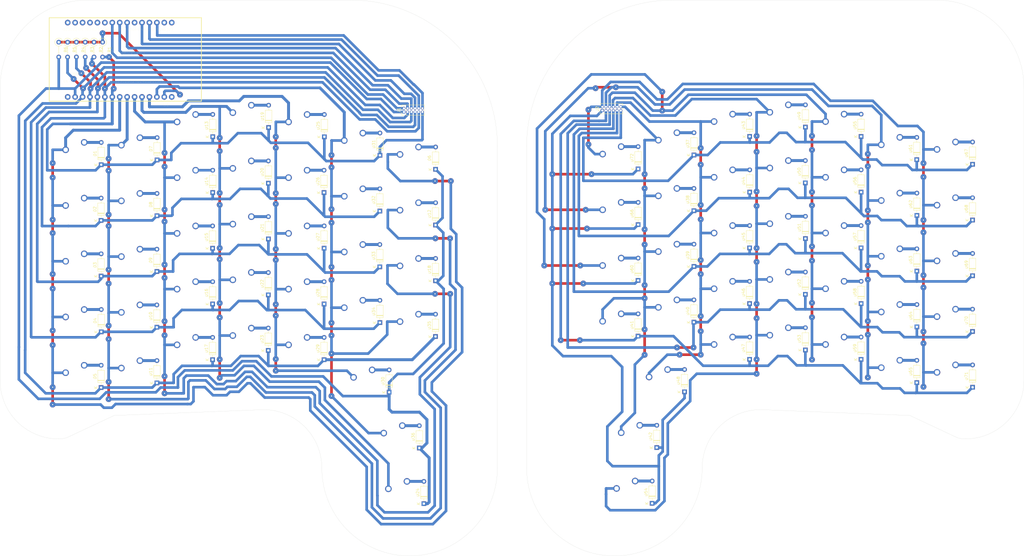
<source format=kicad_pcb>
(kicad_pcb (version 20171130) (host pcbnew 5.1.9)
  (layers (0 F.Cu signal) (31 B.Cu signal) (34 B.Paste user) (35 F.Paste user) (36 B.SilkS user) (37 F.SilkS user) (38 B.Mask user) (39 F.Mask user) (44 Edge.Cuts user))
  (net 0 "")
  (net 1 "Net-(D1-Pad2)")
  (net 2 ROW0)
  (net 3 "Net-(D2-Pad2)")
  (net 4 ROW1)
  (net 5 "Net-(D3-Pad2)")
  (net 6 ROW2)
  (net 7 "Net-(D4-Pad2)")
  (net 8 ROW3)
  (net 9 "Net-(D5-Pad2)")
  (net 10 ROW4)
  (net 11 "Net-(D6-Pad2)")
  (net 12 ROW5)
  (net 13 "Net-(D7-Pad2)")
  (net 14 "Net-(D8-Pad2)")
  (net 15 "Net-(D9-Pad2)")
  (net 16 "Net-(D10-Pad2)")
  (net 17 "Net-(D11-Pad2)")
  (net 18 "Net-(D12-Pad2)")
  (net 19 "Net-(D13-Pad2)")
  (net 20 "Net-(D14-Pad2)")
  (net 21 "Net-(D15-Pad2)")
  (net 22 "Net-(D16-Pad2)")
  (net 23 "Net-(D17-Pad2)")
  (net 24 "Net-(D18-Pad2)")
  (net 25 "Net-(D19-Pad2)")
  (net 26 "Net-(D20-Pad2)")
  (net 27 "Net-(D21-Pad2)")
  (net 28 "Net-(D22-Pad2)")
  (net 29 "Net-(D23-Pad2)")
  (net 30 "Net-(D24-Pad2)")
  (net 31 "Net-(D25-Pad2)")
  (net 32 "Net-(D26-Pad2)")
  (net 33 "Net-(D27-Pad2)")
  (net 34 "Net-(D28-Pad2)")
  (net 35 "Net-(D29-Pad2)")
  (net 36 "Net-(D30-Pad2)")
  (net 37 "Net-(D31-Pad2)")
  (net 38 "Net-(D32-Pad2)")
  (net 39 "Net-(D33-Pad2)")
  (net 40 "Net-(D34-Pad2)")
  (net 41 "Net-(D35-Pad2)")
  (net 42 "Net-(D36-Pad2)")
  (net 43 "Net-(D37-Pad2)")
  (net 44 R0)
  (net 45 "Net-(D38-Pad2)")
  (net 46 R1)
  (net 47 "Net-(D39-Pad2)")
  (net 48 R2)
  (net 49 "Net-(D40-Pad2)")
  (net 50 R3)
  (net 51 "Net-(D41-Pad2)")
  (net 52 R4)
  (net 53 "Net-(D42-Pad2)")
  (net 54 R5)
  (net 55 "Net-(D43-Pad2)")
  (net 56 "Net-(D44-Pad2)")
  (net 57 "Net-(D45-Pad2)")
  (net 58 "Net-(D46-Pad2)")
  (net 59 "Net-(D47-Pad2)")
  (net 60 "Net-(D48-Pad2)")
  (net 61 "Net-(D49-Pad2)")
  (net 62 "Net-(D50-Pad2)")
  (net 63 "Net-(D51-Pad2)")
  (net 64 "Net-(D52-Pad2)")
  (net 65 "Net-(D53-Pad2)")
  (net 66 "Net-(D54-Pad2)")
  (net 67 "Net-(D55-Pad2)")
  (net 68 "Net-(D56-Pad2)")
  (net 69 "Net-(D57-Pad2)")
  (net 70 "Net-(D58-Pad2)")
  (net 71 "Net-(D59-Pad2)")
  (net 72 "Net-(D60-Pad2)")
  (net 73 "Net-(D61-Pad2)")
  (net 74 "Net-(D62-Pad2)")
  (net 75 "Net-(D63-Pad2)")
  (net 76 "Net-(D64-Pad2)")
  (net 77 "Net-(D65-Pad2)")
  (net 78 "Net-(D66-Pad2)")
  (net 79 "Net-(D67-Pad2)")
  (net 80 "Net-(D68-Pad2)")
  (net 81 "Net-(D69-Pad2)")
  (net 82 "Net-(D70-Pad2)")
  (net 83 "Net-(D71-Pad2)")
  (net 84 "Net-(D72-Pad2)")
  (net 85 COL11)
  (net 86 COL10)
  (net 87 COL9)
  (net 88 COL8)
  (net 89 COL7)
  (net 90 COL6)
  (net 91 C11)
  (net 92 C10)
  (net 93 C9)
  (net 94 C8)
  (net 95 C7)
  (net 96 C6)
  (net 97 COL0)
  (net 98 COL1)
  (net 99 COL2)
  (net 100 COL3)
  (net 101 COL4)
  (net 102 COL5)
  (net 103 GND)
  (net 104 "Net-(U1-PadEN)")
  (net 105 "Net-(U1-PadVIN)")
  (net 106 "Net-(U1-PadD23)")
  (net 107 "Net-(U1-PadD22)")
  (net 108 "Net-(U1-PadD1)")
  (net 109 "Net-(U1-PadD3)")
  (net 110 "Net-(U1-PadD21)")
  (net 111 "Net-(U1-PadD19)")
  (net 112 "Net-(U1-PadD16)")
  (net 113 "Net-(U1-PadGND@2)")
  (net 114 "Net-(U1-Pad3V3)")
  (module MX_Only:MXOnly-1U-NoLED (layer F.Cu) (at 85.2701 129.28265)
    (fp_text reference MX10)
    (fp_text value MX-NoLED)
    (pad 2 thru_hole circle (at 2.54 -5.08) (size 2.25 2.25) (drill 1.47) (layers *.Cu B.Mask) (net 16 "Net-(D10-Pad2)"))
    (pad "" np_thru_hole circle (at 0 0) (size 3.9878 3.9878) (drill 3.9878) (layers *.Cu *.Mask))
    (pad 1 thru_hole circle (at -3.81 -2.54) (size 2.25 2.25) (drill 1.47) (layers *.Cu B.Mask) (net 98 COL1))
    (pad "" np_thru_hole circle (at -5.08 0 48.0996) (size 1.75 1.75) (drill 1.75) (layers *.Cu *.Mask))
    (pad "" np_thru_hole circle (at 5.08 0 48.0996) (size 1.75 1.75) (drill 1.75) (layers *.Cu *.Mask))
  )
  (module Diode_THT:D_DO-35_SOD27_P7.62mm_Horizontal (layer F.Cu) (at 258.1029 77.72065 90)
    (fp_text reference D72 (at 3.81 -2.12 90) (layer F.SilkS))
    (fp_text value D_Small)
    (fp_text user K (at 0 -1.8 90) (layer F.SilkS))
    (pad 2 thru_hole oval (at 7.62 0 90) (size 1.6 1.6) (drill 0.8) (layers *.Cu *.Mask) (net 84 "Net-(D72-Pad2)"))
    (pad 1 thru_hole rect (at 0 0 90) (size 1.6 1.6) (drill 0.8) (layers *.Cu *.Mask) (net 54 R5))
  )
  (module Diode_THT:D_DO-35_SOD27_P7.62mm_Horizontal (layer F.Cu) (at 372.441 152.34585 90)
    (fp_text reference D71 (at 3.81 -2.12 90) (layer F.SilkS))
    (fp_text value D_Small)
    (fp_text user K (at 0 -1.8 90) (layer F.SilkS))
    (pad 2 thru_hole oval (at 7.62 0 90) (size 1.6 1.6) (drill 0.8) (layers *.Cu *.Mask) (net 83 "Net-(D71-Pad2)"))
    (pad 1 thru_hole rect (at 0 0 90) (size 1.6 1.6) (drill 0.8) (layers *.Cu *.Mask) (net 52 R4))
  )
  (module Diode_THT:D_DO-35_SOD27_P7.62mm_Horizontal (layer F.Cu) (at 372.4156 133.28315 90)
    (fp_text reference D70 (at 3.81 -2.12 90) (layer F.SilkS))
    (fp_text value D_Small)
    (fp_text user K (at 0 -1.8 90) (layer F.SilkS))
    (pad 2 thru_hole oval (at 7.62 0 90) (size 1.6 1.6) (drill 0.8) (layers *.Cu *.Mask) (net 82 "Net-(D70-Pad2)"))
    (pad 1 thru_hole rect (at 0 0 90) (size 1.6 1.6) (drill 0.8) (layers *.Cu *.Mask) (net 50 R3))
  )
  (module Diode_THT:D_DO-35_SOD27_P7.62mm_Horizontal (layer F.Cu) (at 372.4283 114.23315 90)
    (fp_text reference D69 (at 3.81 -2.12 90) (layer F.SilkS))
    (fp_text value D_Small)
    (fp_text user K (at 0 -1.8 90) (layer F.SilkS))
    (pad 2 thru_hole oval (at 7.62 0 90) (size 1.6 1.6) (drill 0.8) (layers *.Cu *.Mask) (net 81 "Net-(D69-Pad2)"))
    (pad 1 thru_hole rect (at 0 0 90) (size 1.6 1.6) (drill 0.8) (layers *.Cu *.Mask) (net 48 R2))
  )
  (module Diode_THT:D_DO-35_SOD27_P7.62mm_Horizontal (layer F.Cu) (at 372.4156 95.19585 90)
    (fp_text reference D68 (at 3.81 -2.12 90) (layer F.SilkS))
    (fp_text value D_Small)
    (fp_text user K (at 0 -1.8 90) (layer F.SilkS))
    (pad 2 thru_hole oval (at 7.62 0 90) (size 1.6 1.6) (drill 0.8) (layers *.Cu *.Mask) (net 80 "Net-(D68-Pad2)"))
    (pad 1 thru_hole rect (at 0 0 90) (size 1.6 1.6) (drill 0.8) (layers *.Cu *.Mask) (net 46 R1))
  )
  (module Diode_THT:D_DO-35_SOD27_P7.62mm_Horizontal (layer F.Cu) (at 372.4283 76.13315 90)
    (fp_text reference D67 (at 3.81 -2.12 90) (layer F.SilkS))
    (fp_text value D_Small)
    (fp_text user K (at 0 -1.8 90) (layer F.SilkS))
    (pad 2 thru_hole oval (at 7.62 0 90) (size 1.6 1.6) (drill 0.8) (layers *.Cu *.Mask) (net 79 "Net-(D67-Pad2)"))
    (pad 1 thru_hole rect (at 0 0 90) (size 1.6 1.6) (drill 0.8) (layers *.Cu *.Mask) (net 44 R0))
  )
  (module Diode_THT:D_DO-35_SOD27_P7.62mm_Horizontal (layer F.Cu) (at 258.1156 96.77065 90)
    (fp_text reference D66 (at 3.81 -2.12 90) (layer F.SilkS))
    (fp_text value D_Small)
    (fp_text user K (at 0 -1.8 90) (layer F.SilkS))
    (pad 2 thru_hole oval (at 7.62 0 90) (size 1.6 1.6) (drill 0.8) (layers *.Cu *.Mask) (net 78 "Net-(D66-Pad2)"))
    (pad 1 thru_hole rect (at 0 0 90) (size 1.6 1.6) (drill 0.8) (layers *.Cu *.Mask) (net 54 R5))
  )
  (module Diode_THT:D_DO-35_SOD27_P7.62mm_Horizontal (layer F.Cu) (at 353.3656 150.77105 90)
    (fp_text reference D65 (at 3.81 -2.12 90) (layer F.SilkS))
    (fp_text value D_Small)
    (fp_text user K (at 0 -1.8 90) (layer F.SilkS))
    (pad 2 thru_hole oval (at 7.62 0 90) (size 1.6 1.6) (drill 0.8) (layers *.Cu *.Mask) (net 77 "Net-(D65-Pad2)"))
    (pad 1 thru_hole rect (at 0 0 90) (size 1.6 1.6) (drill 0.8) (layers *.Cu *.Mask) (net 52 R4))
  )
  (module Diode_THT:D_DO-35_SOD27_P7.62mm_Horizontal (layer F.Cu) (at 353.391 131.69565 90)
    (fp_text reference D64 (at 3.81 -2.12 90) (layer F.SilkS))
    (fp_text value D_Small)
    (fp_text user K (at 0 -1.8 90) (layer F.SilkS))
    (pad 2 thru_hole oval (at 7.62 0 90) (size 1.6 1.6) (drill 0.8) (layers *.Cu *.Mask) (net 76 "Net-(D64-Pad2)"))
    (pad 1 thru_hole rect (at 0 0 90) (size 1.6 1.6) (drill 0.8) (layers *.Cu *.Mask) (net 50 R3))
  )
  (module Diode_THT:D_DO-35_SOD27_P7.62mm_Horizontal (layer F.Cu) (at 353.3783 112.65835 90)
    (fp_text reference D63 (at 3.81 -2.12 90) (layer F.SilkS))
    (fp_text value D_Small)
    (fp_text user K (at 0 -1.8 90) (layer F.SilkS))
    (pad 2 thru_hole oval (at 7.62 0 90) (size 1.6 1.6) (drill 0.8) (layers *.Cu *.Mask) (net 75 "Net-(D63-Pad2)"))
    (pad 1 thru_hole rect (at 0 0 90) (size 1.6 1.6) (drill 0.8) (layers *.Cu *.Mask) (net 48 R2))
  )
  (module Diode_THT:D_DO-35_SOD27_P7.62mm_Horizontal (layer F.Cu) (at 353.391 93.59565 90)
    (fp_text reference D62 (at 3.81 -2.12 90) (layer F.SilkS))
    (fp_text value D_Small)
    (fp_text user K (at 0 -1.8 90) (layer F.SilkS))
    (pad 2 thru_hole oval (at 7.62 0 90) (size 1.6 1.6) (drill 0.8) (layers *.Cu *.Mask) (net 74 "Net-(D62-Pad2)"))
    (pad 1 thru_hole rect (at 0 0 90) (size 1.6 1.6) (drill 0.8) (layers *.Cu *.Mask) (net 46 R1))
  )
  (module Diode_THT:D_DO-35_SOD27_P7.62mm_Horizontal (layer F.Cu) (at 353.3529 74.55835 90)
    (fp_text reference D61 (at 3.81 -2.12 90) (layer F.SilkS))
    (fp_text value D_Small)
    (fp_text user K (at 0 -1.8 90) (layer F.SilkS))
    (pad 2 thru_hole oval (at 7.62 0 90) (size 1.6 1.6) (drill 0.8) (layers *.Cu *.Mask) (net 73 "Net-(D61-Pad2)"))
    (pad 1 thru_hole rect (at 0 0 90) (size 1.6 1.6) (drill 0.8) (layers *.Cu *.Mask) (net 44 R0))
  )
  (module Diode_THT:D_DO-35_SOD27_P7.62mm_Horizontal (layer F.Cu) (at 258.1029 115.82065 90)
    (fp_text reference D60 (at 3.81 -2.12 90) (layer F.SilkS))
    (fp_text value D_Small)
    (fp_text user K (at 0 -1.8 90) (layer F.SilkS))
    (pad 2 thru_hole oval (at 7.62 0 90) (size 1.6 1.6) (drill 0.8) (layers *.Cu *.Mask) (net 72 "Net-(D60-Pad2)"))
    (pad 1 thru_hole rect (at 0 0 90) (size 1.6 1.6) (drill 0.8) (layers *.Cu *.Mask) (net 54 R5))
  )
  (module Diode_THT:D_DO-35_SOD27_P7.62mm_Horizontal (layer F.Cu) (at 334.3156 142.80815 90)
    (fp_text reference D59 (at 3.81 -2.12 90) (layer F.SilkS))
    (fp_text value D_Small)
    (fp_text user K (at 0 -1.8 90) (layer F.SilkS))
    (pad 2 thru_hole oval (at 7.62 0 90) (size 1.6 1.6) (drill 0.8) (layers *.Cu *.Mask) (net 71 "Net-(D59-Pad2)"))
    (pad 1 thru_hole rect (at 0 0 90) (size 1.6 1.6) (drill 0.8) (layers *.Cu *.Mask) (net 52 R4))
  )
  (module Diode_THT:D_DO-35_SOD27_P7.62mm_Horizontal (layer F.Cu) (at 334.341 123.75815 90)
    (fp_text reference D58 (at 3.81 -2.12 90) (layer F.SilkS))
    (fp_text value D_Small)
    (fp_text user K (at 0 -1.8 90) (layer F.SilkS))
    (pad 2 thru_hole oval (at 7.62 0 90) (size 1.6 1.6) (drill 0.8) (layers *.Cu *.Mask) (net 70 "Net-(D58-Pad2)"))
    (pad 1 thru_hole rect (at 0 0 90) (size 1.6 1.6) (drill 0.8) (layers *.Cu *.Mask) (net 50 R3))
  )
  (module Diode_THT:D_DO-35_SOD27_P7.62mm_Horizontal (layer F.Cu) (at 334.3156 104.70815 90)
    (fp_text reference D57 (at 3.81 -2.12 90) (layer F.SilkS))
    (fp_text value D_Small)
    (fp_text user K (at 0 -1.8 90) (layer F.SilkS))
    (pad 2 thru_hole oval (at 7.62 0 90) (size 1.6 1.6) (drill 0.8) (layers *.Cu *.Mask) (net 69 "Net-(D57-Pad2)"))
    (pad 1 thru_hole rect (at 0 0 90) (size 1.6 1.6) (drill 0.8) (layers *.Cu *.Mask) (net 48 R2))
  )
  (module Diode_THT:D_DO-35_SOD27_P7.62mm_Horizontal (layer F.Cu) (at 334.3283 85.65815 90)
    (fp_text reference D56 (at 3.81 -2.12 90) (layer F.SilkS))
    (fp_text value D_Small)
    (fp_text user K (at 0 -1.8 90) (layer F.SilkS))
    (pad 2 thru_hole oval (at 7.62 0 90) (size 1.6 1.6) (drill 0.8) (layers *.Cu *.Mask) (net 68 "Net-(D56-Pad2)"))
    (pad 1 thru_hole rect (at 0 0 90) (size 1.6 1.6) (drill 0.8) (layers *.Cu *.Mask) (net 46 R1))
  )
  (module Diode_THT:D_DO-35_SOD27_P7.62mm_Horizontal (layer F.Cu) (at 334.3283 66.62085 90)
    (fp_text reference D55 (at 3.81 -2.12 90) (layer F.SilkS))
    (fp_text value D_Small)
    (fp_text user K (at 0 -1.8 90) (layer F.SilkS))
    (pad 2 thru_hole oval (at 7.62 0 90) (size 1.6 1.6) (drill 0.8) (layers *.Cu *.Mask) (net 67 "Net-(D55-Pad2)"))
    (pad 1 thru_hole rect (at 0 0 90) (size 1.6 1.6) (drill 0.8) (layers *.Cu *.Mask) (net 44 R0))
  )
  (module Diode_THT:D_DO-35_SOD27_P7.62mm_Horizontal (layer F.Cu) (at 262.9035 192.02065 90)
    (fp_text reference D54 (at 3.81 -2.12 90) (layer F.SilkS))
    (fp_text value D_Small)
    (fp_text user K (at 0 -1.8 90) (layer F.SilkS))
    (pad 2 thru_hole oval (at 7.62 0 90) (size 1.6 1.6) (drill 0.8) (layers *.Cu *.Mask) (net 66 "Net-(D54-Pad2)"))
    (pad 1 thru_hole rect (at 0 0 90) (size 1.6 1.6) (drill 0.8) (layers *.Cu *.Mask) (net 54 R5))
  )
  (module Diode_THT:D_DO-35_SOD27_P7.62mm_Horizontal (layer F.Cu) (at 315.2783 139.62045 90)
    (fp_text reference D53 (at 3.81 -2.12 90) (layer F.SilkS))
    (fp_text value D_Small)
    (fp_text user K (at 0 -1.8 90) (layer F.SilkS))
    (pad 2 thru_hole oval (at 7.62 0 90) (size 1.6 1.6) (drill 0.8) (layers *.Cu *.Mask) (net 65 "Net-(D53-Pad2)"))
    (pad 1 thru_hole rect (at 0 0 90) (size 1.6 1.6) (drill 0.8) (layers *.Cu *.Mask) (net 52 R4))
  )
  (module Diode_THT:D_DO-35_SOD27_P7.62mm_Horizontal (layer F.Cu) (at 315.2656 120.58315 90)
    (fp_text reference D52 (at 3.81 -2.12 90) (layer F.SilkS))
    (fp_text value D_Small)
    (fp_text user K (at 0 -1.8 90) (layer F.SilkS))
    (pad 2 thru_hole oval (at 7.62 0 90) (size 1.6 1.6) (drill 0.8) (layers *.Cu *.Mask) (net 64 "Net-(D52-Pad2)"))
    (pad 1 thru_hole rect (at 0 0 90) (size 1.6 1.6) (drill 0.8) (layers *.Cu *.Mask) (net 50 R3))
  )
  (module Diode_THT:D_DO-35_SOD27_P7.62mm_Horizontal (layer F.Cu) (at 315.291 101.53315 90)
    (fp_text reference D51 (at 3.81 -2.12 90) (layer F.SilkS))
    (fp_text value D_Small)
    (fp_text user K (at 0 -1.8 90) (layer F.SilkS))
    (pad 2 thru_hole oval (at 7.62 0 90) (size 1.6 1.6) (drill 0.8) (layers *.Cu *.Mask) (net 63 "Net-(D51-Pad2)"))
    (pad 1 thru_hole rect (at 0 0 90) (size 1.6 1.6) (drill 0.8) (layers *.Cu *.Mask) (net 48 R2))
  )
  (module Diode_THT:D_DO-35_SOD27_P7.62mm_Horizontal (layer F.Cu) (at 315.2529 82.48315 90)
    (fp_text reference D50 (at 3.81 -2.12 90) (layer F.SilkS))
    (fp_text value D_Small)
    (fp_text user K (at 0 -1.8 90) (layer F.SilkS))
    (pad 2 thru_hole oval (at 7.62 0 90) (size 1.6 1.6) (drill 0.8) (layers *.Cu *.Mask) (net 62 "Net-(D50-Pad2)"))
    (pad 1 thru_hole rect (at 0 0 90) (size 1.6 1.6) (drill 0.8) (layers *.Cu *.Mask) (net 46 R1))
  )
  (module Diode_THT:D_DO-35_SOD27_P7.62mm_Horizontal (layer F.Cu) (at 315.2783 63.43315 90)
    (fp_text reference D49 (at 3.81 -2.12 90) (layer F.SilkS))
    (fp_text value D_Small)
    (fp_text user K (at 0 -1.8 90) (layer F.SilkS))
    (pad 2 thru_hole oval (at 7.62 0 90) (size 1.6 1.6) (drill 0.8) (layers *.Cu *.Mask) (net 61 "Net-(D49-Pad2)"))
    (pad 1 thru_hole rect (at 0 0 90) (size 1.6 1.6) (drill 0.8) (layers *.Cu *.Mask) (net 44 R0))
  )
  (module Diode_THT:D_DO-35_SOD27_P7.62mm_Horizontal (layer F.Cu) (at 273.9779 153.90795 90)
    (fp_text reference D48 (at 3.81 -2.12 90) (layer F.SilkS))
    (fp_text value D_Small)
    (fp_text user K (at 0 -1.8 90) (layer F.SilkS))
    (pad 2 thru_hole oval (at 7.62 0 90) (size 1.6 1.6) (drill 0.8) (layers *.Cu *.Mask) (net 60 "Net-(D48-Pad2)"))
    (pad 1 thru_hole rect (at 0 0 90) (size 1.6 1.6) (drill 0.8) (layers *.Cu *.Mask) (net 54 R5))
  )
  (module Diode_THT:D_DO-35_SOD27_P7.62mm_Horizontal (layer F.Cu) (at 296.2283 142.80815 90)
    (fp_text reference D47 (at 3.81 -2.12 90) (layer F.SilkS))
    (fp_text value D_Small)
    (fp_text user K (at 0 -1.8 90) (layer F.SilkS))
    (pad 2 thru_hole oval (at 7.62 0 90) (size 1.6 1.6) (drill 0.8) (layers *.Cu *.Mask) (net 59 "Net-(D47-Pad2)"))
    (pad 1 thru_hole rect (at 0 0 90) (size 1.6 1.6) (drill 0.8) (layers *.Cu *.Mask) (net 52 R4))
  )
  (module Diode_THT:D_DO-35_SOD27_P7.62mm_Horizontal (layer F.Cu) (at 296.2156 123.75815 90)
    (fp_text reference D46 (at 3.81 -2.12 90) (layer F.SilkS))
    (fp_text value D_Small)
    (fp_text user K (at 0 -1.8 90) (layer F.SilkS))
    (pad 2 thru_hole oval (at 7.62 0 90) (size 1.6 1.6) (drill 0.8) (layers *.Cu *.Mask) (net 58 "Net-(D46-Pad2)"))
    (pad 1 thru_hole rect (at 0 0 90) (size 1.6 1.6) (drill 0.8) (layers *.Cu *.Mask) (net 50 R3))
  )
  (module Diode_THT:D_DO-35_SOD27_P7.62mm_Horizontal (layer F.Cu) (at 296.2283 104.70815 90)
    (fp_text reference D45 (at 3.81 -2.12 90) (layer F.SilkS))
    (fp_text value D_Small)
    (fp_text user K (at 0 -1.8 90) (layer F.SilkS))
    (pad 2 thru_hole oval (at 7.62 0 90) (size 1.6 1.6) (drill 0.8) (layers *.Cu *.Mask) (net 57 "Net-(D45-Pad2)"))
    (pad 1 thru_hole rect (at 0 0 90) (size 1.6 1.6) (drill 0.8) (layers *.Cu *.Mask) (net 48 R2))
  )
  (module Diode_THT:D_DO-35_SOD27_P7.62mm_Horizontal (layer F.Cu) (at 296.2537 85.65815 90)
    (fp_text reference D44 (at 3.81 -2.12 90) (layer F.SilkS))
    (fp_text value D_Small)
    (fp_text user K (at 0 -1.8 90) (layer F.SilkS))
    (pad 2 thru_hole oval (at 7.62 0 90) (size 1.6 1.6) (drill 0.8) (layers *.Cu *.Mask) (net 56 "Net-(D44-Pad2)"))
    (pad 1 thru_hole rect (at 0 0 90) (size 1.6 1.6) (drill 0.8) (layers *.Cu *.Mask) (net 46 R1))
  )
  (module Diode_THT:D_DO-35_SOD27_P7.62mm_Horizontal (layer F.Cu) (at 296.241 66.60815 90)
    (fp_text reference D43 (at 3.81 -2.12 90) (layer F.SilkS))
    (fp_text value D_Small)
    (fp_text user K (at 0 -1.8 90) (layer F.SilkS))
    (pad 2 thru_hole oval (at 7.62 0 90) (size 1.6 1.6) (drill 0.8) (layers *.Cu *.Mask) (net 55 "Net-(D43-Pad2)"))
    (pad 1 thru_hole rect (at 0 0 90) (size 1.6 1.6) (drill 0.8) (layers *.Cu *.Mask) (net 44 R0))
  )
  (module Diode_THT:D_DO-35_SOD27_P7.62mm_Horizontal (layer F.Cu) (at 264.4783 172.97065 90)
    (fp_text reference D42 (at 3.81 -2.12 90) (layer F.SilkS))
    (fp_text value D_Small)
    (fp_text user K (at 0 -1.8 90) (layer F.SilkS))
    (pad 2 thru_hole oval (at 7.62 0 90) (size 1.6 1.6) (drill 0.8) (layers *.Cu *.Mask) (net 53 "Net-(D42-Pad2)"))
    (pad 1 thru_hole rect (at 0 0 90) (size 1.6 1.6) (drill 0.8) (layers *.Cu *.Mask) (net 54 R5))
  )
  (module Diode_THT:D_DO-35_SOD27_P7.62mm_Horizontal (layer F.Cu) (at 258.0902 134.88335 90)
    (fp_text reference D41 (at 3.81 -2.12 90) (layer F.SilkS))
    (fp_text value D_Small)
    (fp_text user K (at 0 -1.8 90) (layer F.SilkS))
    (pad 2 thru_hole oval (at 7.62 0 90) (size 1.6 1.6) (drill 0.8) (layers *.Cu *.Mask) (net 51 "Net-(D41-Pad2)"))
    (pad 1 thru_hole rect (at 0 0 90) (size 1.6 1.6) (drill 0.8) (layers *.Cu *.Mask) (net 52 R4))
  )
  (module Diode_THT:D_DO-35_SOD27_P7.62mm_Horizontal (layer F.Cu) (at 277.1783 130.10815 90)
    (fp_text reference D40 (at 3.81 -2.12 90) (layer F.SilkS))
    (fp_text value D_Small)
    (fp_text user K (at 0 -1.8 90) (layer F.SilkS))
    (pad 2 thru_hole oval (at 7.62 0 90) (size 1.6 1.6) (drill 0.8) (layers *.Cu *.Mask) (net 49 "Net-(D40-Pad2)"))
    (pad 1 thru_hole rect (at 0 0 90) (size 1.6 1.6) (drill 0.8) (layers *.Cu *.Mask) (net 50 R3))
  )
  (module Diode_THT:D_DO-35_SOD27_P7.62mm_Horizontal (layer F.Cu) (at 277.191 111.05815 90)
    (fp_text reference D39 (at 3.81 -2.12 90) (layer F.SilkS))
    (fp_text value D_Small)
    (fp_text user K (at 0 -1.8 90) (layer F.SilkS))
    (pad 2 thru_hole oval (at 7.62 0 90) (size 1.6 1.6) (drill 0.8) (layers *.Cu *.Mask) (net 47 "Net-(D39-Pad2)"))
    (pad 1 thru_hole rect (at 0 0 90) (size 1.6 1.6) (drill 0.8) (layers *.Cu *.Mask) (net 48 R2))
  )
  (module Diode_THT:D_DO-35_SOD27_P7.62mm_Horizontal (layer F.Cu) (at 277.1783 92.00815 90)
    (fp_text reference D38 (at 3.81 -2.12 90) (layer F.SilkS))
    (fp_text value D_Small)
    (fp_text user K (at 0 -1.8 90) (layer F.SilkS))
    (pad 2 thru_hole oval (at 7.62 0 90) (size 1.6 1.6) (drill 0.8) (layers *.Cu *.Mask) (net 45 "Net-(D38-Pad2)"))
    (pad 1 thru_hole rect (at 0 0 90) (size 1.6 1.6) (drill 0.8) (layers *.Cu *.Mask) (net 46 R1))
  )
  (module Diode_THT:D_DO-35_SOD27_P7.62mm_Horizontal (layer F.Cu) (at 277.191 72.95815 90)
    (fp_text reference D37 (at 3.81 -2.12 90) (layer F.SilkS))
    (fp_text value D_Small)
    (fp_text user K (at 0 -1.8 90) (layer F.SilkS))
    (pad 2 thru_hole oval (at 7.62 0 90) (size 1.6 1.6) (drill 0.8) (layers *.Cu *.Mask) (net 43 "Net-(D37-Pad2)"))
    (pad 1 thru_hole rect (at 0 0 90) (size 1.6 1.6) (drill 0.8) (layers *.Cu *.Mask) (net 44 R0))
  )
  (module Diode_THT:D_DO-35_SOD27_P7.62mm_Horizontal (layer F.Cu) (at 183.3014 173.11035 90)
    (fp_text reference D36 (at 3.81 -2.12 90) (layer F.SilkS))
    (fp_text value D_Small)
    (fp_text user K (at 0 -1.8 90) (layer F.SilkS))
    (pad 2 thru_hole oval (at 7.62 0 90) (size 1.6 1.6) (drill 0.8) (layers *.Cu *.Mask) (net 42 "Net-(D36-Pad2)"))
    (pad 1 thru_hole rect (at 0 0 90) (size 1.6 1.6) (drill 0.8) (layers *.Cu *.Mask) (net 12 ROW5))
  )
  (module Diode_THT:D_DO-35_SOD27_P7.62mm_Horizontal (layer F.Cu) (at 188.8386 134.99765 90)
    (fp_text reference D35 (at 3.81 -2.12 90) (layer F.SilkS))
    (fp_text value D_Small)
    (fp_text user K (at 0 -1.8 90) (layer F.SilkS))
    (pad 2 thru_hole oval (at 7.62 0 90) (size 1.6 1.6) (drill 0.8) (layers *.Cu *.Mask) (net 41 "Net-(D35-Pad2)"))
    (pad 1 thru_hole rect (at 0 0 90) (size 1.6 1.6) (drill 0.8) (layers *.Cu *.Mask) (net 10 ROW4))
  )
  (module Diode_THT:D_DO-35_SOD27_P7.62mm_Horizontal (layer F.Cu) (at 169.8267 130.24785 90)
    (fp_text reference D34 (at 3.81 -2.12 90) (layer F.SilkS))
    (fp_text value D_Small)
    (fp_text user K (at 0 -1.8 90) (layer F.SilkS))
    (pad 2 thru_hole oval (at 7.62 0 90) (size 1.6 1.6) (drill 0.8) (layers *.Cu *.Mask) (net 40 "Net-(D34-Pad2)"))
    (pad 1 thru_hole rect (at 0 0 90) (size 1.6 1.6) (drill 0.8) (layers *.Cu *.Mask) (net 8 ROW3))
  )
  (module Diode_THT:D_DO-35_SOD27_P7.62mm_Horizontal (layer F.Cu) (at 169.8013 111.18515 90)
    (fp_text reference D33 (at 3.81 -2.12 90) (layer F.SilkS))
    (fp_text value D_Small)
    (fp_text user K (at 0 -1.8 90) (layer F.SilkS))
    (pad 2 thru_hole oval (at 7.62 0 90) (size 1.6 1.6) (drill 0.8) (layers *.Cu *.Mask) (net 39 "Net-(D33-Pad2)"))
    (pad 1 thru_hole rect (at 0 0 90) (size 1.6 1.6) (drill 0.8) (layers *.Cu *.Mask) (net 6 ROW2))
  )
  (module Diode_THT:D_DO-35_SOD27_P7.62mm_Horizontal (layer F.Cu) (at 169.814 92.13515 90)
    (fp_text reference D32 (at 3.81 -2.12 90) (layer F.SilkS))
    (fp_text value D_Small)
    (fp_text user K (at 0 -1.8 90) (layer F.SilkS))
    (pad 2 thru_hole oval (at 7.62 0 90) (size 1.6 1.6) (drill 0.8) (layers *.Cu *.Mask) (net 38 "Net-(D32-Pad2)"))
    (pad 1 thru_hole rect (at 0 0 90) (size 1.6 1.6) (drill 0.8) (layers *.Cu *.Mask) (net 4 ROW1))
  )
  (module Diode_THT:D_DO-35_SOD27_P7.62mm_Horizontal (layer F.Cu) (at 169.8521 73.05975 90)
    (fp_text reference D31 (at 3.81 -2.12 90) (layer F.SilkS))
    (fp_text value D_Small)
    (fp_text user K (at 0 -1.8 90) (layer F.SilkS))
    (pad 2 thru_hole oval (at 7.62 0 90) (size 1.6 1.6) (drill 0.8) (layers *.Cu *.Mask) (net 37 "Net-(D31-Pad2)"))
    (pad 1 thru_hole rect (at 0 0 90) (size 1.6 1.6) (drill 0.8) (layers *.Cu *.Mask) (net 2 ROW0))
  )
  (module Diode_THT:D_DO-35_SOD27_P7.62mm_Horizontal (layer F.Cu) (at 173.0017 154.04765 90)
    (fp_text reference D30 (at 3.81 -2.12 90) (layer F.SilkS))
    (fp_text value D_Small)
    (fp_text user K (at 0 -1.8 90) (layer F.SilkS))
    (pad 2 thru_hole oval (at 7.62 0 90) (size 1.6 1.6) (drill 0.8) (layers *.Cu *.Mask) (net 36 "Net-(D30-Pad2)"))
    (pad 1 thru_hole rect (at 0 0 90) (size 1.6 1.6) (drill 0.8) (layers *.Cu *.Mask) (net 12 ROW5))
  )
  (module Diode_THT:D_DO-35_SOD27_P7.62mm_Horizontal (layer F.Cu) (at 150.764 142.93515 90)
    (fp_text reference D29 (at 3.81 -2.12 90) (layer F.SilkS))
    (fp_text value D_Small)
    (fp_text user K (at 0 -1.8 90) (layer F.SilkS))
    (pad 2 thru_hole oval (at 7.62 0 90) (size 1.6 1.6) (drill 0.8) (layers *.Cu *.Mask) (net 35 "Net-(D29-Pad2)"))
    (pad 1 thru_hole rect (at 0 0 90) (size 1.6 1.6) (drill 0.8) (layers *.Cu *.Mask) (net 10 ROW4))
  )
  (module Diode_THT:D_DO-35_SOD27_P7.62mm_Horizontal (layer F.Cu) (at 150.764 123.88515 90)
    (fp_text reference D28 (at 3.81 -2.12 90) (layer F.SilkS))
    (fp_text value D_Small)
    (fp_text user K (at 0 -1.8 90) (layer F.SilkS))
    (pad 2 thru_hole oval (at 7.62 0 90) (size 1.6 1.6) (drill 0.8) (layers *.Cu *.Mask) (net 34 "Net-(D28-Pad2)"))
    (pad 1 thru_hole rect (at 0 0 90) (size 1.6 1.6) (drill 0.8) (layers *.Cu *.Mask) (net 8 ROW3))
  )
  (module Diode_THT:D_DO-35_SOD27_P7.62mm_Horizontal (layer F.Cu) (at 150.7767 104.82245 90)
    (fp_text reference D27 (at 3.81 -2.12 90) (layer F.SilkS))
    (fp_text value D_Small)
    (fp_text user K (at 0 -1.8 90) (layer F.SilkS))
    (pad 2 thru_hole oval (at 7.62 0 90) (size 1.6 1.6) (drill 0.8) (layers *.Cu *.Mask) (net 33 "Net-(D27-Pad2)"))
    (pad 1 thru_hole rect (at 0 0 90) (size 1.6 1.6) (drill 0.8) (layers *.Cu *.Mask) (net 6 ROW2))
  )
  (module Diode_THT:D_DO-35_SOD27_P7.62mm_Horizontal (layer F.Cu) (at 150.7386 85.78515 90)
    (fp_text reference D26 (at 3.81 -2.12 90) (layer F.SilkS))
    (fp_text value D_Small)
    (fp_text user K (at 0 -1.8 90) (layer F.SilkS))
    (pad 2 thru_hole oval (at 7.62 0 90) (size 1.6 1.6) (drill 0.8) (layers *.Cu *.Mask) (net 32 "Net-(D26-Pad2)"))
    (pad 1 thru_hole rect (at 0 0 90) (size 1.6 1.6) (drill 0.8) (layers *.Cu *.Mask) (net 4 ROW1))
  )
  (module Diode_THT:D_DO-35_SOD27_P7.62mm_Horizontal (layer F.Cu) (at 150.8402 66.73515 90)
    (fp_text reference D25 (at 3.81 -2.12 90) (layer F.SilkS))
    (fp_text value D_Small)
    (fp_text user K (at 0 -1.8 90) (layer F.SilkS))
    (pad 2 thru_hole oval (at 7.62 0 90) (size 1.6 1.6) (drill 0.8) (layers *.Cu *.Mask) (net 31 "Net-(D25-Pad2)"))
    (pad 1 thru_hole rect (at 0 0 90) (size 1.6 1.6) (drill 0.8) (layers *.Cu *.Mask) (net 2 ROW0))
  )
  (module Diode_THT:D_DO-35_SOD27_P7.62mm_Horizontal (layer F.Cu) (at 184.8762 192.14765 90)
    (fp_text reference D24 (at 3.81 -2.12 90) (layer F.SilkS))
    (fp_text value D_Small)
    (fp_text user K (at 0 -1.8 90) (layer F.SilkS))
    (pad 2 thru_hole oval (at 7.62 0 90) (size 1.6 1.6) (drill 0.8) (layers *.Cu *.Mask) (net 30 "Net-(D24-Pad2)"))
    (pad 1 thru_hole rect (at 0 0 90) (size 1.6 1.6) (drill 0.8) (layers *.Cu *.Mask) (net 12 ROW5))
  )
  (module Diode_THT:D_DO-35_SOD27_P7.62mm_Horizontal (layer F.Cu) (at 131.6759 139.74745 90)
    (fp_text reference D23 (at 3.81 -2.12 90) (layer F.SilkS))
    (fp_text value D_Small)
    (fp_text user K (at 0 -1.8 90) (layer F.SilkS))
    (pad 2 thru_hole oval (at 7.62 0 90) (size 1.6 1.6) (drill 0.8) (layers *.Cu *.Mask) (net 29 "Net-(D23-Pad2)"))
    (pad 1 thru_hole rect (at 0 0 90) (size 1.6 1.6) (drill 0.8) (layers *.Cu *.Mask) (net 10 ROW4))
  )
  (module Diode_THT:D_DO-35_SOD27_P7.62mm_Horizontal (layer F.Cu) (at 131.6886 120.76095 90)
    (fp_text reference D22 (at 3.81 -2.12 90) (layer F.SilkS))
    (fp_text value D_Small)
    (fp_text user K (at 0 -1.8 90) (layer F.SilkS))
    (pad 2 thru_hole oval (at 7.62 0 90) (size 1.6 1.6) (drill 0.8) (layers *.Cu *.Mask) (net 28 "Net-(D22-Pad2)"))
    (pad 1 thru_hole rect (at 0 0 90) (size 1.6 1.6) (drill 0.8) (layers *.Cu *.Mask) (net 8 ROW3))
  )
  (module Diode_THT:D_DO-35_SOD27_P7.62mm_Horizontal (layer F.Cu) (at 131.714 101.64745 90)
    (fp_text reference D21 (at 3.81 -2.12 90) (layer F.SilkS))
    (fp_text value D_Small)
    (fp_text user K (at 0 -1.8 90) (layer F.SilkS))
    (pad 2 thru_hole oval (at 7.62 0 90) (size 1.6 1.6) (drill 0.8) (layers *.Cu *.Mask) (net 27 "Net-(D21-Pad2)"))
    (pad 1 thru_hole rect (at 0 0 90) (size 1.6 1.6) (drill 0.8) (layers *.Cu *.Mask) (net 6 ROW2))
  )
  (module Diode_THT:D_DO-35_SOD27_P7.62mm_Horizontal (layer F.Cu) (at 131.7013 82.61015 90)
    (fp_text reference D20 (at 3.81 -2.12 90) (layer F.SilkS))
    (fp_text value D_Small)
    (fp_text user K (at 0 -1.8 90) (layer F.SilkS))
    (pad 2 thru_hole oval (at 7.62 0 90) (size 1.6 1.6) (drill 0.8) (layers *.Cu *.Mask) (net 26 "Net-(D20-Pad2)"))
    (pad 1 thru_hole rect (at 0 0 90) (size 1.6 1.6) (drill 0.8) (layers *.Cu *.Mask) (net 4 ROW1))
  )
  (module Diode_THT:D_DO-35_SOD27_P7.62mm_Horizontal (layer F.Cu) (at 131.8029 63.56015 90)
    (fp_text reference D19 (at 3.81 -2.12 90) (layer F.SilkS))
    (fp_text value D_Small)
    (fp_text user K (at 0 -1.8 90) (layer F.SilkS))
    (pad 2 thru_hole oval (at 7.62 0 90) (size 1.6 1.6) (drill 0.8) (layers *.Cu *.Mask) (net 25 "Net-(D19-Pad2)"))
    (pad 1 thru_hole rect (at 0 0 90) (size 1.6 1.6) (drill 0.8) (layers *.Cu *.Mask) (net 2 ROW0))
  )
  (module Diode_THT:D_DO-35_SOD27_P7.62mm_Horizontal (layer F.Cu) (at 188.864 115.94765 90)
    (fp_text reference D18 (at 3.81 -2.12 90) (layer F.SilkS))
    (fp_text value D_Small)
    (fp_text user K (at 0 -1.8 90) (layer F.SilkS))
    (pad 2 thru_hole oval (at 7.62 0 90) (size 1.6 1.6) (drill 0.8) (layers *.Cu *.Mask) (net 24 "Net-(D18-Pad2)"))
    (pad 1 thru_hole rect (at 0 0 90) (size 1.6 1.6) (drill 0.8) (layers *.Cu *.Mask) (net 12 ROW5))
  )
  (module Diode_THT:D_DO-35_SOD27_P7.62mm_Horizontal (layer F.Cu) (at 112.6513 142.93515 90)
    (fp_text reference D17 (at 3.81 -2.12 90) (layer F.SilkS))
    (fp_text value D_Small)
    (fp_text user K (at 0 -1.8 90) (layer F.SilkS))
    (pad 2 thru_hole oval (at 7.62 0 90) (size 1.6 1.6) (drill 0.8) (layers *.Cu *.Mask) (net 23 "Net-(D17-Pad2)"))
    (pad 1 thru_hole rect (at 0 0 90) (size 1.6 1.6) (drill 0.8) (layers *.Cu *.Mask) (net 10 ROW4))
  )
  (module Diode_THT:D_DO-35_SOD27_P7.62mm_Horizontal (layer F.Cu) (at 112.664 123.88515 90)
    (fp_text reference D16 (at 3.81 -2.12 90) (layer F.SilkS))
    (fp_text value D_Small)
    (fp_text user K (at 0 -1.8 90) (layer F.SilkS))
    (pad 2 thru_hole oval (at 7.62 0 90) (size 1.6 1.6) (drill 0.8) (layers *.Cu *.Mask) (net 22 "Net-(D16-Pad2)"))
    (pad 1 thru_hole rect (at 0 0 90) (size 1.6 1.6) (drill 0.8) (layers *.Cu *.Mask) (net 8 ROW3))
  )
  (module Diode_THT:D_DO-35_SOD27_P7.62mm_Horizontal (layer F.Cu) (at 112.6513 104.83515 90)
    (fp_text reference D15 (at 3.81 -2.12 90) (layer F.SilkS))
    (fp_text value D_Small)
    (fp_text user K (at 0 -1.8 90) (layer F.SilkS))
    (pad 2 thru_hole oval (at 7.62 0 90) (size 1.6 1.6) (drill 0.8) (layers *.Cu *.Mask) (net 21 "Net-(D15-Pad2)"))
    (pad 1 thru_hole rect (at 0 0 90) (size 1.6 1.6) (drill 0.8) (layers *.Cu *.Mask) (net 6 ROW2))
  )
  (module Diode_THT:D_DO-35_SOD27_P7.62mm_Horizontal (layer F.Cu) (at 112.6894 85.78515 90)
    (fp_text reference D14 (at 3.81 -2.12 90) (layer F.SilkS))
    (fp_text value D_Small)
    (fp_text user K (at 0 -1.8 90) (layer F.SilkS))
    (pad 2 thru_hole oval (at 7.62 0 90) (size 1.6 1.6) (drill 0.8) (layers *.Cu *.Mask) (net 20 "Net-(D14-Pad2)"))
    (pad 1 thru_hole rect (at 0 0 90) (size 1.6 1.6) (drill 0.8) (layers *.Cu *.Mask) (net 4 ROW1))
  )
  (module Diode_THT:D_DO-35_SOD27_P7.62mm_Horizontal (layer F.Cu) (at 112.7021 66.70975 90)
    (fp_text reference D13 (at 3.81 -2.12 90) (layer F.SilkS))
    (fp_text value D_Small)
    (fp_text user K (at 0 -1.8 90) (layer F.SilkS))
    (pad 2 thru_hole oval (at 7.62 0 90) (size 1.6 1.6) (drill 0.8) (layers *.Cu *.Mask) (net 19 "Net-(D13-Pad2)"))
    (pad 1 thru_hole rect (at 0 0 90) (size 1.6 1.6) (drill 0.8) (layers *.Cu *.Mask) (net 2 ROW0))
  )
  (module Diode_THT:D_DO-35_SOD27_P7.62mm_Horizontal (layer F.Cu) (at 188.864 96.89765 90)
    (fp_text reference D12 (at 3.81 -2.12 90) (layer F.SilkS))
    (fp_text value D_Small)
    (fp_text user K (at 0 -1.8 90) (layer F.SilkS))
    (pad 2 thru_hole oval (at 7.62 0 90) (size 1.6 1.6) (drill 0.8) (layers *.Cu *.Mask) (net 18 "Net-(D12-Pad2)"))
    (pad 1 thru_hole rect (at 0 0 90) (size 1.6 1.6) (drill 0.8) (layers *.Cu *.Mask) (net 12 ROW5))
  )
  (module Diode_THT:D_DO-35_SOD27_P7.62mm_Horizontal (layer F.Cu) (at 93.614 150.85995 90)
    (fp_text reference D11 (at 3.81 -2.12 90) (layer F.SilkS))
    (fp_text value D_Small)
    (fp_text user K (at 0 -1.8 90) (layer F.SilkS))
    (pad 2 thru_hole oval (at 7.62 0 90) (size 1.6 1.6) (drill 0.8) (layers *.Cu *.Mask) (net 17 "Net-(D11-Pad2)"))
    (pad 1 thru_hole rect (at 0 0 90) (size 1.6 1.6) (drill 0.8) (layers *.Cu *.Mask) (net 10 ROW4))
  )
  (module Diode_THT:D_DO-35_SOD27_P7.62mm_Horizontal (layer F.Cu) (at 93.5886 131.83535 90)
    (fp_text reference D10 (at 3.81 -2.12 90) (layer F.SilkS))
    (fp_text value D_Small)
    (fp_text user K (at 0 -1.8 90) (layer F.SilkS))
    (pad 2 thru_hole oval (at 7.62 0 90) (size 1.6 1.6) (drill 0.8) (layers *.Cu *.Mask) (net 16 "Net-(D10-Pad2)"))
    (pad 1 thru_hole rect (at 0 0 90) (size 1.6 1.6) (drill 0.8) (layers *.Cu *.Mask) (net 8 ROW3))
  )
  (module Diode_THT:D_DO-35_SOD27_P7.62mm_Horizontal (layer F.Cu) (at 93.6013 112.77265 90)
    (fp_text reference D9 (at 3.81 -2.12 90) (layer F.SilkS))
    (fp_text value D_Small)
    (fp_text user K (at 0 -1.8 90) (layer F.SilkS))
    (pad 2 thru_hole oval (at 7.62 0 90) (size 1.6 1.6) (drill 0.8) (layers *.Cu *.Mask) (net 15 "Net-(D9-Pad2)"))
    (pad 1 thru_hole rect (at 0 0 90) (size 1.6 1.6) (drill 0.8) (layers *.Cu *.Mask) (net 6 ROW2))
  )
  (module Diode_THT:D_DO-35_SOD27_P7.62mm_Horizontal (layer F.Cu) (at 93.6394 93.72265 90)
    (fp_text reference D8 (at 3.81 -2.12 90) (layer F.SilkS))
    (fp_text value D_Small)
    (fp_text user K (at 0 -1.8 90) (layer F.SilkS))
    (pad 2 thru_hole oval (at 7.62 0 90) (size 1.6 1.6) (drill 0.8) (layers *.Cu *.Mask) (net 14 "Net-(D8-Pad2)"))
    (pad 1 thru_hole rect (at 0 0 90) (size 1.6 1.6) (drill 0.8) (layers *.Cu *.Mask) (net 4 ROW1))
  )
  (module Diode_THT:D_DO-35_SOD27_P7.62mm_Horizontal (layer F.Cu) (at 93.6775 74.64725 90)
    (fp_text reference D7 (at 3.81 -2.12 90) (layer F.SilkS))
    (fp_text value D_Small)
    (fp_text user K (at 0 -1.8 90) (layer F.SilkS))
    (pad 2 thru_hole oval (at 7.62 0 90) (size 1.6 1.6) (drill 0.8) (layers *.Cu *.Mask) (net 13 "Net-(D7-Pad2)"))
    (pad 1 thru_hole rect (at 0 0 90) (size 1.6 1.6) (drill 0.8) (layers *.Cu *.Mask) (net 2 ROW0))
  )
  (module Diode_THT:D_DO-35_SOD27_P7.62mm_Horizontal (layer F.Cu) (at 188.8767 77.84765 90)
    (fp_text reference D6 (at 3.81 -2.12 90) (layer F.SilkS))
    (fp_text value D_Small)
    (fp_text user K (at 0 -1.8 90) (layer F.SilkS))
    (pad 2 thru_hole oval (at 7.62 0 90) (size 1.6 1.6) (drill 0.8) (layers *.Cu *.Mask) (net 11 "Net-(D6-Pad2)"))
    (pad 1 thru_hole rect (at 0 0 90) (size 1.6 1.6) (drill 0.8) (layers *.Cu *.Mask) (net 12 ROW5))
  )
  (module Diode_THT:D_DO-35_SOD27_P7.62mm_Horizontal (layer F.Cu) (at 74.5513 152.44745 90)
    (fp_text reference D5 (at 3.81 -2.12 90) (layer F.SilkS))
    (fp_text value D_Small)
    (fp_text user K (at 0 -1.8 90) (layer F.SilkS))
    (pad 2 thru_hole oval (at 7.62 0 90) (size 1.6 1.6) (drill 0.8) (layers *.Cu *.Mask) (net 9 "Net-(D5-Pad2)"))
    (pad 1 thru_hole rect (at 0 0 90) (size 1.6 1.6) (drill 0.8) (layers *.Cu *.Mask) (net 10 ROW4))
  )
  (module Diode_THT:D_DO-35_SOD27_P7.62mm_Horizontal (layer F.Cu) (at 74.5894 133.39745 90)
    (fp_text reference D4 (at 3.81 -2.12 90) (layer F.SilkS))
    (fp_text value D_Small)
    (fp_text user K (at 0 -1.8 90) (layer F.SilkS))
    (pad 2 thru_hole oval (at 7.62 0 90) (size 1.6 1.6) (drill 0.8) (layers *.Cu *.Mask) (net 7 "Net-(D4-Pad2)"))
    (pad 1 thru_hole rect (at 0 0 90) (size 1.6 1.6) (drill 0.8) (layers *.Cu *.Mask) (net 8 ROW3))
  )
  (module Diode_THT:D_DO-35_SOD27_P7.62mm_Horizontal (layer F.Cu) (at 74.5513 114.36015 90)
    (fp_text reference D3 (at 3.81 -2.12 90) (layer F.SilkS))
    (fp_text value D_Small)
    (fp_text user K (at 0 -1.8 90) (layer F.SilkS))
    (pad 2 thru_hole oval (at 7.62 0 90) (size 1.6 1.6) (drill 0.8) (layers *.Cu *.Mask) (net 5 "Net-(D3-Pad2)"))
    (pad 1 thru_hole rect (at 0 0 90) (size 1.6 1.6) (drill 0.8) (layers *.Cu *.Mask) (net 6 ROW2))
  )
  (module Diode_THT:D_DO-35_SOD27_P7.62mm_Horizontal (layer F.Cu) (at 74.5386 95.31015 90)
    (fp_text reference D2 (at 3.81 -2.12 90) (layer F.SilkS))
    (fp_text value D_Small)
    (fp_text user K (at 0 -1.8 90) (layer F.SilkS))
    (pad 2 thru_hole oval (at 7.62 0 90) (size 1.6 1.6) (drill 0.8) (layers *.Cu *.Mask) (net 3 "Net-(D2-Pad2)"))
    (pad 1 thru_hole rect (at 0 0 90) (size 1.6 1.6) (drill 0.8) (layers *.Cu *.Mask) (net 4 ROW1))
  )
  (module Diode_THT:D_DO-35_SOD27_P7.62mm_Horizontal (layer F.Cu) (at 74.5767 76.28555 90)
    (fp_text reference D1 (at 3.81 -2.12 90) (layer F.SilkS))
    (fp_text value D_Small)
    (fp_text user K (at 0 -1.8 90) (layer F.SilkS))
    (pad 2 thru_hole oval (at 7.62 0 90) (size 1.6 1.6) (drill 0.8) (layers *.Cu *.Mask) (net 1 "Net-(D1-Pad2)"))
    (pad 1 thru_hole rect (at 0 0 90) (size 1.6 1.6) (drill 0.8) (layers *.Cu *.Mask) (net 2 ROW0))
  )
  (module ESP32DEVKITV1:ESP32-DEVKITV1 (layer F.Cu) (at 82.1586 39.9699 180)
    (fp_text reference U1 (at -14.605 -15.875) (layer F.SilkS) (effects (font (thickness 0.015))))
    (fp_text value ESP32DEVKITV1)
    (fp_text user ESP32-Devkit~V1 (at 1.42 1.91) (layer F.SilkS) (effects (font (size 1.52 1.52) (thickness 0.015))))
    (fp_text user EN (at 19.72 -7.79) (layer F.SilkS) (effects (font (size 0.8 0.8) (thickness 0.015))))
    (fp_text user VP/IO36 (at 17.18 -5.25) (layer F.SilkS) (effects (font (size 0.8 0.8) (thickness 0.015))))
    (fp_text user VN/IO39 (at 14.64 -5.25) (layer F.SilkS) (effects (font (size 0.8 0.8) (thickness 0.015))))
    (fp_text user IO34 (at 12.1 -7.79) (layer F.SilkS) (effects (font (size 0.8 0.8) (thickness 0.015))))
    (fp_text user IO35 (at 9.56 -7.79) (layer F.SilkS) (effects (font (size 0.8 0.8) (thickness 0.015))))
    (fp_text user IO32 (at 7.02 -7.79) (layer F.SilkS) (effects (font (size 0.8 0.8) (thickness 0.015))))
    (fp_text user IO33 (at 4.48 -7.79) (layer F.SilkS) (effects (font (size 0.8 0.8) (thickness 0.015))))
    (fp_text user IO25 (at 1.94 -7.79) (layer F.SilkS) (effects (font (size 0.8 0.8) (thickness 0.015))))
    (fp_text user IO26 (at -0.6 -7.79) (layer F.SilkS) (effects (font (size 0.8 0.8) (thickness 0.015))))
    (fp_text user IO27 (at -3.14 -7.79) (layer F.SilkS) (effects (font (size 0.8 0.8) (thickness 0.015))))
    (fp_text user IO14 (at -5.68 -7.79) (layer F.SilkS) (effects (font (size 0.8 0.8) (thickness 0.015))))
    (fp_text user IO12 (at -8.22 -7.79) (layer F.SilkS) (effects (font (size 0.8 0.8) (thickness 0.015))))
    (fp_text user IO13 (at -10.76 -7.79) (layer F.SilkS) (effects (font (size 0.8 0.8) (thickness 0.015))))
    (fp_text user GND (at -13.3 -7.79) (layer F.SilkS) (effects (font (size 0.8 0.8) (thickness 0.015))))
    (fp_text user VIN (at -15.84 -7.79) (layer F.SilkS) (effects (font (size 0.8 0.8) (thickness 0.015))))
    (fp_text user IO23 (at 19.7 9.93) (layer F.SilkS) (effects (font (size 0.8 0.8) (thickness 0.015))))
    (fp_text user IO22 (at 17.16 9.93) (layer F.SilkS) (effects (font (size 0.8 0.8) (thickness 0.015))))
    (fp_text user IO1 (at 14.62 9.93) (layer F.SilkS) (effects (font (size 0.8 0.8) (thickness 0.015))))
    (fp_text user IO3 (at 12.08 9.93) (layer F.SilkS) (effects (font (size 0.8 0.8) (thickness 0.015))))
    (fp_text user IO21 (at 9.54 9.93) (layer F.SilkS) (effects (font (size 0.8 0.8) (thickness 0.015))))
    (fp_text user IO19 (at 7 9.93) (layer F.SilkS) (effects (font (size 0.8 0.8) (thickness 0.015))))
    (fp_text user IO18 (at 4.46 9.93) (layer F.SilkS) (effects (font (size 0.8 0.8) (thickness 0.015))))
    (fp_text user IO5 (at 1.92 9.93) (layer F.SilkS) (effects (font (size 0.8 0.8) (thickness 0.015))))
    (fp_text user IO17 (at -0.62 9.93) (layer F.SilkS) (effects (font (size 0.8 0.8) (thickness 0.015))))
    (fp_text user IO16 (at -3.16 9.93) (layer F.SilkS) (effects (font (size 0.8 0.8) (thickness 0.015))))
    (fp_text user IO4 (at -5.7 9.93) (layer F.SilkS) (effects (font (size 0.8 0.8) (thickness 0.015))))
    (fp_text user IO2 (at -8.24 9.93) (layer F.SilkS) (effects (font (size 0.8 0.8) (thickness 0.015))))
    (fp_text user IO15 (at -10.78 9.93) (layer F.SilkS) (effects (font (size 0.8 0.8) (thickness 0.015))))
    (fp_text user GND (at -13.32 9.93) (layer F.SilkS) (effects (font (size 0.8 0.8) (thickness 0.015))))
    (fp_text user 3V3 (at -15.86 9.93) (layer F.SilkS) (effects (font (size 0.8 0.8) (thickness 0.015))))
    (pad EN thru_hole circle (at 19.04 -13.135 180) (size 1.9304 1.9304) (drill 1) (layers *.Cu *.Mask) (net 104 "Net-(U1-PadEN)"))
    (pad D36 thru_hole circle (at 16.5 -13.135 180) (size 1.9304 1.9304) (drill 1) (layers *.Cu *.Mask) (net 12 ROW5))
    (pad D39 thru_hole circle (at 13.96 -13.135 180) (size 1.9304 1.9304) (drill 1) (layers *.Cu *.Mask) (net 10 ROW4))
    (pad D34 thru_hole circle (at 11.42 -13.135 180) (size 1.9304 1.9304) (drill 1) (layers *.Cu *.Mask) (net 8 ROW3))
    (pad D35 thru_hole circle (at 8.88 -13.135 180) (size 1.9304 1.9304) (drill 1) (layers *.Cu *.Mask) (net 6 ROW2))
    (pad D32 thru_hole circle (at 6.34 -13.135 180) (size 1.9304 1.9304) (drill 1) (layers *.Cu *.Mask) (net 4 ROW1))
    (pad D33 thru_hole circle (at 3.8 -13.135 180) (size 1.9304 1.9304) (drill 1) (layers *.Cu *.Mask) (net 2 ROW0))
    (pad D25 thru_hole circle (at 1.26 -13.135 180) (size 1.9304 1.9304) (drill 1) (layers *.Cu *.Mask) (net 97 COL0))
    (pad D26 thru_hole circle (at -1.28 -13.135 180) (size 1.9304 1.9304) (drill 1) (layers *.Cu *.Mask) (net 98 COL1))
    (pad D27 thru_hole circle (at -3.82 -13.135 180) (size 1.9304 1.9304) (drill 1) (layers *.Cu *.Mask) (net 99 COL2))
    (pad D14 thru_hole circle (at -6.36 -13.135 180) (size 1.9304 1.9304) (drill 1) (layers *.Cu *.Mask) (net 100 COL3))
    (pad D12 thru_hole circle (at -8.9 -13.135 180) (size 1.9304 1.9304) (drill 1) (layers *.Cu *.Mask) (net 101 COL4))
    (pad D13 thru_hole circle (at -11.44 -13.135 180) (size 1.9304 1.9304) (drill 1) (layers *.Cu *.Mask) (net 102 COL5))
    (pad GND@1 thru_hole circle (at -13.98 -13.135 180) (size 1.9304 1.9304) (drill 1) (layers *.Cu *.Mask) (net 103 GND))
    (pad VIN thru_hole circle (at -16.52 -13.135 180) (size 1.9304 1.9304) (drill 1) (layers *.Cu *.Mask) (net 105 "Net-(U1-PadVIN)"))
    (pad D23 thru_hole circle (at 19.04 12.27 180) (size 1.9304 1.9304) (drill 1) (layers *.Cu *.Mask) (net 106 "Net-(U1-PadD23)"))
    (pad D22 thru_hole circle (at 16.5 12.27 180) (size 1.9304 1.9304) (drill 1) (layers *.Cu *.Mask) (net 107 "Net-(U1-PadD22)"))
    (pad D1 thru_hole circle (at 13.96 12.27 180) (size 1.9304 1.9304) (drill 1) (layers *.Cu *.Mask) (net 108 "Net-(U1-PadD1)"))
    (pad D3 thru_hole circle (at 11.42 12.27 180) (size 1.9304 1.9304) (drill 1) (layers *.Cu *.Mask) (net 109 "Net-(U1-PadD3)"))
    (pad D21 thru_hole circle (at 8.88 12.27 180) (size 1.9304 1.9304) (drill 1) (layers *.Cu *.Mask) (net 110 "Net-(U1-PadD21)"))
    (pad D19 thru_hole circle (at 6.34 12.27 180) (size 1.9304 1.9304) (drill 1) (layers *.Cu *.Mask) (net 111 "Net-(U1-PadD19)"))
    (pad D18 thru_hole circle (at 3.8 12.27 180) (size 1.9304 1.9304) (drill 1) (layers *.Cu *.Mask) (net 85 COL11))
    (pad D5 thru_hole circle (at 1.26 12.27 180) (size 1.9304 1.9304) (drill 1) (layers *.Cu *.Mask) (net 86 COL10))
    (pad D17 thru_hole circle (at -1.28 12.27 180) (size 1.9304 1.9304) (drill 1) (layers *.Cu *.Mask) (net 87 COL9))
    (pad D16 thru_hole circle (at -3.82 12.27 180) (size 1.9304 1.9304) (drill 1) (layers *.Cu *.Mask) (net 112 "Net-(U1-PadD16)"))
    (pad D4 thru_hole circle (at -6.36 12.27 180) (size 1.9304 1.9304) (drill 1) (layers *.Cu *.Mask) (net 88 COL8))
    (pad D2 thru_hole circle (at -8.9 12.27 180) (size 1.9304 1.9304) (drill 1) (layers *.Cu *.Mask) (net 89 COL7))
    (pad D15 thru_hole circle (at -11.44 12.27 180) (size 1.9304 1.9304) (drill 1) (layers *.Cu *.Mask) (net 90 COL6))
    (pad GND@2 thru_hole circle (at -13.98 12.27 180) (size 1.9304 1.9304) (drill 1) (layers *.Cu *.Mask) (net 113 "Net-(U1-PadGND@2)"))
    (pad 3V3 thru_hole circle (at -16.52 12.27 180) (size 1.9304 1.9304) (drill 1) (layers *.Cu *.Mask) (net 114 "Net-(U1-Pad3V3)"))
  )
  (module Resistor_THT:R_Axial_DIN0207_L6.3mm_D2.5mm_P5.08mm_Vertical (layer F.Cu) (at 60.0606 34.38825 270)
    (fp_text reference R6 (at 2.54 -2.37 90) (layer F.SilkS))
    (fp_text value 10k)
    (pad 2 thru_hole oval (at 5.08 0 270) (size 1.6 1.6) (drill 0.8) (layers *.Cu *.Mask) (net 12 ROW5))
    (pad 1 thru_hole circle (at 0 0 270) (size 1.6 1.6) (drill 0.8) (layers *.Cu *.Mask) (net 103 GND))
  )
  (module Resistor_THT:R_Axial_DIN0207_L6.3mm_D2.5mm_P5.08mm_Vertical (layer F.Cu) (at 63.0832 34.40095 270)
    (fp_text reference R5 (at 2.54 -2.37 90) (layer F.SilkS))
    (fp_text value 10k)
    (pad 2 thru_hole oval (at 5.08 0 270) (size 1.6 1.6) (drill 0.8) (layers *.Cu *.Mask) (net 10 ROW4))
    (pad 1 thru_hole circle (at 0 0 270) (size 1.6 1.6) (drill 0.8) (layers *.Cu *.Mask) (net 103 GND))
  )
  (module Resistor_THT:R_Axial_DIN0207_L6.3mm_D2.5mm_P5.08mm_Vertical (layer F.Cu) (at 66.0931 34.37555 270)
    (fp_text reference R4 (at 2.54 -2.37 90) (layer F.SilkS))
    (fp_text value 10k)
    (pad 2 thru_hole oval (at 5.08 0 270) (size 1.6 1.6) (drill 0.8) (layers *.Cu *.Mask) (net 8 ROW3))
    (pad 1 thru_hole circle (at 0 0 270) (size 1.6 1.6) (drill 0.8) (layers *.Cu *.Mask) (net 103 GND))
  )
  (module Resistor_THT:R_Axial_DIN0207_L6.3mm_D2.5mm_P5.08mm_Vertical (layer F.Cu) (at 69.103 34.37555 270)
    (fp_text reference R3 (at 2.54 -2.37 90) (layer F.SilkS))
    (fp_text value 10k)
    (pad 2 thru_hole oval (at 5.08 0 270) (size 1.6 1.6) (drill 0.8) (layers *.Cu *.Mask) (net 6 ROW2))
    (pad 1 thru_hole circle (at 0 0 270) (size 1.6 1.6) (drill 0.8) (layers *.Cu *.Mask) (net 103 GND))
  )
  (module Resistor_THT:R_Axial_DIN0207_L6.3mm_D2.5mm_P5.08mm_Vertical (layer F.Cu) (at 72.1129 34.37555 270)
    (fp_text reference R2 (at 2.54 -2.37 90) (layer F.SilkS))
    (fp_text value 10k)
    (pad 2 thru_hole oval (at 5.08 0 270) (size 1.6 1.6) (drill 0.8) (layers *.Cu *.Mask) (net 4 ROW1))
    (pad 1 thru_hole circle (at 0 0 270) (size 1.6 1.6) (drill 0.8) (layers *.Cu *.Mask) (net 103 GND))
  )
  (module Resistor_THT:R_Axial_DIN0207_L6.3mm_D2.5mm_P5.08mm_Vertical (layer F.Cu) (at 75.0466 34.3819 270)
    (fp_text reference R1 (at 2.54 -2.37 90) (layer F.SilkS))
    (fp_text value 10k)
    (pad 2 thru_hole oval (at 5.08 0 270) (size 1.6 1.6) (drill 0.8) (layers *.Cu *.Mask) (net 2 ROW0))
    (pad 1 thru_hole circle (at 0 0 270) (size 1.6 1.6) (drill 0.8) (layers *.Cu *.Mask) (net 103 GND))
  )
  (module MX_Only:MXOnly-1U-NoLED (layer F.Cu) (at 249.7844 75.18065)
    (fp_text reference MX72)
    (fp_text value MX-NoLED)
    (pad 2 thru_hole circle (at 2.54 -5.08) (size 2.25 2.25) (drill 1.47) (layers *.Cu B.Mask) (net 84 "Net-(D72-Pad2)"))
    (pad "" np_thru_hole circle (at 0 0) (size 3.9878 3.9878) (drill 3.9878) (layers *.Cu *.Mask))
    (pad 1 thru_hole circle (at -3.81 -2.54) (size 2.25 2.25) (drill 1.47) (layers *.Cu B.Mask) (net 91 C11))
    (pad "" np_thru_hole circle (at -5.08 0 48.0996) (size 1.75 1.75) (drill 1.75) (layers *.Cu *.Mask))
    (pad "" np_thru_hole circle (at 5.08 0 48.0996) (size 1.75 1.75) (drill 1.75) (layers *.Cu *.Mask))
  )
  (module MX_Only:MXOnly-1U-NoLED (layer F.Cu) (at 364.0844 149.79315)
    (fp_text reference MX71)
    (fp_text value MX-NoLED)
    (pad 2 thru_hole circle (at 2.54 -5.08) (size 2.25 2.25) (drill 1.47) (layers *.Cu B.Mask) (net 83 "Net-(D71-Pad2)"))
    (pad "" np_thru_hole circle (at 0 0) (size 3.9878 3.9878) (drill 3.9878) (layers *.Cu *.Mask))
    (pad 1 thru_hole circle (at -3.81 -2.54) (size 2.25 2.25) (drill 1.47) (layers *.Cu B.Mask) (net 91 C11))
    (pad "" np_thru_hole circle (at -5.08 0 48.0996) (size 1.75 1.75) (drill 1.75) (layers *.Cu *.Mask))
    (pad "" np_thru_hole circle (at 5.08 0 48.0996) (size 1.75 1.75) (drill 1.75) (layers *.Cu *.Mask))
  )
  (module MX_Only:MXOnly-1U-NoLED (layer F.Cu) (at 364.0844 130.74315)
    (fp_text reference MX70)
    (fp_text value MX-NoLED)
    (pad 2 thru_hole circle (at 2.54 -5.08) (size 2.25 2.25) (drill 1.47) (layers *.Cu B.Mask) (net 82 "Net-(D70-Pad2)"))
    (pad "" np_thru_hole circle (at 0 0) (size 3.9878 3.9878) (drill 3.9878) (layers *.Cu *.Mask))
    (pad 1 thru_hole circle (at -3.81 -2.54) (size 2.25 2.25) (drill 1.47) (layers *.Cu B.Mask) (net 91 C11))
    (pad "" np_thru_hole circle (at -5.08 0 48.0996) (size 1.75 1.75) (drill 1.75) (layers *.Cu *.Mask))
    (pad "" np_thru_hole circle (at 5.08 0 48.0996) (size 1.75 1.75) (drill 1.75) (layers *.Cu *.Mask))
  )
  (module MX_Only:MXOnly-1U-NoLED (layer F.Cu) (at 364.0844 111.69315)
    (fp_text reference MX69)
    (fp_text value MX-NoLED)
    (pad 2 thru_hole circle (at 2.54 -5.08) (size 2.25 2.25) (drill 1.47) (layers *.Cu B.Mask) (net 81 "Net-(D69-Pad2)"))
    (pad "" np_thru_hole circle (at 0 0) (size 3.9878 3.9878) (drill 3.9878) (layers *.Cu *.Mask))
    (pad 1 thru_hole circle (at -3.81 -2.54) (size 2.25 2.25) (drill 1.47) (layers *.Cu B.Mask) (net 91 C11))
    (pad "" np_thru_hole circle (at -5.08 0 48.0996) (size 1.75 1.75) (drill 1.75) (layers *.Cu *.Mask))
    (pad "" np_thru_hole circle (at 5.08 0 48.0996) (size 1.75 1.75) (drill 1.75) (layers *.Cu *.Mask))
  )
  (module MX_Only:MXOnly-1U-NoLED (layer F.Cu) (at 364.0844 92.64315)
    (fp_text reference MX68)
    (fp_text value MX-NoLED)
    (pad 2 thru_hole circle (at 2.54 -5.08) (size 2.25 2.25) (drill 1.47) (layers *.Cu B.Mask) (net 80 "Net-(D68-Pad2)"))
    (pad "" np_thru_hole circle (at 0 0) (size 3.9878 3.9878) (drill 3.9878) (layers *.Cu *.Mask))
    (pad 1 thru_hole circle (at -3.81 -2.54) (size 2.25 2.25) (drill 1.47) (layers *.Cu B.Mask) (net 91 C11))
    (pad "" np_thru_hole circle (at -5.08 0 48.0996) (size 1.75 1.75) (drill 1.75) (layers *.Cu *.Mask))
    (pad "" np_thru_hole circle (at 5.08 0 48.0996) (size 1.75 1.75) (drill 1.75) (layers *.Cu *.Mask))
  )
  (module MX_Only:MXOnly-1U-NoLED (layer F.Cu) (at 364.0844 73.59315)
    (fp_text reference MX67)
    (fp_text value MX-NoLED)
    (pad 2 thru_hole circle (at 2.54 -5.08) (size 2.25 2.25) (drill 1.47) (layers *.Cu B.Mask) (net 79 "Net-(D67-Pad2)"))
    (pad "" np_thru_hole circle (at 0 0) (size 3.9878 3.9878) (drill 3.9878) (layers *.Cu *.Mask))
    (pad 1 thru_hole circle (at -3.81 -2.54) (size 2.25 2.25) (drill 1.47) (layers *.Cu B.Mask) (net 91 C11))
    (pad "" np_thru_hole circle (at -5.08 0 48.0996) (size 1.75 1.75) (drill 1.75) (layers *.Cu *.Mask))
    (pad "" np_thru_hole circle (at 5.08 0 48.0996) (size 1.75 1.75) (drill 1.75) (layers *.Cu *.Mask))
  )
  (module MX_Only:MXOnly-1U-NoLED (layer F.Cu) (at 249.7844 94.23065)
    (fp_text reference MX66)
    (fp_text value MX-NoLED)
    (pad 2 thru_hole circle (at 2.54 -5.08) (size 2.25 2.25) (drill 1.47) (layers *.Cu B.Mask) (net 78 "Net-(D66-Pad2)"))
    (pad "" np_thru_hole circle (at 0 0) (size 3.9878 3.9878) (drill 3.9878) (layers *.Cu *.Mask))
    (pad 1 thru_hole circle (at -3.81 -2.54) (size 2.25 2.25) (drill 1.47) (layers *.Cu B.Mask) (net 92 C10))
    (pad "" np_thru_hole circle (at -5.08 0 48.0996) (size 1.75 1.75) (drill 1.75) (layers *.Cu *.Mask))
    (pad "" np_thru_hole circle (at 5.08 0 48.0996) (size 1.75 1.75) (drill 1.75) (layers *.Cu *.Mask))
  )
  (module MX_Only:MXOnly-1U-NoLED (layer F.Cu) (at 345.0344 148.20565)
    (fp_text reference MX65)
    (fp_text value MX-NoLED)
    (pad 2 thru_hole circle (at 2.54 -5.08) (size 2.25 2.25) (drill 1.47) (layers *.Cu B.Mask) (net 77 "Net-(D65-Pad2)"))
    (pad "" np_thru_hole circle (at 0 0) (size 3.9878 3.9878) (drill 3.9878) (layers *.Cu *.Mask))
    (pad 1 thru_hole circle (at -3.81 -2.54) (size 2.25 2.25) (drill 1.47) (layers *.Cu B.Mask) (net 92 C10))
    (pad "" np_thru_hole circle (at -5.08 0 48.0996) (size 1.75 1.75) (drill 1.75) (layers *.Cu *.Mask))
    (pad "" np_thru_hole circle (at 5.08 0 48.0996) (size 1.75 1.75) (drill 1.75) (layers *.Cu *.Mask))
  )
  (module MX_Only:MXOnly-1U-NoLED (layer F.Cu) (at 345.0344 129.15565)
    (fp_text reference MX64)
    (fp_text value MX-NoLED)
    (pad 2 thru_hole circle (at 2.54 -5.08) (size 2.25 2.25) (drill 1.47) (layers *.Cu B.Mask) (net 76 "Net-(D64-Pad2)"))
    (pad "" np_thru_hole circle (at 0 0) (size 3.9878 3.9878) (drill 3.9878) (layers *.Cu *.Mask))
    (pad 1 thru_hole circle (at -3.81 -2.54) (size 2.25 2.25) (drill 1.47) (layers *.Cu B.Mask) (net 92 C10))
    (pad "" np_thru_hole circle (at -5.08 0 48.0996) (size 1.75 1.75) (drill 1.75) (layers *.Cu *.Mask))
    (pad "" np_thru_hole circle (at 5.08 0 48.0996) (size 1.75 1.75) (drill 1.75) (layers *.Cu *.Mask))
  )
  (module MX_Only:MXOnly-1U-NoLED (layer F.Cu) (at 345.0344 110.10565)
    (fp_text reference MX63)
    (fp_text value MX-NoLED)
    (pad 2 thru_hole circle (at 2.54 -5.08) (size 2.25 2.25) (drill 1.47) (layers *.Cu B.Mask) (net 75 "Net-(D63-Pad2)"))
    (pad "" np_thru_hole circle (at 0 0) (size 3.9878 3.9878) (drill 3.9878) (layers *.Cu *.Mask))
    (pad 1 thru_hole circle (at -3.81 -2.54) (size 2.25 2.25) (drill 1.47) (layers *.Cu B.Mask) (net 92 C10))
    (pad "" np_thru_hole circle (at -5.08 0 48.0996) (size 1.75 1.75) (drill 1.75) (layers *.Cu *.Mask))
    (pad "" np_thru_hole circle (at 5.08 0 48.0996) (size 1.75 1.75) (drill 1.75) (layers *.Cu *.Mask))
  )
  (module MX_Only:MXOnly-1U-NoLED (layer F.Cu) (at 345.0344 91.05565)
    (fp_text reference MX62)
    (fp_text value MX-NoLED)
    (pad 2 thru_hole circle (at 2.54 -5.08) (size 2.25 2.25) (drill 1.47) (layers *.Cu B.Mask) (net 74 "Net-(D62-Pad2)"))
    (pad "" np_thru_hole circle (at 0 0) (size 3.9878 3.9878) (drill 3.9878) (layers *.Cu *.Mask))
    (pad 1 thru_hole circle (at -3.81 -2.54) (size 2.25 2.25) (drill 1.47) (layers *.Cu B.Mask) (net 92 C10))
    (pad "" np_thru_hole circle (at -5.08 0 48.0996) (size 1.75 1.75) (drill 1.75) (layers *.Cu *.Mask))
    (pad "" np_thru_hole circle (at 5.08 0 48.0996) (size 1.75 1.75) (drill 1.75) (layers *.Cu *.Mask))
  )
  (module MX_Only:MXOnly-1U-NoLED (layer F.Cu) (at 345.0344 72.00565)
    (fp_text reference MX61)
    (fp_text value MX-NoLED)
    (pad 2 thru_hole circle (at 2.54 -5.08) (size 2.25 2.25) (drill 1.47) (layers *.Cu B.Mask) (net 73 "Net-(D61-Pad2)"))
    (pad "" np_thru_hole circle (at 0 0) (size 3.9878 3.9878) (drill 3.9878) (layers *.Cu *.Mask))
    (pad 1 thru_hole circle (at -3.81 -2.54) (size 2.25 2.25) (drill 1.47) (layers *.Cu B.Mask) (net 92 C10))
    (pad "" np_thru_hole circle (at -5.08 0 48.0996) (size 1.75 1.75) (drill 1.75) (layers *.Cu *.Mask))
    (pad "" np_thru_hole circle (at 5.08 0 48.0996) (size 1.75 1.75) (drill 1.75) (layers *.Cu *.Mask))
  )
  (module MX_Only:MXOnly-1U-NoLED (layer F.Cu) (at 249.7844 113.28065)
    (fp_text reference MX60)
    (fp_text value MX-NoLED)
    (pad 2 thru_hole circle (at 2.54 -5.08) (size 2.25 2.25) (drill 1.47) (layers *.Cu B.Mask) (net 72 "Net-(D60-Pad2)"))
    (pad "" np_thru_hole circle (at 0 0) (size 3.9878 3.9878) (drill 3.9878) (layers *.Cu *.Mask))
    (pad 1 thru_hole circle (at -3.81 -2.54) (size 2.25 2.25) (drill 1.47) (layers *.Cu B.Mask) (net 93 C9))
    (pad "" np_thru_hole circle (at -5.08 0 48.0996) (size 1.75 1.75) (drill 1.75) (layers *.Cu *.Mask))
    (pad "" np_thru_hole circle (at 5.08 0 48.0996) (size 1.75 1.75) (drill 1.75) (layers *.Cu *.Mask))
  )
  (module MX_Only:MXOnly-1U-NoLED (layer F.Cu) (at 325.9844 140.26815)
    (fp_text reference MX59)
    (fp_text value MX-NoLED)
    (pad 2 thru_hole circle (at 2.54 -5.08) (size 2.25 2.25) (drill 1.47) (layers *.Cu B.Mask) (net 71 "Net-(D59-Pad2)"))
    (pad "" np_thru_hole circle (at 0 0) (size 3.9878 3.9878) (drill 3.9878) (layers *.Cu *.Mask))
    (pad 1 thru_hole circle (at -3.81 -2.54) (size 2.25 2.25) (drill 1.47) (layers *.Cu B.Mask) (net 93 C9))
    (pad "" np_thru_hole circle (at -5.08 0 48.0996) (size 1.75 1.75) (drill 1.75) (layers *.Cu *.Mask))
    (pad "" np_thru_hole circle (at 5.08 0 48.0996) (size 1.75 1.75) (drill 1.75) (layers *.Cu *.Mask))
  )
  (module MX_Only:MXOnly-1U-NoLED (layer F.Cu) (at 325.9844 121.21815)
    (fp_text reference MX58)
    (fp_text value MX-NoLED)
    (pad 2 thru_hole circle (at 2.54 -5.08) (size 2.25 2.25) (drill 1.47) (layers *.Cu B.Mask) (net 70 "Net-(D58-Pad2)"))
    (pad "" np_thru_hole circle (at 0 0) (size 3.9878 3.9878) (drill 3.9878) (layers *.Cu *.Mask))
    (pad 1 thru_hole circle (at -3.81 -2.54) (size 2.25 2.25) (drill 1.47) (layers *.Cu B.Mask) (net 93 C9))
    (pad "" np_thru_hole circle (at -5.08 0 48.0996) (size 1.75 1.75) (drill 1.75) (layers *.Cu *.Mask))
    (pad "" np_thru_hole circle (at 5.08 0 48.0996) (size 1.75 1.75) (drill 1.75) (layers *.Cu *.Mask))
  )
  (module MX_Only:MXOnly-1U-NoLED (layer F.Cu) (at 325.9844 102.16815)
    (fp_text reference MX57)
    (fp_text value MX-NoLED)
    (pad 2 thru_hole circle (at 2.54 -5.08) (size 2.25 2.25) (drill 1.47) (layers *.Cu B.Mask) (net 69 "Net-(D57-Pad2)"))
    (pad "" np_thru_hole circle (at 0 0) (size 3.9878 3.9878) (drill 3.9878) (layers *.Cu *.Mask))
    (pad 1 thru_hole circle (at -3.81 -2.54) (size 2.25 2.25) (drill 1.47) (layers *.Cu B.Mask) (net 93 C9))
    (pad "" np_thru_hole circle (at -5.08 0 48.0996) (size 1.75 1.75) (drill 1.75) (layers *.Cu *.Mask))
    (pad "" np_thru_hole circle (at 5.08 0 48.0996) (size 1.75 1.75) (drill 1.75) (layers *.Cu *.Mask))
  )
  (module MX_Only:MXOnly-1U-NoLED (layer F.Cu) (at 325.9844 83.11815)
    (fp_text reference MX56)
    (fp_text value MX-NoLED)
    (pad 2 thru_hole circle (at 2.54 -5.08) (size 2.25 2.25) (drill 1.47) (layers *.Cu B.Mask) (net 68 "Net-(D56-Pad2)"))
    (pad "" np_thru_hole circle (at 0 0) (size 3.9878 3.9878) (drill 3.9878) (layers *.Cu *.Mask))
    (pad 1 thru_hole circle (at -3.81 -2.54) (size 2.25 2.25) (drill 1.47) (layers *.Cu B.Mask) (net 93 C9))
    (pad "" np_thru_hole circle (at -5.08 0 48.0996) (size 1.75 1.75) (drill 1.75) (layers *.Cu *.Mask))
    (pad "" np_thru_hole circle (at 5.08 0 48.0996) (size 1.75 1.75) (drill 1.75) (layers *.Cu *.Mask))
  )
  (module MX_Only:MXOnly-1U-NoLED (layer F.Cu) (at 325.9844 64.06815)
    (fp_text reference MX55)
    (fp_text value MX-NoLED)
    (pad 2 thru_hole circle (at 2.54 -5.08) (size 2.25 2.25) (drill 1.47) (layers *.Cu B.Mask) (net 67 "Net-(D55-Pad2)"))
    (pad "" np_thru_hole circle (at 0 0) (size 3.9878 3.9878) (drill 3.9878) (layers *.Cu *.Mask))
    (pad 1 thru_hole circle (at -3.81 -2.54) (size 2.25 2.25) (drill 1.47) (layers *.Cu B.Mask) (net 93 C9))
    (pad "" np_thru_hole circle (at -5.08 0 48.0996) (size 1.75 1.75) (drill 1.75) (layers *.Cu *.Mask))
    (pad "" np_thru_hole circle (at 5.08 0 48.0996) (size 1.75 1.75) (drill 1.75) (layers *.Cu *.Mask))
  )
  (module MX_Only:MXOnly-1U-NoLED (layer F.Cu) (at 254.5469 189.48065)
    (fp_text reference MX54)
    (fp_text value MX-NoLED)
    (pad 2 thru_hole circle (at 2.54 -5.08) (size 2.25 2.25) (drill 1.47) (layers *.Cu B.Mask) (net 66 "Net-(D54-Pad2)"))
    (pad "" np_thru_hole circle (at 0 0) (size 3.9878 3.9878) (drill 3.9878) (layers *.Cu *.Mask))
    (pad 1 thru_hole circle (at -3.81 -2.54) (size 2.25 2.25) (drill 1.47) (layers *.Cu B.Mask) (net 94 C8))
    (pad "" np_thru_hole circle (at -5.08 0 48.0996) (size 1.75 1.75) (drill 1.75) (layers *.Cu *.Mask))
    (pad "" np_thru_hole circle (at 5.08 0 48.0996) (size 1.75 1.75) (drill 1.75) (layers *.Cu *.Mask))
  )
  (module MX_Only:MXOnly-1U-NoLED (layer F.Cu) (at 306.9344 137.09315)
    (fp_text reference MX53)
    (fp_text value MX-NoLED)
    (pad 2 thru_hole circle (at 2.54 -5.08) (size 2.25 2.25) (drill 1.47) (layers *.Cu B.Mask) (net 65 "Net-(D53-Pad2)"))
    (pad "" np_thru_hole circle (at 0 0) (size 3.9878 3.9878) (drill 3.9878) (layers *.Cu *.Mask))
    (pad 1 thru_hole circle (at -3.81 -2.54) (size 2.25 2.25) (drill 1.47) (layers *.Cu B.Mask) (net 94 C8))
    (pad "" np_thru_hole circle (at -5.08 0 48.0996) (size 1.75 1.75) (drill 1.75) (layers *.Cu *.Mask))
    (pad "" np_thru_hole circle (at 5.08 0 48.0996) (size 1.75 1.75) (drill 1.75) (layers *.Cu *.Mask))
  )
  (module MX_Only:MXOnly-1U-NoLED (layer F.Cu) (at 306.9344 118.04315)
    (fp_text reference MX52)
    (fp_text value MX-NoLED)
    (pad 2 thru_hole circle (at 2.54 -5.08) (size 2.25 2.25) (drill 1.47) (layers *.Cu B.Mask) (net 64 "Net-(D52-Pad2)"))
    (pad "" np_thru_hole circle (at 0 0) (size 3.9878 3.9878) (drill 3.9878) (layers *.Cu *.Mask))
    (pad 1 thru_hole circle (at -3.81 -2.54) (size 2.25 2.25) (drill 1.47) (layers *.Cu B.Mask) (net 94 C8))
    (pad "" np_thru_hole circle (at -5.08 0 48.0996) (size 1.75 1.75) (drill 1.75) (layers *.Cu *.Mask))
    (pad "" np_thru_hole circle (at 5.08 0 48.0996) (size 1.75 1.75) (drill 1.75) (layers *.Cu *.Mask))
  )
  (module MX_Only:MXOnly-1U-NoLED (layer F.Cu) (at 306.9344 98.99315)
    (fp_text reference MX51)
    (fp_text value MX-NoLED)
    (pad 2 thru_hole circle (at 2.54 -5.08) (size 2.25 2.25) (drill 1.47) (layers *.Cu B.Mask) (net 63 "Net-(D51-Pad2)"))
    (pad "" np_thru_hole circle (at 0 0) (size 3.9878 3.9878) (drill 3.9878) (layers *.Cu *.Mask))
    (pad 1 thru_hole circle (at -3.81 -2.54) (size 2.25 2.25) (drill 1.47) (layers *.Cu B.Mask) (net 94 C8))
    (pad "" np_thru_hole circle (at -5.08 0 48.0996) (size 1.75 1.75) (drill 1.75) (layers *.Cu *.Mask))
    (pad "" np_thru_hole circle (at 5.08 0 48.0996) (size 1.75 1.75) (drill 1.75) (layers *.Cu *.Mask))
  )
  (module MX_Only:MXOnly-1U-NoLED (layer F.Cu) (at 306.9344 79.94315)
    (fp_text reference MX50)
    (fp_text value MX-NoLED)
    (pad 2 thru_hole circle (at 2.54 -5.08) (size 2.25 2.25) (drill 1.47) (layers *.Cu B.Mask) (net 62 "Net-(D50-Pad2)"))
    (pad "" np_thru_hole circle (at 0 0) (size 3.9878 3.9878) (drill 3.9878) (layers *.Cu *.Mask))
    (pad 1 thru_hole circle (at -3.81 -2.54) (size 2.25 2.25) (drill 1.47) (layers *.Cu B.Mask) (net 94 C8))
    (pad "" np_thru_hole circle (at -5.08 0 48.0996) (size 1.75 1.75) (drill 1.75) (layers *.Cu *.Mask))
    (pad "" np_thru_hole circle (at 5.08 0 48.0996) (size 1.75 1.75) (drill 1.75) (layers *.Cu *.Mask))
  )
  (module MX_Only:MXOnly-1U-NoLED (layer F.Cu) (at 306.9344 60.89315)
    (fp_text reference MX49)
    (fp_text value MX-NoLED)
    (pad 2 thru_hole circle (at 2.54 -5.08) (size 2.25 2.25) (drill 1.47) (layers *.Cu B.Mask) (net 61 "Net-(D49-Pad2)"))
    (pad "" np_thru_hole circle (at 0 0) (size 3.9878 3.9878) (drill 3.9878) (layers *.Cu *.Mask))
    (pad 1 thru_hole circle (at -3.81 -2.54) (size 2.25 2.25) (drill 1.47) (layers *.Cu B.Mask) (net 94 C8))
    (pad "" np_thru_hole circle (at -5.08 0 48.0996) (size 1.75 1.75) (drill 1.75) (layers *.Cu *.Mask))
    (pad "" np_thru_hole circle (at 5.08 0 48.0996) (size 1.75 1.75) (drill 1.75) (layers *.Cu *.Mask))
  )
  (module MX_Only:MXOnly-1U-NoLED (layer F.Cu) (at 265.6594 151.38065)
    (fp_text reference MX48)
    (fp_text value MX-NoLED)
    (pad 2 thru_hole circle (at 2.54 -5.08) (size 2.25 2.25) (drill 1.47) (layers *.Cu B.Mask) (net 60 "Net-(D48-Pad2)"))
    (pad "" np_thru_hole circle (at 0 0) (size 3.9878 3.9878) (drill 3.9878) (layers *.Cu *.Mask))
    (pad 1 thru_hole circle (at -3.81 -2.54) (size 2.25 2.25) (drill 1.47) (layers *.Cu B.Mask) (net 95 C7))
    (pad "" np_thru_hole circle (at -5.08 0 48.0996) (size 1.75 1.75) (drill 1.75) (layers *.Cu *.Mask))
    (pad "" np_thru_hole circle (at 5.08 0 48.0996) (size 1.75 1.75) (drill 1.75) (layers *.Cu *.Mask))
  )
  (module MX_Only:MXOnly-1U-NoLED (layer F.Cu) (at 287.8844 140.26815)
    (fp_text reference MX47)
    (fp_text value MX-NoLED)
    (pad 2 thru_hole circle (at 2.54 -5.08) (size 2.25 2.25) (drill 1.47) (layers *.Cu B.Mask) (net 59 "Net-(D47-Pad2)"))
    (pad "" np_thru_hole circle (at 0 0) (size 3.9878 3.9878) (drill 3.9878) (layers *.Cu *.Mask))
    (pad 1 thru_hole circle (at -3.81 -2.54) (size 2.25 2.25) (drill 1.47) (layers *.Cu B.Mask) (net 95 C7))
    (pad "" np_thru_hole circle (at -5.08 0 48.0996) (size 1.75 1.75) (drill 1.75) (layers *.Cu *.Mask))
    (pad "" np_thru_hole circle (at 5.08 0 48.0996) (size 1.75 1.75) (drill 1.75) (layers *.Cu *.Mask))
  )
  (module MX_Only:MXOnly-1U-NoLED (layer F.Cu) (at 287.8844 121.21815)
    (fp_text reference MX46)
    (fp_text value MX-NoLED)
    (pad 2 thru_hole circle (at 2.54 -5.08) (size 2.25 2.25) (drill 1.47) (layers *.Cu B.Mask) (net 58 "Net-(D46-Pad2)"))
    (pad "" np_thru_hole circle (at 0 0) (size 3.9878 3.9878) (drill 3.9878) (layers *.Cu *.Mask))
    (pad 1 thru_hole circle (at -3.81 -2.54) (size 2.25 2.25) (drill 1.47) (layers *.Cu B.Mask) (net 95 C7))
    (pad "" np_thru_hole circle (at -5.08 0 48.0996) (size 1.75 1.75) (drill 1.75) (layers *.Cu *.Mask))
    (pad "" np_thru_hole circle (at 5.08 0 48.0996) (size 1.75 1.75) (drill 1.75) (layers *.Cu *.Mask))
  )
  (module MX_Only:MXOnly-1U-NoLED (layer F.Cu) (at 287.8844 102.16815)
    (fp_text reference MX45)
    (fp_text value MX-NoLED)
    (pad 2 thru_hole circle (at 2.54 -5.08) (size 2.25 2.25) (drill 1.47) (layers *.Cu B.Mask) (net 57 "Net-(D45-Pad2)"))
    (pad "" np_thru_hole circle (at 0 0) (size 3.9878 3.9878) (drill 3.9878) (layers *.Cu *.Mask))
    (pad 1 thru_hole circle (at -3.81 -2.54) (size 2.25 2.25) (drill 1.47) (layers *.Cu B.Mask) (net 95 C7))
    (pad "" np_thru_hole circle (at -5.08 0 48.0996) (size 1.75 1.75) (drill 1.75) (layers *.Cu *.Mask))
    (pad "" np_thru_hole circle (at 5.08 0 48.0996) (size 1.75 1.75) (drill 1.75) (layers *.Cu *.Mask))
  )
  (module MX_Only:MXOnly-1U-NoLED (layer F.Cu) (at 287.8844 83.11815)
    (fp_text reference MX44)
    (fp_text value MX-NoLED)
    (pad 2 thru_hole circle (at 2.54 -5.08) (size 2.25 2.25) (drill 1.47) (layers *.Cu B.Mask) (net 56 "Net-(D44-Pad2)"))
    (pad "" np_thru_hole circle (at 0 0) (size 3.9878 3.9878) (drill 3.9878) (layers *.Cu *.Mask))
    (pad 1 thru_hole circle (at -3.81 -2.54) (size 2.25 2.25) (drill 1.47) (layers *.Cu B.Mask) (net 95 C7))
    (pad "" np_thru_hole circle (at -5.08 0 48.0996) (size 1.75 1.75) (drill 1.75) (layers *.Cu *.Mask))
    (pad "" np_thru_hole circle (at 5.08 0 48.0996) (size 1.75 1.75) (drill 1.75) (layers *.Cu *.Mask))
  )
  (module MX_Only:MXOnly-1U-NoLED (layer F.Cu) (at 287.8844 64.06815)
    (fp_text reference MX43)
    (fp_text value MX-NoLED)
    (pad 2 thru_hole circle (at 2.54 -5.08) (size 2.25 2.25) (drill 1.47) (layers *.Cu B.Mask) (net 55 "Net-(D43-Pad2)"))
    (pad "" np_thru_hole circle (at 0 0) (size 3.9878 3.9878) (drill 3.9878) (layers *.Cu *.Mask))
    (pad 1 thru_hole circle (at -3.81 -2.54) (size 2.25 2.25) (drill 1.47) (layers *.Cu B.Mask) (net 95 C7))
    (pad "" np_thru_hole circle (at -5.08 0 48.0996) (size 1.75 1.75) (drill 1.75) (layers *.Cu *.Mask))
    (pad "" np_thru_hole circle (at 5.08 0 48.0996) (size 1.75 1.75) (drill 1.75) (layers *.Cu *.Mask))
  )
  (module MX_Only:MXOnly-1U-NoLED (layer F.Cu) (at 256.1344 170.43065)
    (fp_text reference MX42)
    (fp_text value MX-NoLED)
    (pad 2 thru_hole circle (at 2.54 -5.08) (size 2.25 2.25) (drill 1.47) (layers *.Cu B.Mask) (net 53 "Net-(D42-Pad2)"))
    (pad "" np_thru_hole circle (at 0 0) (size 3.9878 3.9878) (drill 3.9878) (layers *.Cu *.Mask))
    (pad 1 thru_hole circle (at -3.81 -2.54) (size 2.25 2.25) (drill 1.47) (layers *.Cu B.Mask) (net 96 C6))
    (pad "" np_thru_hole circle (at -5.08 0 48.0996) (size 1.75 1.75) (drill 1.75) (layers *.Cu *.Mask))
    (pad "" np_thru_hole circle (at 5.08 0 48.0996) (size 1.75 1.75) (drill 1.75) (layers *.Cu *.Mask))
  )
  (module MX_Only:MXOnly-1U-NoLED (layer F.Cu) (at 249.7844 132.33065)
    (fp_text reference MX41)
    (fp_text value MX-NoLED)
    (pad 2 thru_hole circle (at 2.54 -5.08) (size 2.25 2.25) (drill 1.47) (layers *.Cu B.Mask) (net 51 "Net-(D41-Pad2)"))
    (pad "" np_thru_hole circle (at 0 0) (size 3.9878 3.9878) (drill 3.9878) (layers *.Cu *.Mask))
    (pad 1 thru_hole circle (at -3.81 -2.54) (size 2.25 2.25) (drill 1.47) (layers *.Cu B.Mask) (net 96 C6))
    (pad "" np_thru_hole circle (at -5.08 0 48.0996) (size 1.75 1.75) (drill 1.75) (layers *.Cu *.Mask))
    (pad "" np_thru_hole circle (at 5.08 0 48.0996) (size 1.75 1.75) (drill 1.75) (layers *.Cu *.Mask))
  )
  (module MX_Only:MXOnly-1U-NoLED (layer F.Cu) (at 268.8344 127.56815)
    (fp_text reference MX40)
    (fp_text value MX-NoLED)
    (pad 2 thru_hole circle (at 2.54 -5.08) (size 2.25 2.25) (drill 1.47) (layers *.Cu B.Mask) (net 49 "Net-(D40-Pad2)"))
    (pad "" np_thru_hole circle (at 0 0) (size 3.9878 3.9878) (drill 3.9878) (layers *.Cu *.Mask))
    (pad 1 thru_hole circle (at -3.81 -2.54) (size 2.25 2.25) (drill 1.47) (layers *.Cu B.Mask) (net 96 C6))
    (pad "" np_thru_hole circle (at -5.08 0 48.0996) (size 1.75 1.75) (drill 1.75) (layers *.Cu *.Mask))
    (pad "" np_thru_hole circle (at 5.08 0 48.0996) (size 1.75 1.75) (drill 1.75) (layers *.Cu *.Mask))
  )
  (module MX_Only:MXOnly-1U-NoLED (layer F.Cu) (at 268.8344 108.51815)
    (fp_text reference MX39)
    (fp_text value MX-NoLED)
    (pad 2 thru_hole circle (at 2.54 -5.08) (size 2.25 2.25) (drill 1.47) (layers *.Cu B.Mask) (net 47 "Net-(D39-Pad2)"))
    (pad "" np_thru_hole circle (at 0 0) (size 3.9878 3.9878) (drill 3.9878) (layers *.Cu *.Mask))
    (pad 1 thru_hole circle (at -3.81 -2.54) (size 2.25 2.25) (drill 1.47) (layers *.Cu B.Mask) (net 96 C6))
    (pad "" np_thru_hole circle (at -5.08 0 48.0996) (size 1.75 1.75) (drill 1.75) (layers *.Cu *.Mask))
    (pad "" np_thru_hole circle (at 5.08 0 48.0996) (size 1.75 1.75) (drill 1.75) (layers *.Cu *.Mask))
  )
  (module MX_Only:MXOnly-1U-NoLED (layer F.Cu) (at 268.8344 89.46815)
    (fp_text reference MX38)
    (fp_text value MX-NoLED)
    (pad 2 thru_hole circle (at 2.54 -5.08) (size 2.25 2.25) (drill 1.47) (layers *.Cu B.Mask) (net 45 "Net-(D38-Pad2)"))
    (pad "" np_thru_hole circle (at 0 0) (size 3.9878 3.9878) (drill 3.9878) (layers *.Cu *.Mask))
    (pad 1 thru_hole circle (at -3.81 -2.54) (size 2.25 2.25) (drill 1.47) (layers *.Cu B.Mask) (net 96 C6))
    (pad "" np_thru_hole circle (at -5.08 0 48.0996) (size 1.75 1.75) (drill 1.75) (layers *.Cu *.Mask))
    (pad "" np_thru_hole circle (at 5.08 0 48.0996) (size 1.75 1.75) (drill 1.75) (layers *.Cu *.Mask))
  )
  (module MX_Only:MXOnly-1U-NoLED (layer F.Cu) (at 268.8344 70.41815)
    (fp_text reference MX37)
    (fp_text value MX-NoLED)
    (pad 2 thru_hole circle (at 2.54 -5.08) (size 2.25 2.25) (drill 1.47) (layers *.Cu B.Mask) (net 43 "Net-(D37-Pad2)"))
    (pad "" np_thru_hole circle (at 0 0) (size 3.9878 3.9878) (drill 3.9878) (layers *.Cu *.Mask))
    (pad 1 thru_hole circle (at -3.81 -2.54) (size 2.25 2.25) (drill 1.47) (layers *.Cu B.Mask) (net 96 C6))
    (pad "" np_thru_hole circle (at -5.08 0 48.0996) (size 1.75 1.75) (drill 1.75) (layers *.Cu *.Mask))
    (pad "" np_thru_hole circle (at 5.08 0 48.0996) (size 1.75 1.75) (drill 1.75) (layers *.Cu *.Mask))
  )
  (module MX_Only:MXOnly-1U-NoLED (layer F.Cu) (at 174.96385 170.55765)
    (fp_text reference MX36)
    (fp_text value MX-NoLED)
    (pad 2 thru_hole circle (at 2.54 -5.08) (size 2.25 2.25) (drill 1.47) (layers *.Cu B.Mask) (net 42 "Net-(D36-Pad2)"))
    (pad "" np_thru_hole circle (at 0 0) (size 3.9878 3.9878) (drill 3.9878) (layers *.Cu *.Mask))
    (pad 1 thru_hole circle (at -3.81 -2.54) (size 2.25 2.25) (drill 1.47) (layers *.Cu B.Mask) (net 102 COL5))
    (pad "" np_thru_hole circle (at -5.08 0 48.0996) (size 1.75 1.75) (drill 1.75) (layers *.Cu *.Mask))
    (pad "" np_thru_hole circle (at 5.08 0 48.0996) (size 1.75 1.75) (drill 1.75) (layers *.Cu *.Mask))
  )
  (module MX_Only:MXOnly-1U-NoLED (layer F.Cu) (at 180.5201 132.45765)
    (fp_text reference MX35)
    (fp_text value MX-NoLED)
    (pad 2 thru_hole circle (at 2.54 -5.08) (size 2.25 2.25) (drill 1.47) (layers *.Cu B.Mask) (net 41 "Net-(D35-Pad2)"))
    (pad "" np_thru_hole circle (at 0 0) (size 3.9878 3.9878) (drill 3.9878) (layers *.Cu *.Mask))
    (pad 1 thru_hole circle (at -3.81 -2.54) (size 2.25 2.25) (drill 1.47) (layers *.Cu B.Mask) (net 102 COL5))
    (pad "" np_thru_hole circle (at -5.08 0 48.0996) (size 1.75 1.75) (drill 1.75) (layers *.Cu *.Mask))
    (pad "" np_thru_hole circle (at 5.08 0 48.0996) (size 1.75 1.75) (drill 1.75) (layers *.Cu *.Mask))
  )
  (module MX_Only:MXOnly-1U-NoLED (layer F.Cu) (at 161.4701 127.69515)
    (fp_text reference MX34)
    (fp_text value MX-NoLED)
    (pad 2 thru_hole circle (at 2.54 -5.08) (size 2.25 2.25) (drill 1.47) (layers *.Cu B.Mask) (net 40 "Net-(D34-Pad2)"))
    (pad "" np_thru_hole circle (at 0 0) (size 3.9878 3.9878) (drill 3.9878) (layers *.Cu *.Mask))
    (pad 1 thru_hole circle (at -3.81 -2.54) (size 2.25 2.25) (drill 1.47) (layers *.Cu B.Mask) (net 102 COL5))
    (pad "" np_thru_hole circle (at -5.08 0 48.0996) (size 1.75 1.75) (drill 1.75) (layers *.Cu *.Mask))
    (pad "" np_thru_hole circle (at 5.08 0 48.0996) (size 1.75 1.75) (drill 1.75) (layers *.Cu *.Mask))
  )
  (module MX_Only:MXOnly-1U-NoLED (layer F.Cu) (at 161.4701 108.64515)
    (fp_text reference MX33)
    (fp_text value MX-NoLED)
    (pad 2 thru_hole circle (at 2.54 -5.08) (size 2.25 2.25) (drill 1.47) (layers *.Cu B.Mask) (net 39 "Net-(D33-Pad2)"))
    (pad "" np_thru_hole circle (at 0 0) (size 3.9878 3.9878) (drill 3.9878) (layers *.Cu *.Mask))
    (pad 1 thru_hole circle (at -3.81 -2.54) (size 2.25 2.25) (drill 1.47) (layers *.Cu B.Mask) (net 102 COL5))
    (pad "" np_thru_hole circle (at -5.08 0 48.0996) (size 1.75 1.75) (drill 1.75) (layers *.Cu *.Mask))
    (pad "" np_thru_hole circle (at 5.08 0 48.0996) (size 1.75 1.75) (drill 1.75) (layers *.Cu *.Mask))
  )
  (module MX_Only:MXOnly-1U-NoLED (layer F.Cu) (at 161.4701 89.59515)
    (fp_text reference MX32)
    (fp_text value MX-NoLED)
    (pad 2 thru_hole circle (at 2.54 -5.08) (size 2.25 2.25) (drill 1.47) (layers *.Cu B.Mask) (net 38 "Net-(D32-Pad2)"))
    (pad "" np_thru_hole circle (at 0 0) (size 3.9878 3.9878) (drill 3.9878) (layers *.Cu *.Mask))
    (pad 1 thru_hole circle (at -3.81 -2.54) (size 2.25 2.25) (drill 1.47) (layers *.Cu B.Mask) (net 102 COL5))
    (pad "" np_thru_hole circle (at -5.08 0 48.0996) (size 1.75 1.75) (drill 1.75) (layers *.Cu *.Mask))
    (pad "" np_thru_hole circle (at 5.08 0 48.0996) (size 1.75 1.75) (drill 1.75) (layers *.Cu *.Mask))
  )
  (module MX_Only:MXOnly-1U-NoLED (layer F.Cu) (at 161.4701 70.54515)
    (fp_text reference MX31)
    (fp_text value MX-NoLED)
    (pad 2 thru_hole circle (at 2.54 -5.08) (size 2.25 2.25) (drill 1.47) (layers *.Cu B.Mask) (net 37 "Net-(D31-Pad2)"))
    (pad "" np_thru_hole circle (at 0 0) (size 3.9878 3.9878) (drill 3.9878) (layers *.Cu *.Mask))
    (pad 1 thru_hole circle (at -3.81 -2.54) (size 2.25 2.25) (drill 1.47) (layers *.Cu B.Mask) (net 102 COL5))
    (pad "" np_thru_hole circle (at -5.08 0 48.0996) (size 1.75 1.75) (drill 1.75) (layers *.Cu *.Mask))
    (pad "" np_thru_hole circle (at 5.08 0 48.0996) (size 1.75 1.75) (drill 1.75) (layers *.Cu *.Mask))
  )
  (module MX_Only:MXOnly-1U-NoLED (layer F.Cu) (at 164.6451 151.50765)
    (fp_text reference MX30)
    (fp_text value MX-NoLED)
    (pad 2 thru_hole circle (at 2.54 -5.08) (size 2.25 2.25) (drill 1.47) (layers *.Cu B.Mask) (net 36 "Net-(D30-Pad2)"))
    (pad "" np_thru_hole circle (at 0 0) (size 3.9878 3.9878) (drill 3.9878) (layers *.Cu *.Mask))
    (pad 1 thru_hole circle (at -3.81 -2.54) (size 2.25 2.25) (drill 1.47) (layers *.Cu B.Mask) (net 101 COL4))
    (pad "" np_thru_hole circle (at -5.08 0 48.0996) (size 1.75 1.75) (drill 1.75) (layers *.Cu *.Mask))
    (pad "" np_thru_hole circle (at 5.08 0 48.0996) (size 1.75 1.75) (drill 1.75) (layers *.Cu *.Mask))
  )
  (module MX_Only:MXOnly-1U-NoLED (layer F.Cu) (at 142.4201 140.39515)
    (fp_text reference MX29)
    (fp_text value MX-NoLED)
    (pad 2 thru_hole circle (at 2.54 -5.08) (size 2.25 2.25) (drill 1.47) (layers *.Cu B.Mask) (net 35 "Net-(D29-Pad2)"))
    (pad "" np_thru_hole circle (at 0 0) (size 3.9878 3.9878) (drill 3.9878) (layers *.Cu *.Mask))
    (pad 1 thru_hole circle (at -3.81 -2.54) (size 2.25 2.25) (drill 1.47) (layers *.Cu B.Mask) (net 101 COL4))
    (pad "" np_thru_hole circle (at -5.08 0 48.0996) (size 1.75 1.75) (drill 1.75) (layers *.Cu *.Mask))
    (pad "" np_thru_hole circle (at 5.08 0 48.0996) (size 1.75 1.75) (drill 1.75) (layers *.Cu *.Mask))
  )
  (module MX_Only:MXOnly-1U-NoLED (layer F.Cu) (at 142.4201 121.34515)
    (fp_text reference MX28)
    (fp_text value MX-NoLED)
    (pad 2 thru_hole circle (at 2.54 -5.08) (size 2.25 2.25) (drill 1.47) (layers *.Cu B.Mask) (net 34 "Net-(D28-Pad2)"))
    (pad "" np_thru_hole circle (at 0 0) (size 3.9878 3.9878) (drill 3.9878) (layers *.Cu *.Mask))
    (pad 1 thru_hole circle (at -3.81 -2.54) (size 2.25 2.25) (drill 1.47) (layers *.Cu B.Mask) (net 101 COL4))
    (pad "" np_thru_hole circle (at -5.08 0 48.0996) (size 1.75 1.75) (drill 1.75) (layers *.Cu *.Mask))
    (pad "" np_thru_hole circle (at 5.08 0 48.0996) (size 1.75 1.75) (drill 1.75) (layers *.Cu *.Mask))
  )
  (module MX_Only:MXOnly-1U-NoLED (layer F.Cu) (at 142.4201 102.29515)
    (fp_text reference MX27)
    (fp_text value MX-NoLED)
    (pad 2 thru_hole circle (at 2.54 -5.08) (size 2.25 2.25) (drill 1.47) (layers *.Cu B.Mask) (net 33 "Net-(D27-Pad2)"))
    (pad "" np_thru_hole circle (at 0 0) (size 3.9878 3.9878) (drill 3.9878) (layers *.Cu *.Mask))
    (pad 1 thru_hole circle (at -3.81 -2.54) (size 2.25 2.25) (drill 1.47) (layers *.Cu B.Mask) (net 101 COL4))
    (pad "" np_thru_hole circle (at -5.08 0 48.0996) (size 1.75 1.75) (drill 1.75) (layers *.Cu *.Mask))
    (pad "" np_thru_hole circle (at 5.08 0 48.0996) (size 1.75 1.75) (drill 1.75) (layers *.Cu *.Mask))
  )
  (module MX_Only:MXOnly-1U-NoLED (layer F.Cu) (at 142.4201 83.24515)
    (fp_text reference MX26)
    (fp_text value MX-NoLED)
    (pad 2 thru_hole circle (at 2.54 -5.08) (size 2.25 2.25) (drill 1.47) (layers *.Cu B.Mask) (net 32 "Net-(D26-Pad2)"))
    (pad "" np_thru_hole circle (at 0 0) (size 3.9878 3.9878) (drill 3.9878) (layers *.Cu *.Mask))
    (pad 1 thru_hole circle (at -3.81 -2.54) (size 2.25 2.25) (drill 1.47) (layers *.Cu B.Mask) (net 101 COL4))
    (pad "" np_thru_hole circle (at -5.08 0 48.0996) (size 1.75 1.75) (drill 1.75) (layers *.Cu *.Mask))
    (pad "" np_thru_hole circle (at 5.08 0 48.0996) (size 1.75 1.75) (drill 1.75) (layers *.Cu *.Mask))
  )
  (module MX_Only:MXOnly-1U-NoLED (layer F.Cu) (at 142.4201 64.19515)
    (fp_text reference MX25)
    (fp_text value MX-NoLED)
    (pad 2 thru_hole circle (at 2.54 -5.08) (size 2.25 2.25) (drill 1.47) (layers *.Cu B.Mask) (net 31 "Net-(D25-Pad2)"))
    (pad "" np_thru_hole circle (at 0 0) (size 3.9878 3.9878) (drill 3.9878) (layers *.Cu *.Mask))
    (pad 1 thru_hole circle (at -3.81 -2.54) (size 2.25 2.25) (drill 1.47) (layers *.Cu B.Mask) (net 101 COL4))
    (pad "" np_thru_hole circle (at -5.08 0 48.0996) (size 1.75 1.75) (drill 1.75) (layers *.Cu *.Mask))
    (pad "" np_thru_hole circle (at 5.08 0 48.0996) (size 1.75 1.75) (drill 1.75) (layers *.Cu *.Mask))
  )
  (module MX_Only:MXOnly-1U-NoLED (layer F.Cu) (at 176.55135 189.60765)
    (fp_text reference MX24)
    (fp_text value MX-NoLED)
    (pad 2 thru_hole circle (at 2.54 -5.08) (size 2.25 2.25) (drill 1.47) (layers *.Cu B.Mask) (net 30 "Net-(D24-Pad2)"))
    (pad "" np_thru_hole circle (at 0 0) (size 3.9878 3.9878) (drill 3.9878) (layers *.Cu *.Mask))
    (pad 1 thru_hole circle (at -3.81 -2.54) (size 2.25 2.25) (drill 1.47) (layers *.Cu B.Mask) (net 100 COL3))
    (pad "" np_thru_hole circle (at -5.08 0 48.0996) (size 1.75 1.75) (drill 1.75) (layers *.Cu *.Mask))
    (pad "" np_thru_hole circle (at 5.08 0 48.0996) (size 1.75 1.75) (drill 1.75) (layers *.Cu *.Mask))
  )
  (module MX_Only:MXOnly-1U-NoLED (layer F.Cu) (at 123.3701 137.22015)
    (fp_text reference MX23)
    (fp_text value MX-NoLED)
    (pad 2 thru_hole circle (at 2.54 -5.08) (size 2.25 2.25) (drill 1.47) (layers *.Cu B.Mask) (net 29 "Net-(D23-Pad2)"))
    (pad "" np_thru_hole circle (at 0 0) (size 3.9878 3.9878) (drill 3.9878) (layers *.Cu *.Mask))
    (pad 1 thru_hole circle (at -3.81 -2.54) (size 2.25 2.25) (drill 1.47) (layers *.Cu B.Mask) (net 100 COL3))
    (pad "" np_thru_hole circle (at -5.08 0 48.0996) (size 1.75 1.75) (drill 1.75) (layers *.Cu *.Mask))
    (pad "" np_thru_hole circle (at 5.08 0 48.0996) (size 1.75 1.75) (drill 1.75) (layers *.Cu *.Mask))
  )
  (module MX_Only:MXOnly-1U-NoLED (layer F.Cu) (at 123.3701 118.17015)
    (fp_text reference MX22)
    (fp_text value MX-NoLED)
    (pad 2 thru_hole circle (at 2.54 -5.08) (size 2.25 2.25) (drill 1.47) (layers *.Cu B.Mask) (net 28 "Net-(D22-Pad2)"))
    (pad "" np_thru_hole circle (at 0 0) (size 3.9878 3.9878) (drill 3.9878) (layers *.Cu *.Mask))
    (pad 1 thru_hole circle (at -3.81 -2.54) (size 2.25 2.25) (drill 1.47) (layers *.Cu B.Mask) (net 100 COL3))
    (pad "" np_thru_hole circle (at -5.08 0 48.0996) (size 1.75 1.75) (drill 1.75) (layers *.Cu *.Mask))
    (pad "" np_thru_hole circle (at 5.08 0 48.0996) (size 1.75 1.75) (drill 1.75) (layers *.Cu *.Mask))
  )
  (module MX_Only:MXOnly-1U-NoLED (layer F.Cu) (at 123.3701 99.12015)
    (fp_text reference MX21)
    (fp_text value MX-NoLED)
    (pad 2 thru_hole circle (at 2.54 -5.08) (size 2.25 2.25) (drill 1.47) (layers *.Cu B.Mask) (net 27 "Net-(D21-Pad2)"))
    (pad "" np_thru_hole circle (at 0 0) (size 3.9878 3.9878) (drill 3.9878) (layers *.Cu *.Mask))
    (pad 1 thru_hole circle (at -3.81 -2.54) (size 2.25 2.25) (drill 1.47) (layers *.Cu B.Mask) (net 100 COL3))
    (pad "" np_thru_hole circle (at -5.08 0 48.0996) (size 1.75 1.75) (drill 1.75) (layers *.Cu *.Mask))
    (pad "" np_thru_hole circle (at 5.08 0 48.0996) (size 1.75 1.75) (drill 1.75) (layers *.Cu *.Mask))
  )
  (module MX_Only:MXOnly-1U-NoLED (layer F.Cu) (at 123.3701 80.07015)
    (fp_text reference MX20)
    (fp_text value MX-NoLED)
    (pad 2 thru_hole circle (at 2.54 -5.08) (size 2.25 2.25) (drill 1.47) (layers *.Cu B.Mask) (net 26 "Net-(D20-Pad2)"))
    (pad "" np_thru_hole circle (at 0 0) (size 3.9878 3.9878) (drill 3.9878) (layers *.Cu *.Mask))
    (pad 1 thru_hole circle (at -3.81 -2.54) (size 2.25 2.25) (drill 1.47) (layers *.Cu B.Mask) (net 100 COL3))
    (pad "" np_thru_hole circle (at -5.08 0 48.0996) (size 1.75 1.75) (drill 1.75) (layers *.Cu *.Mask))
    (pad "" np_thru_hole circle (at 5.08 0 48.0996) (size 1.75 1.75) (drill 1.75) (layers *.Cu *.Mask))
  )
  (module MX_Only:MXOnly-1U-NoLED (layer F.Cu) (at 123.3701 61.02015)
    (fp_text reference MX19)
    (fp_text value MX-NoLED)
    (pad 2 thru_hole circle (at 2.54 -5.08) (size 2.25 2.25) (drill 1.47) (layers *.Cu B.Mask) (net 25 "Net-(D19-Pad2)"))
    (pad "" np_thru_hole circle (at 0 0) (size 3.9878 3.9878) (drill 3.9878) (layers *.Cu *.Mask))
    (pad 1 thru_hole circle (at -3.81 -2.54) (size 2.25 2.25) (drill 1.47) (layers *.Cu B.Mask) (net 100 COL3))
    (pad "" np_thru_hole circle (at -5.08 0 48.0996) (size 1.75 1.75) (drill 1.75) (layers *.Cu *.Mask))
    (pad "" np_thru_hole circle (at 5.08 0 48.0996) (size 1.75 1.75) (drill 1.75) (layers *.Cu *.Mask))
  )
  (module MX_Only:MXOnly-1U-NoLED (layer F.Cu) (at 180.5201 113.40765)
    (fp_text reference MX18)
    (fp_text value MX-NoLED)
    (pad 2 thru_hole circle (at 2.54 -5.08) (size 2.25 2.25) (drill 1.47) (layers *.Cu B.Mask) (net 24 "Net-(D18-Pad2)"))
    (pad "" np_thru_hole circle (at 0 0) (size 3.9878 3.9878) (drill 3.9878) (layers *.Cu *.Mask))
    (pad 1 thru_hole circle (at -3.81 -2.54) (size 2.25 2.25) (drill 1.47) (layers *.Cu B.Mask) (net 99 COL2))
    (pad "" np_thru_hole circle (at -5.08 0 48.0996) (size 1.75 1.75) (drill 1.75) (layers *.Cu *.Mask))
    (pad "" np_thru_hole circle (at 5.08 0 48.0996) (size 1.75 1.75) (drill 1.75) (layers *.Cu *.Mask))
  )
  (module MX_Only:MXOnly-1U-NoLED (layer F.Cu) (at 104.3201 140.39515)
    (fp_text reference MX17)
    (fp_text value MX-NoLED)
    (pad 2 thru_hole circle (at 2.54 -5.08) (size 2.25 2.25) (drill 1.47) (layers *.Cu B.Mask) (net 23 "Net-(D17-Pad2)"))
    (pad "" np_thru_hole circle (at 0 0) (size 3.9878 3.9878) (drill 3.9878) (layers *.Cu *.Mask))
    (pad 1 thru_hole circle (at -3.81 -2.54) (size 2.25 2.25) (drill 1.47) (layers *.Cu B.Mask) (net 99 COL2))
    (pad "" np_thru_hole circle (at -5.08 0 48.0996) (size 1.75 1.75) (drill 1.75) (layers *.Cu *.Mask))
    (pad "" np_thru_hole circle (at 5.08 0 48.0996) (size 1.75 1.75) (drill 1.75) (layers *.Cu *.Mask))
  )
  (module MX_Only:MXOnly-1U-NoLED (layer F.Cu) (at 104.3201 121.34515)
    (fp_text reference MX16)
    (fp_text value MX-NoLED)
    (pad 2 thru_hole circle (at 2.54 -5.08) (size 2.25 2.25) (drill 1.47) (layers *.Cu B.Mask) (net 22 "Net-(D16-Pad2)"))
    (pad "" np_thru_hole circle (at 0 0) (size 3.9878 3.9878) (drill 3.9878) (layers *.Cu *.Mask))
    (pad 1 thru_hole circle (at -3.81 -2.54) (size 2.25 2.25) (drill 1.47) (layers *.Cu B.Mask) (net 99 COL2))
    (pad "" np_thru_hole circle (at -5.08 0 48.0996) (size 1.75 1.75) (drill 1.75) (layers *.Cu *.Mask))
    (pad "" np_thru_hole circle (at 5.08 0 48.0996) (size 1.75 1.75) (drill 1.75) (layers *.Cu *.Mask))
  )
  (module MX_Only:MXOnly-1U-NoLED (layer F.Cu) (at 104.3201 102.29515)
    (fp_text reference MX15)
    (fp_text value MX-NoLED)
    (pad 2 thru_hole circle (at 2.54 -5.08) (size 2.25 2.25) (drill 1.47) (layers *.Cu B.Mask) (net 21 "Net-(D15-Pad2)"))
    (pad "" np_thru_hole circle (at 0 0) (size 3.9878 3.9878) (drill 3.9878) (layers *.Cu *.Mask))
    (pad 1 thru_hole circle (at -3.81 -2.54) (size 2.25 2.25) (drill 1.47) (layers *.Cu B.Mask) (net 99 COL2))
    (pad "" np_thru_hole circle (at -5.08 0 48.0996) (size 1.75 1.75) (drill 1.75) (layers *.Cu *.Mask))
    (pad "" np_thru_hole circle (at 5.08 0 48.0996) (size 1.75 1.75) (drill 1.75) (layers *.Cu *.Mask))
  )
  (module MX_Only:MXOnly-1U-NoLED (layer F.Cu) (at 104.3201 83.24515)
    (fp_text reference MX14)
    (fp_text value MX-NoLED)
    (pad 2 thru_hole circle (at 2.54 -5.08) (size 2.25 2.25) (drill 1.47) (layers *.Cu B.Mask) (net 20 "Net-(D14-Pad2)"))
    (pad "" np_thru_hole circle (at 0 0) (size 3.9878 3.9878) (drill 3.9878) (layers *.Cu *.Mask))
    (pad 1 thru_hole circle (at -3.81 -2.54) (size 2.25 2.25) (drill 1.47) (layers *.Cu B.Mask) (net 99 COL2))
    (pad "" np_thru_hole circle (at -5.08 0 48.0996) (size 1.75 1.75) (drill 1.75) (layers *.Cu *.Mask))
    (pad "" np_thru_hole circle (at 5.08 0 48.0996) (size 1.75 1.75) (drill 1.75) (layers *.Cu *.Mask))
  )
  (module MX_Only:MXOnly-1U-NoLED (layer F.Cu) (at 104.3201 64.19515)
    (fp_text reference MX13)
    (fp_text value MX-NoLED)
    (pad 2 thru_hole circle (at 2.54 -5.08) (size 2.25 2.25) (drill 1.47) (layers *.Cu B.Mask) (net 19 "Net-(D13-Pad2)"))
    (pad "" np_thru_hole circle (at 0 0) (size 3.9878 3.9878) (drill 3.9878) (layers *.Cu *.Mask))
    (pad 1 thru_hole circle (at -3.81 -2.54) (size 2.25 2.25) (drill 1.47) (layers *.Cu B.Mask) (net 99 COL2))
    (pad "" np_thru_hole circle (at -5.08 0 48.0996) (size 1.75 1.75) (drill 1.75) (layers *.Cu *.Mask))
    (pad "" np_thru_hole circle (at 5.08 0 48.0996) (size 1.75 1.75) (drill 1.75) (layers *.Cu *.Mask))
  )
  (module MX_Only:MXOnly-1U-NoLED (layer F.Cu) (at 180.5201 94.35765)
    (fp_text reference MX12)
    (fp_text value MX-NoLED)
    (pad 2 thru_hole circle (at 2.54 -5.08) (size 2.25 2.25) (drill 1.47) (layers *.Cu B.Mask) (net 18 "Net-(D12-Pad2)"))
    (pad "" np_thru_hole circle (at 0 0) (size 3.9878 3.9878) (drill 3.9878) (layers *.Cu *.Mask))
    (pad 1 thru_hole circle (at -3.81 -2.54) (size 2.25 2.25) (drill 1.47) (layers *.Cu B.Mask) (net 98 COL1))
    (pad "" np_thru_hole circle (at -5.08 0 48.0996) (size 1.75 1.75) (drill 1.75) (layers *.Cu *.Mask))
    (pad "" np_thru_hole circle (at 5.08 0 48.0996) (size 1.75 1.75) (drill 1.75) (layers *.Cu *.Mask))
  )
  (module MX_Only:MXOnly-1U-NoLED (layer F.Cu) (at 85.2701 148.33265)
    (fp_text reference MX11)
    (fp_text value MX-NoLED)
    (pad 2 thru_hole circle (at 2.54 -5.08) (size 2.25 2.25) (drill 1.47) (layers *.Cu B.Mask) (net 17 "Net-(D11-Pad2)"))
    (pad "" np_thru_hole circle (at 0 0) (size 3.9878 3.9878) (drill 3.9878) (layers *.Cu *.Mask))
    (pad 1 thru_hole circle (at -3.81 -2.54) (size 2.25 2.25) (drill 1.47) (layers *.Cu B.Mask) (net 98 COL1))
    (pad "" np_thru_hole circle (at -5.08 0 48.0996) (size 1.75 1.75) (drill 1.75) (layers *.Cu *.Mask))
    (pad "" np_thru_hole circle (at 5.08 0 48.0996) (size 1.75 1.75) (drill 1.75) (layers *.Cu *.Mask))
  )
  (module MX_Only:MXOnly-1U-NoLED (layer F.Cu) (at 85.2701 110.23265)
    (fp_text reference MX9)
    (fp_text value MX-NoLED)
    (pad 2 thru_hole circle (at 2.54 -5.08) (size 2.25 2.25) (drill 1.47) (layers *.Cu B.Mask) (net 15 "Net-(D9-Pad2)"))
    (pad "" np_thru_hole circle (at 0 0) (size 3.9878 3.9878) (drill 3.9878) (layers *.Cu *.Mask))
    (pad 1 thru_hole circle (at -3.81 -2.54) (size 2.25 2.25) (drill 1.47) (layers *.Cu B.Mask) (net 98 COL1))
    (pad "" np_thru_hole circle (at -5.08 0 48.0996) (size 1.75 1.75) (drill 1.75) (layers *.Cu *.Mask))
    (pad "" np_thru_hole circle (at 5.08 0 48.0996) (size 1.75 1.75) (drill 1.75) (layers *.Cu *.Mask))
  )
  (module MX_Only:MXOnly-1U-NoLED (layer F.Cu) (at 85.2701 91.18265)
    (fp_text reference MX8)
    (fp_text value MX-NoLED)
    (pad 2 thru_hole circle (at 2.54 -5.08) (size 2.25 2.25) (drill 1.47) (layers *.Cu B.Mask) (net 14 "Net-(D8-Pad2)"))
    (pad "" np_thru_hole circle (at 0 0) (size 3.9878 3.9878) (drill 3.9878) (layers *.Cu *.Mask))
    (pad 1 thru_hole circle (at -3.81 -2.54) (size 2.25 2.25) (drill 1.47) (layers *.Cu B.Mask) (net 98 COL1))
    (pad "" np_thru_hole circle (at -5.08 0 48.0996) (size 1.75 1.75) (drill 1.75) (layers *.Cu *.Mask))
    (pad "" np_thru_hole circle (at 5.08 0 48.0996) (size 1.75 1.75) (drill 1.75) (layers *.Cu *.Mask))
  )
  (module MX_Only:MXOnly-1U-NoLED (layer F.Cu) (at 85.2701 72.13265)
    (fp_text reference MX7)
    (fp_text value MX-NoLED)
    (pad 2 thru_hole circle (at 2.54 -5.08) (size 2.25 2.25) (drill 1.47) (layers *.Cu B.Mask) (net 13 "Net-(D7-Pad2)"))
    (pad "" np_thru_hole circle (at 0 0) (size 3.9878 3.9878) (drill 3.9878) (layers *.Cu *.Mask))
    (pad 1 thru_hole circle (at -3.81 -2.54) (size 2.25 2.25) (drill 1.47) (layers *.Cu B.Mask) (net 98 COL1))
    (pad "" np_thru_hole circle (at -5.08 0 48.0996) (size 1.75 1.75) (drill 1.75) (layers *.Cu *.Mask))
    (pad "" np_thru_hole circle (at 5.08 0 48.0996) (size 1.75 1.75) (drill 1.75) (layers *.Cu *.Mask))
  )
  (module MX_Only:MXOnly-1U-NoLED (layer F.Cu) (at 180.5201 75.30765)
    (fp_text reference MX6)
    (fp_text value MX-NoLED)
    (pad 2 thru_hole circle (at 2.54 -5.08) (size 2.25 2.25) (drill 1.47) (layers *.Cu B.Mask) (net 11 "Net-(D6-Pad2)"))
    (pad "" np_thru_hole circle (at 0 0) (size 3.9878 3.9878) (drill 3.9878) (layers *.Cu *.Mask))
    (pad 1 thru_hole circle (at -3.81 -2.54) (size 2.25 2.25) (drill 1.47) (layers *.Cu B.Mask) (net 97 COL0))
    (pad "" np_thru_hole circle (at -5.08 0 48.0996) (size 1.75 1.75) (drill 1.75) (layers *.Cu *.Mask))
    (pad "" np_thru_hole circle (at 5.08 0 48.0996) (size 1.75 1.75) (drill 1.75) (layers *.Cu *.Mask))
  )
  (module MX_Only:MXOnly-1U-NoLED (layer F.Cu) (at 66.2201 149.92015)
    (fp_text reference MX5)
    (fp_text value MX-NoLED)
    (pad 2 thru_hole circle (at 2.54 -5.08) (size 2.25 2.25) (drill 1.47) (layers *.Cu B.Mask) (net 9 "Net-(D5-Pad2)"))
    (pad "" np_thru_hole circle (at 0 0) (size 3.9878 3.9878) (drill 3.9878) (layers *.Cu *.Mask))
    (pad 1 thru_hole circle (at -3.81 -2.54) (size 2.25 2.25) (drill 1.47) (layers *.Cu B.Mask) (net 97 COL0))
    (pad "" np_thru_hole circle (at -5.08 0 48.0996) (size 1.75 1.75) (drill 1.75) (layers *.Cu *.Mask))
    (pad "" np_thru_hole circle (at 5.08 0 48.0996) (size 1.75 1.75) (drill 1.75) (layers *.Cu *.Mask))
  )
  (module MX_Only:MXOnly-1U-NoLED (layer F.Cu) (at 66.2201 130.87015)
    (fp_text reference MX4)
    (fp_text value MX-NoLED)
    (pad 2 thru_hole circle (at 2.54 -5.08) (size 2.25 2.25) (drill 1.47) (layers *.Cu B.Mask) (net 7 "Net-(D4-Pad2)"))
    (pad "" np_thru_hole circle (at 0 0) (size 3.9878 3.9878) (drill 3.9878) (layers *.Cu *.Mask))
    (pad 1 thru_hole circle (at -3.81 -2.54) (size 2.25 2.25) (drill 1.47) (layers *.Cu B.Mask) (net 97 COL0))
    (pad "" np_thru_hole circle (at -5.08 0 48.0996) (size 1.75 1.75) (drill 1.75) (layers *.Cu *.Mask))
    (pad "" np_thru_hole circle (at 5.08 0 48.0996) (size 1.75 1.75) (drill 1.75) (layers *.Cu *.Mask))
  )
  (module MX_Only:MXOnly-1U-NoLED (layer F.Cu) (at 66.2201 111.82015)
    (fp_text reference MX3)
    (fp_text value MX-NoLED)
    (pad 2 thru_hole circle (at 2.54 -5.08) (size 2.25 2.25) (drill 1.47) (layers *.Cu B.Mask) (net 5 "Net-(D3-Pad2)"))
    (pad "" np_thru_hole circle (at 0 0) (size 3.9878 3.9878) (drill 3.9878) (layers *.Cu *.Mask))
    (pad 1 thru_hole circle (at -3.81 -2.54) (size 2.25 2.25) (drill 1.47) (layers *.Cu B.Mask) (net 97 COL0))
    (pad "" np_thru_hole circle (at -5.08 0 48.0996) (size 1.75 1.75) (drill 1.75) (layers *.Cu *.Mask))
    (pad "" np_thru_hole circle (at 5.08 0 48.0996) (size 1.75 1.75) (drill 1.75) (layers *.Cu *.Mask))
  )
  (module MX_Only:MXOnly-1U-NoLED (layer F.Cu) (at 66.2201 92.77015)
    (fp_text reference MX2)
    (fp_text value MX-NoLED)
    (pad 2 thru_hole circle (at 2.54 -5.08) (size 2.25 2.25) (drill 1.47) (layers *.Cu B.Mask) (net 3 "Net-(D2-Pad2)"))
    (pad "" np_thru_hole circle (at 0 0) (size 3.9878 3.9878) (drill 3.9878) (layers *.Cu *.Mask))
    (pad 1 thru_hole circle (at -3.81 -2.54) (size 2.25 2.25) (drill 1.47) (layers *.Cu B.Mask) (net 97 COL0))
    (pad "" np_thru_hole circle (at -5.08 0 48.0996) (size 1.75 1.75) (drill 1.75) (layers *.Cu *.Mask))
    (pad "" np_thru_hole circle (at 5.08 0 48.0996) (size 1.75 1.75) (drill 1.75) (layers *.Cu *.Mask))
  )
  (module MX_Only:MXOnly-1U-NoLED (layer F.Cu) (at 66.2201 73.72015)
    (fp_text reference MX1)
    (fp_text value MX-NoLED)
    (pad 2 thru_hole circle (at 2.54 -5.08) (size 2.25 2.25) (drill 1.47) (layers *.Cu B.Mask) (net 1 "Net-(D1-Pad2)"))
    (pad "" np_thru_hole circle (at 0 0) (size 3.9878 3.9878) (drill 3.9878) (layers *.Cu *.Mask))
    (pad 1 thru_hole circle (at -3.81 -2.54) (size 2.25 2.25) (drill 1.47) (layers *.Cu B.Mask) (net 97 COL0))
    (pad "" np_thru_hole circle (at -5.08 0 48.0996) (size 1.75 1.75) (drill 1.75) (layers *.Cu *.Mask))
    (pad "" np_thru_hole circle (at 5.08 0 48.0996) (size 1.75 1.75) (drill 1.75) (layers *.Cu *.Mask))
  )
  (module Connector_PinHeader_1.27mm:PinHeader_2x06_P1.27mm_Vertical (layer F.Cu) (at 245.8347 57.7626 90)
    (fp_text reference J2 (at 0.635 -1.695 90) (layer F.SilkS))
    (fp_text value Conn_02x06_Odd_Even)
    (pad 12 thru_hole oval (at 1.27 6.35 90) (size 1 1) (drill 0.65) (layers *.Cu *.Mask) (net 96 C6))
    (pad 11 thru_hole oval (at 0 6.35 90) (size 1 1) (drill 0.65) (layers *.Cu *.Mask) (net 44 R0))
    (pad 10 thru_hole oval (at 1.27 5.08 90) (size 1 1) (drill 0.65) (layers *.Cu *.Mask) (net 95 C7))
    (pad 9 thru_hole oval (at 0 5.08 90) (size 1 1) (drill 0.65) (layers *.Cu *.Mask) (net 46 R1))
    (pad 8 thru_hole oval (at 1.27 3.81 90) (size 1 1) (drill 0.65) (layers *.Cu *.Mask) (net 94 C8))
    (pad 7 thru_hole oval (at 0 3.81 90) (size 1 1) (drill 0.65) (layers *.Cu *.Mask) (net 48 R2))
    (pad 6 thru_hole oval (at 1.27 2.54 90) (size 1 1) (drill 0.65) (layers *.Cu *.Mask) (net 93 C9))
    (pad 5 thru_hole oval (at 0 2.54 90) (size 1 1) (drill 0.65) (layers *.Cu *.Mask) (net 50 R3))
    (pad 4 thru_hole oval (at 1.27 1.27 90) (size 1 1) (drill 0.65) (layers *.Cu *.Mask) (net 92 C10))
    (pad 3 thru_hole oval (at 0 1.27 90) (size 1 1) (drill 0.65) (layers *.Cu *.Mask) (net 52 R4))
    (pad 2 thru_hole oval (at 1.27 0 90) (size 1 1) (drill 0.65) (layers *.Cu *.Mask) (net 91 C11))
    (pad 1 thru_hole rect (at 0 0 90) (size 1 1) (drill 0.65) (layers *.Cu *.Mask) (net 54 R5))
  )
  (module Connector_PinHeader_1.27mm:PinHeader_2x06_P1.27mm_Vertical (layer F.Cu) (at 178.0436 58.2579 90)
    (fp_text reference J1 (at 0.635 -1.695 90) (layer F.SilkS))
    (fp_text value Conn_02x06_Odd_Even)
    (pad 12 thru_hole oval (at 1.27 6.35 90) (size 1 1) (drill 0.65) (layers *.Cu *.Mask) (net 90 COL6))
    (pad 11 thru_hole oval (at 0 6.35 90) (size 1 1) (drill 0.65) (layers *.Cu *.Mask) (net 2 ROW0))
    (pad 10 thru_hole oval (at 1.27 5.08 90) (size 1 1) (drill 0.65) (layers *.Cu *.Mask) (net 89 COL7))
    (pad 9 thru_hole oval (at 0 5.08 90) (size 1 1) (drill 0.65) (layers *.Cu *.Mask) (net 4 ROW1))
    (pad 8 thru_hole oval (at 1.27 3.81 90) (size 1 1) (drill 0.65) (layers *.Cu *.Mask) (net 88 COL8))
    (pad 7 thru_hole oval (at 0 3.81 90) (size 1 1) (drill 0.65) (layers *.Cu *.Mask) (net 6 ROW2))
    (pad 6 thru_hole oval (at 1.27 2.54 90) (size 1 1) (drill 0.65) (layers *.Cu *.Mask) (net 87 COL9))
    (pad 5 thru_hole oval (at 0 2.54 90) (size 1 1) (drill 0.65) (layers *.Cu *.Mask) (net 8 ROW3))
    (pad 4 thru_hole oval (at 1.27 1.27 90) (size 1 1) (drill 0.65) (layers *.Cu *.Mask) (net 86 COL10))
    (pad 3 thru_hole oval (at 0 1.27 90) (size 1 1) (drill 0.65) (layers *.Cu *.Mask) (net 10 ROW4))
    (pad 2 thru_hole oval (at 1.27 0 90) (size 1 1) (drill 0.65) (layers *.Cu *.Mask) (net 85 COL11))
    (pad 1 thru_hole rect (at 0 0 90) (size 1 1) (drill 0.65) (layers *.Cu *.Mask) (net 12 ROW5))
  )
  (gr_arc (start 300 180) (end 280 180) (angle 90) (layer Edge.Cuts) (width 0.05))
  (gr_arc (start 370 150) (end 390 150) (angle 90) (layer Edge.Cuts) (width 0.05))
  (gr_arc (start 250 180) (end 280 180) (angle 180) (layer Edge.Cuts) (width 0.05))
  (gr_arc (start 360 50) (end 360 20) (angle 90) (layer Edge.Cuts) (width 0.05))
  (gr_line (start 351 162) (end 367.252789 169.615239) (layer Edge.Cuts) (width 0.05))
  (gr_line (start 300 160) (end 351 162) (layer Edge.Cuts) (width 0.05))
  (gr_arc (start 270 70) (end 220 70) (angle 90) (layer Edge.Cuts) (width 0.05))
  (gr_line (start 390 50) (end 390 150) (layer Edge.Cuts) (width 0.05))
  (gr_line (start 220 70) (end 220 160) (layer Edge.Cuts) (width 0.05))
  (gr_line (start 270 20) (end 360 20) (layer Edge.Cuts) (width 0.05))
  (gr_arc (start 370 160) (end 370 170) (angle 15.9453959) (layer Edge.Cuts) (width 0.05))
  (gr_line (start 220 160) (end 220 180) (layer Edge.Cuts) (width 0.05))
  (gr_line (start 79 162) (end 62.747211 169.615239) (layer Edge.Cuts) (width 0.05))
  (gr_line (start 130 160) (end 79 162) (layer Edge.Cuts) (width 0.05))
  (gr_arc (start 60 160) (end 60 170) (angle -15.9453959) (layer Edge.Cuts) (width 0.05))
  (gr_arc (start 130 180) (end 150 180) (angle -90) (layer Edge.Cuts) (width 0.05))
  (gr_line (start 160 20) (end 70 20) (layer Edge.Cuts) (width 0.05))
  (gr_line (start 40 50) (end 40 150) (layer Edge.Cuts) (width 0.05))
  (gr_arc (start 60 150) (end 40 150) (angle -90) (layer Edge.Cuts) (width 0.05))
  (gr_arc (start 70 50) (end 70 20) (angle -90) (layer Edge.Cuts) (width 0.05))
  (gr_arc (start 180 180) (end 150 180) (angle -180) (layer Edge.Cuts) (width 0.05))
  (gr_arc (start 160 70) (end 210 70) (angle -90) (layer Edge.Cuts) (width 0.05))
  (gr_line (start 210 160) (end 210 180) (layer Edge.Cuts) (width 0.05))
  (gr_line (start 210 70) (end 210 160) (layer Edge.Cuts) (width 0.05))
  (segment (start 68.7855 68.66555) (end 68.7601 68.64015) (width 1) (layer B.Cu) (net 1))
  (segment (start 74.5767 68.66555) (end 68.7855 68.66555) (width 1) (layer B.Cu) (net 1))
  (segment (start 74.5767 76.28555) (end 75.16725 76.28555) (width 1) (layer B.Cu) (net 2))
  (segment (start 131.8029 63.56015) (end 131.91085 63.56015) (width 1) (layer B.Cu) (net 2))
  (segment (start 78.3586 54.469898) (end 78.3486 54.479898) (width 1) (layer B.Cu) (net 2))
  (segment (start 78.3586 53.1049) (end 78.3586 54.469898) (width 1) (layer B.Cu) (net 2))
  (segment (start 78.3486 54.479898) (end 78.3486 62.3219) (width 1) (layer B.Cu) (net 2))
  (segment (start 78.3486 62.3219) (end 63.9976 62.3219) (width 1) (layer B.Cu) (net 2))
  (segment (start 74.5767 76.28555) (end 74.54495 76.28555) (width 0.9) (layer B.Cu) (net 2))
  (segment (start 74.54495 76.28555) (end 72.6336 78.1969) (width 0.9) (layer B.Cu) (net 2))
  (segment (start 72.6336 78.1969) (end 56.1236 78.1969) (width 0.9) (layer B.Cu) (net 2))
  (segment (start 56.1236 78.1969) (end 56.1236 64.2269) (width 0.9) (layer B.Cu) (net 2))
  (segment (start 58.0286 62.3219) (end 63.9976 62.3219) (width 0.9) (layer B.Cu) (net 2))
  (segment (start 56.1236 64.2269) (end 58.0286 62.3219) (width 0.9) (layer B.Cu) (net 2))
  (segment (start 92.0392 76.28555) (end 93.6775 74.64725) (width 0.9) (layer B.Cu) (net 2))
  (segment (start 74.5767 76.28555) (end 92.0392 76.28555) (width 0.9) (layer B.Cu) (net 2))
  (segment (start 167.88995 75.0219) (end 169.8521 73.05975) (width 0.9) (layer B.Cu) (net 2))
  (segment (start 151.5006 75.0219) (end 167.88995 75.0219) (width 0.9) (layer B.Cu) (net 2))
  (segment (start 117.8456 68.9259) (end 121.2746 65.4969) (width 0.9) (layer B.Cu) (net 2))
  (segment (start 121.2746 65.4969) (end 129.2756 65.4969) (width 0.9) (layer B.Cu) (net 2))
  (segment (start 132.5776 68.7989) (end 145.2776 68.7989) (width 0.9) (layer B.Cu) (net 2))
  (segment (start 98.53525 72.23425) (end 101.8436 68.9259) (width 0.9) (layer B.Cu) (net 2))
  (segment (start 98.53525 74.64725) (end 98.53525 72.23425) (width 0.9) (layer B.Cu) (net 2))
  (segment (start 93.6775 74.64725) (end 98.53525 74.64725) (width 0.9) (layer B.Cu) (net 2))
  (segment (start 184.3936 67.6559) (end 184.3936 58.2579) (width 0.9) (layer B.Cu) (net 2))
  (segment (start 172.0746 67.9099) (end 184.1396 67.9099) (width 0.9) (layer B.Cu) (net 2))
  (segment (start 184.1396 67.9099) (end 184.3936 67.6559) (width 0.9) (layer B.Cu) (net 2))
  (segment (start 169.8521 70.1324) (end 172.0746 67.9099) (width 0.9) (layer B.Cu) (net 2))
  (segment (start 169.8521 73.05975) (end 169.8521 70.1324) (width 0.9) (layer B.Cu) (net 2))
  (segment (start 112.7021 68.7608) (end 112.537 68.9259) (width 0.9) (layer B.Cu) (net 2))
  (segment (start 112.7021 66.70975) (end 112.7021 68.7608) (width 0.9) (layer B.Cu) (net 2))
  (segment (start 112.537 68.9259) (end 117.8456 68.9259) (width 0.9) (layer B.Cu) (net 2))
  (segment (start 101.8436 68.9259) (end 112.537 68.9259) (width 0.9) (layer B.Cu) (net 2))
  (segment (start 131.8029 67.8845) (end 131.73305 67.95435) (width 0.9) (layer B.Cu) (net 2))
  (segment (start 131.8029 63.56015) (end 131.8029 67.8845) (width 0.9) (layer B.Cu) (net 2))
  (segment (start 131.73305 67.95435) (end 132.5776 68.7989) (width 0.9) (layer B.Cu) (net 2))
  (segment (start 129.2756 65.4969) (end 131.73305 67.95435) (width 0.9) (layer B.Cu) (net 2))
  (segment (start 150.8402 74.3615) (end 150.9418 74.4631) (width 0.9) (layer B.Cu) (net 2))
  (segment (start 150.8402 66.73515) (end 150.8402 74.3615) (width 0.9) (layer B.Cu) (net 2))
  (segment (start 150.9418 74.4631) (end 151.5006 75.0219) (width 0.9) (layer B.Cu) (net 2))
  (segment (start 145.2776 68.7989) (end 150.9418 74.4631) (width 0.9) (layer B.Cu) (net 2))
  (segment (start 75.0466 39.4619) (end 77.2437 39.4619) (width 0.9) (layer B.Cu) (net 2))
  (via (at 77.2437 39.4619) (size 2) (drill 0.4) (layers F.Cu B.Cu) (net 2))
  (segment (start 78.3586 53.1049) (end 78.3586 50.7676) (width 0.9) (layer B.Cu) (net 2))
  (segment (start 78.3586 50.7676) (end 78.84136 50.28484) (width 0.9) (layer B.Cu) (net 2))
  (via (at 78.84136 50.28484) (size 2) (drill 0.4) (layers F.Cu B.Cu) (net 2))
  (segment (start 78.84136 41.05956) (end 77.2437 39.4619) (width 0.9) (layer F.Cu) (net 2))
  (segment (start 78.84136 50.28484) (end 78.84136 41.05956) (width 0.9) (layer F.Cu) (net 2))
  (segment (start 74.5386 87.69015) (end 68.7601 87.69015) (width 1) (layer B.Cu) (net 3))
  (segment (start 131.7013 82.61015) (end 131.78385 82.61015) (width 1) (layer B.Cu) (net 4))
  (segment (start 74.5386 95.31015) (end 74.5386 95.4689) (width 1) (layer B.Cu) (net 4))
  (segment (start 183.1236 58.2579) (end 183.1236 63.7189) (width 0.9) (layer B.Cu) (net 4))
  (segment (start 183.1236 63.7189) (end 181.9806 64.8619) (width 0.9) (layer B.Cu) (net 4))
  (segment (start 181.9806 64.8619) (end 172.3286 64.8619) (width 0.9) (layer B.Cu) (net 4))
  (segment (start 172.3286 64.8619) (end 168.2646 60.7979) (width 0.9) (layer B.Cu) (net 4))
  (segment (start 168.2646 60.7979) (end 162.9306 60.7979) (width 0.9) (layer B.Cu) (net 4))
  (segment (start 162.9306 60.7979) (end 150.2306 48.0979) (width 0.9) (layer B.Cu) (net 4))
  (segment (start 150.2306 48.0979) (end 77.9676 48.0979) (width 0.9) (layer B.Cu) (net 4))
  (segment (start 75.8186 50.2469) (end 75.8186 50.2469) (width 0.9) (layer B.Cu) (net 4))
  (segment (start 77.9676 48.0979) (end 75.8186 50.2469) (width 0.9) (layer B.Cu) (net 4))
  (segment (start 74.5386 95.31015) (end 74.5386 95.3419) (width 0.9) (layer B.Cu) (net 4))
  (segment (start 74.5386 95.3419) (end 72.6336 97.2469) (width 0.9) (layer B.Cu) (net 4))
  (segment (start 72.6336 97.2469) (end 63.359848 97.2469) (width 0.9) (layer B.Cu) (net 4))
  (segment (start 54.3456 63.4649) (end 54.3456 97.2469) (width 0.9) (layer B.Cu) (net 4))
  (segment (start 75.4276 60.4169) (end 57.3936 60.4169) (width 0.9) (layer B.Cu) (net 4))
  (segment (start 75.8186 60.0259) (end 75.4276 60.4169) (width 0.9) (layer B.Cu) (net 4))
  (segment (start 75.8186 53.1049) (end 75.8186 60.0259) (width 0.9) (layer B.Cu) (net 4))
  (segment (start 57.3936 60.4169) (end 54.3456 63.4649) (width 0.9) (layer B.Cu) (net 4))
  (segment (start 63.359848 97.2469) (end 54.3456 97.2469) (width 0.9) (layer B.Cu) (net 4))
  (segment (start 92.0519 95.31015) (end 93.6394 93.72265) (width 0.9) (layer B.Cu) (net 4))
  (segment (start 74.5386 95.31015) (end 92.0519 95.31015) (width 0.9) (layer B.Cu) (net 4))
  (segment (start 93.6394 93.72265) (end 98.63685 93.72265) (width 0.9) (layer B.Cu) (net 4))
  (segment (start 98.63685 93.72265) (end 98.9226 93.4369) (width 0.9) (layer B.Cu) (net 4))
  (segment (start 98.9226 93.4369) (end 98.9226 91.0239) (width 0.9) (layer B.Cu) (net 4))
  (segment (start 98.9226 91.0239) (end 101.9706 87.9759) (width 0.9) (layer B.Cu) (net 4))
  (segment (start 118.6076 87.9759) (end 122.0366 84.5469) (width 0.9) (layer B.Cu) (net 4))
  (segment (start 122.0366 84.5469) (end 129.1486 84.5469) (width 0.9) (layer B.Cu) (net 4))
  (segment (start 132.4506 87.8489) (end 144.8966 87.8489) (width 0.9) (layer B.Cu) (net 4))
  (segment (start 167.87725 94.0719) (end 169.814 92.13515) (width 0.9) (layer B.Cu) (net 4))
  (segment (start 151.1196 94.0719) (end 167.87725 94.0719) (width 0.9) (layer B.Cu) (net 4))
  (segment (start 150.7386 93.2972) (end 150.54175 93.49405) (width 0.9) (layer B.Cu) (net 4))
  (segment (start 150.7386 85.78515) (end 150.7386 93.2972) (width 0.9) (layer B.Cu) (net 4))
  (segment (start 150.54175 93.49405) (end 151.1196 94.0719) (width 0.9) (layer B.Cu) (net 4))
  (segment (start 144.8966 87.8489) (end 150.54175 93.49405) (width 0.9) (layer B.Cu) (net 4))
  (segment (start 131.7013 86.5916) (end 131.4473 86.8456) (width 0.9) (layer B.Cu) (net 4))
  (segment (start 131.7013 82.61015) (end 131.7013 86.5916) (width 0.9) (layer B.Cu) (net 4))
  (segment (start 131.4473 86.8456) (end 132.4506 87.8489) (width 0.9) (layer B.Cu) (net 4))
  (segment (start 129.1486 84.5469) (end 131.4473 86.8456) (width 0.9) (layer B.Cu) (net 4))
  (segment (start 112.6894 87.7346) (end 112.4481 87.9759) (width 0.9) (layer B.Cu) (net 4))
  (segment (start 112.6894 85.78515) (end 112.6894 87.7346) (width 0.9) (layer B.Cu) (net 4))
  (segment (start 112.4481 87.9759) (end 118.6076 87.9759) (width 0.9) (layer B.Cu) (net 4))
  (segment (start 101.9706 87.9759) (end 112.4481 87.9759) (width 0.9) (layer B.Cu) (net 4))
  (segment (start 75.8186 50.2469) (end 75.8186 53.1049) (width 0.9) (layer B.Cu) (net 4))
  (via (at 75.8186 50.2469) (size 2) (drill 0.4) (layers F.Cu B.Cu) (net 4))
  (segment (start 75.8186 50.2469) (end 75.8186 46.15972) (width 0.9) (layer F.Cu) (net 4))
  (segment (start 75.8186 46.15972) (end 71.42456 41.76568) (width 0.9) (layer F.Cu) (net 4))
  (segment (start 71.42456 41.76568) (end 71.42456 41.76568) (width 0.9) (layer F.Cu) (net 4))
  (via (at 71.42456 41.76568) (size 2) (drill 0.4) (layers F.Cu B.Cu) (net 4))
  (segment (start 71.42456 40.14389) (end 72.1129 39.45555) (width 0.9) (layer B.Cu) (net 4))
  (segment (start 71.42456 41.76568) (end 71.42456 40.14389) (width 0.9) (layer B.Cu) (net 4))
  (segment (start 74.5513 106.74015) (end 68.7601 106.74015) (width 1) (layer B.Cu) (net 5))
  (segment (start 131.714 101.64745) (end 131.77115 101.64745) (width 1) (layer B.Cu) (net 6))
  (segment (start 73.2786 53.1049) (end 73.2786 50.3739) (width 0.9) (layer B.Cu) (net 6))
  (segment (start 73.2786 50.3739) (end 73.44513 50.20737) (width 0.9) (layer B.Cu) (net 6))
  (segment (start 77.2056 46.4469) (end 150.8656 46.4469) (width 0.9) (layer B.Cu) (net 6))
  (segment (start 162.9306 58.5119) (end 162.9306 58.6389) (width 0.9) (layer B.Cu) (net 6))
  (segment (start 150.8656 46.4469) (end 162.9306 58.5119) (width 0.9) (layer B.Cu) (net 6))
  (segment (start 162.9306 58.6389) (end 163.5656 59.2739) (width 0.9) (layer B.Cu) (net 6))
  (segment (start 163.5656 59.2739) (end 168.7726 59.2739) (width 0.9) (layer B.Cu) (net 6))
  (segment (start 168.7726 59.2739) (end 172.8366 63.3379) (width 0.9) (layer B.Cu) (net 6))
  (segment (start 172.8366 63.3379) (end 181.2186 63.3379) (width 0.9) (layer B.Cu) (net 6))
  (segment (start 181.8536 62.7029) (end 181.8536 58.2579) (width 0.9) (layer B.Cu) (net 6))
  (segment (start 181.2186 63.3379) (end 181.8536 62.7029) (width 0.9) (layer B.Cu) (net 6))
  (segment (start 74.5513 115.2682) (end 74.5513 114.36015) (width 0.9) (layer B.Cu) (net 6))
  (segment (start 73.5226 116.2969) (end 74.5513 115.2682) (width 0.9) (layer B.Cu) (net 6))
  (segment (start 52.8216 116.2969) (end 73.5226 116.2969) (width 0.9) (layer B.Cu) (net 6))
  (segment (start 52.6946 116.1699) (end 52.8216 116.2969) (width 0.9) (layer B.Cu) (net 6))
  (segment (start 52.6946 62.3219) (end 52.6946 116.1699) (width 0.9) (layer B.Cu) (net 6))
  (segment (start 56.7586 58.2579) (end 52.6946 62.3219) (width 0.9) (layer B.Cu) (net 6))
  (segment (start 73.2686 58.2579) (end 56.7586 58.2579) (width 0.9) (layer B.Cu) (net 6))
  (segment (start 73.2686 53.1149) (end 73.2686 58.2579) (width 0.9) (layer B.Cu) (net 6))
  (segment (start 73.2786 53.1049) (end 73.2686 53.1149) (width 0.9) (layer B.Cu) (net 6))
  (segment (start 92.0138 114.36015) (end 93.6013 112.77265) (width 0.9) (layer B.Cu) (net 6))
  (segment (start 74.5513 114.36015) (end 92.0138 114.36015) (width 0.9) (layer B.Cu) (net 6))
  (segment (start 93.6013 112.77265) (end 99.14485 112.77265) (width 0.9) (layer B.Cu) (net 6))
  (segment (start 99.14485 112.77265) (end 99.1512 112.7663) (width 0.9) (layer B.Cu) (net 6))
  (segment (start 99.1512 112.7663) (end 99.1512 108.9436) (width 0.9) (layer B.Cu) (net 6))
  (segment (start 99.1512 108.9436) (end 101.3356 106.7592) (width 0.9) (layer B.Cu) (net 6))
  (segment (start 118.4425 106.7592) (end 121.4524 103.7493) (width 0.9) (layer B.Cu) (net 6))
  (segment (start 121.4524 103.7493) (end 128.5771 103.7493) (width 0.9) (layer B.Cu) (net 6))
  (segment (start 131.7648 106.937) (end 144.922 106.937) (width 0.9) (layer B.Cu) (net 6))
  (segment (start 167.85185 113.1346) (end 169.8013 111.18515) (width 0.9) (layer B.Cu) (net 6))
  (segment (start 151.1196 113.1346) (end 167.85185 113.1346) (width 0.9) (layer B.Cu) (net 6))
  (segment (start 150.7767 112.2075) (end 150.4846 112.4996) (width 0.9) (layer B.Cu) (net 6))
  (segment (start 150.7767 104.82245) (end 150.7767 112.2075) (width 0.9) (layer B.Cu) (net 6))
  (segment (start 150.4846 112.4996) (end 151.1196 113.1346) (width 0.9) (layer B.Cu) (net 6))
  (segment (start 144.922 106.937) (end 150.4846 112.4996) (width 0.9) (layer B.Cu) (net 6))
  (segment (start 131.714 106.2131) (end 131.37745 106.54965) (width 0.9) (layer B.Cu) (net 6))
  (segment (start 131.714 101.64745) (end 131.714 106.2131) (width 0.9) (layer B.Cu) (net 6))
  (segment (start 131.37745 106.54965) (end 131.7648 106.937) (width 0.9) (layer B.Cu) (net 6))
  (segment (start 128.5771 103.7493) (end 131.37745 106.54965) (width 0.9) (layer B.Cu) (net 6))
  (segment (start 112.6513 104.83515) (end 112.6513 106.6195) (width 0.9) (layer B.Cu) (net 6))
  (segment (start 112.6513 106.6195) (end 112.5116 106.7592) (width 0.9) (layer B.Cu) (net 6))
  (segment (start 112.5116 106.7592) (end 118.4425 106.7592) (width 0.9) (layer B.Cu) (net 6))
  (segment (start 101.3356 106.7592) (end 112.5116 106.7592) (width 0.9) (layer B.Cu) (net 6))
  (segment (start 73.44513 50.20737) (end 77.2056 46.4469) (width 0.9) (layer B.Cu) (net 6))
  (via (at 73.44513 50.20737) (size 2) (drill 0.4) (layers F.Cu B.Cu) (net 6))
  (segment (start 73.44513 50.20737) (end 73.44513 47.22033) (width 0.9) (layer F.Cu) (net 6))
  (segment (start 73.44513 47.22033) (end 69.41796 43.19316) (width 0.9) (layer F.Cu) (net 6))
  (segment (start 69.41796 43.19316) (end 69.41796 43.19316) (width 0.9) (layer F.Cu) (net 6))
  (via (at 69.41796 43.19316) (size 2) (drill 0.4) (layers F.Cu B.Cu) (net 6))
  (segment (start 69.41796 43.19316) (end 69.41796 43.18808) (width 0.9) (layer B.Cu) (net 6))
  (segment (start 69.103 42.87312) (end 69.103 39.45555) (width 0.9) (layer B.Cu) (net 6))
  (segment (start 69.41796 43.18808) (end 69.103 42.87312) (width 0.9) (layer B.Cu) (net 6))
  (segment (start 68.7728 125.77745) (end 68.7601 125.79015) (width 1) (layer B.Cu) (net 7))
  (segment (start 74.5894 125.77745) (end 68.7728 125.77745) (width 1) (layer B.Cu) (net 7))
  (segment (start 74.5894 133.39745) (end 74.5894 133.4927) (width 1) (layer B.Cu) (net 8))
  (segment (start 131.6886 120.76095) (end 131.83465 120.76095) (width 1) (layer B.Cu) (net 8))
  (segment (start 92.0265 133.39745) (end 93.5886 131.83535) (width 0.9) (layer B.Cu) (net 8))
  (segment (start 74.5894 133.39745) (end 92.0265 133.39745) (width 0.9) (layer B.Cu) (net 8))
  (segment (start 93.5886 131.83535) (end 99.30995 131.83535) (width 0.9) (layer B.Cu) (net 8))
  (segment (start 99.30995 131.83535) (end 99.3163 131.829) (width 0.9) (layer B.Cu) (net 8))
  (segment (start 99.3163 131.829) (end 99.3163 128.7683) (width 0.9) (layer B.Cu) (net 8))
  (segment (start 99.3163 128.7683) (end 102.1484 125.9362) (width 0.9) (layer B.Cu) (net 8))
  (segment (start 118.4933 125.9362) (end 121.554 122.8755) (width 0.9) (layer B.Cu) (net 8))
  (segment (start 121.554 122.8755) (end 128.1072 122.8755) (width 0.9) (layer B.Cu) (net 8))
  (segment (start 128.1072 122.8755) (end 131.1933 125.9616) (width 0.9) (layer B.Cu) (net 8))
  (segment (start 144.3505 125.9616) (end 150.7259 132.337) (width 0.9) (layer B.Cu) (net 8))
  (segment (start 167.73755 132.337) (end 169.8267 130.24785) (width 0.9) (layer B.Cu) (net 8))
  (segment (start 150.7259 132.337) (end 167.73755 132.337) (width 0.9) (layer B.Cu) (net 8))
  (segment (start 150.764 132.2989) (end 150.7259 132.337) (width 0.9) (layer B.Cu) (net 8))
  (segment (start 150.764 123.88515) (end 150.764 132.2989) (width 0.9) (layer B.Cu) (net 8))
  (segment (start 131.6886 120.76095) (end 131.6886 125.8346) (width 0.9) (layer B.Cu) (net 8))
  (segment (start 131.8156 125.9616) (end 144.3505 125.9616) (width 0.9) (layer B.Cu) (net 8))
  (segment (start 131.6886 125.8346) (end 131.8156 125.9616) (width 0.9) (layer B.Cu) (net 8))
  (segment (start 131.1933 125.9616) (end 131.8156 125.9616) (width 0.9) (layer B.Cu) (net 8))
  (segment (start 112.664 125.7965) (end 112.8037 125.9362) (width 0.9) (layer B.Cu) (net 8))
  (segment (start 112.664 123.88515) (end 112.664 125.7965) (width 0.9) (layer B.Cu) (net 8))
  (segment (start 112.8037 125.9362) (end 118.4933 125.9362) (width 0.9) (layer B.Cu) (net 8))
  (segment (start 102.1484 125.9362) (end 112.8037 125.9362) (width 0.9) (layer B.Cu) (net 8))
  (segment (start 74.49415 133.39745) (end 74.5894 133.39745) (width 0.9) (layer B.Cu) (net 8))
  (segment (start 50.7896 135.2834) (end 72.6082 135.2834) (width 0.9) (layer B.Cu) (net 8))
  (segment (start 50.6118 135.1056) (end 50.7896 135.2834) (width 0.9) (layer B.Cu) (net 8))
  (segment (start 50.6118 61.7885) (end 50.6118 135.1056) (width 0.9) (layer B.Cu) (net 8))
  (segment (start 55.6664 56.7339) (end 50.6118 61.7885) (width 0.9) (layer B.Cu) (net 8))
  (segment (start 70.7386 56.7239) (end 70.7286 56.7339) (width 0.9) (layer B.Cu) (net 8))
  (segment (start 72.6082 135.2834) (end 74.49415 133.39745) (width 0.9) (layer B.Cu) (net 8))
  (segment (start 70.7286 56.7339) (end 55.6664 56.7339) (width 0.9) (layer B.Cu) (net 8))
  (segment (start 70.7386 53.1049) (end 70.7386 56.7239) (width 0.9) (layer B.Cu) (net 8))
  (segment (start 180.5836 61.3059) (end 180.5836 58.2579) (width 0.9) (layer B.Cu) (net 8))
  (segment (start 180.2026 61.6869) (end 180.5836 61.3059) (width 0.9) (layer B.Cu) (net 8))
  (segment (start 173.3446 61.6869) (end 180.2026 61.6869) (width 0.9) (layer B.Cu) (net 8))
  (segment (start 169.1536 57.4959) (end 173.3446 61.6869) (width 0.9) (layer B.Cu) (net 8))
  (segment (start 164.0736 57.4959) (end 169.1536 57.4959) (width 0.9) (layer B.Cu) (net 8))
  (segment (start 76.46392 44.7324) (end 151.3101 44.7324) (width 0.9) (layer B.Cu) (net 8))
  (segment (start 70.7386 50.45772) (end 70.92164 50.27468) (width 0.9) (layer B.Cu) (net 8))
  (segment (start 151.3101 44.7324) (end 164.0736 57.4959) (width 0.9) (layer B.Cu) (net 8))
  (segment (start 70.7386 53.1049) (end 70.7386 50.45772) (width 0.9) (layer B.Cu) (net 8))
  (segment (start 70.92164 50.27468) (end 76.46392 44.7324) (width 0.9) (layer B.Cu) (net 8))
  (via (at 70.92164 50.27468) (size 2) (drill 0.4) (layers F.Cu B.Cu) (net 8))
  (segment (start 70.92164 50.27468) (end 70.92164 48.14108) (width 0.9) (layer F.Cu) (net 8))
  (segment (start 70.92164 48.14108) (end 67.77712 44.99656) (width 0.9) (layer F.Cu) (net 8))
  (segment (start 67.77712 44.99656) (end 67.77712 44.99656) (width 0.9) (layer F.Cu) (net 8))
  (via (at 67.77712 44.99656) (size 2) (drill 0.4) (layers F.Cu B.Cu) (net 8))
  (segment (start 66.0931 43.31254) (end 66.0931 39.45555) (width 0.9) (layer B.Cu) (net 8))
  (segment (start 67.77712 44.99656) (end 66.0931 43.31254) (width 0.9) (layer B.Cu) (net 8))
  (segment (start 68.7728 144.82745) (end 68.7601 144.84015) (width 1) (layer B.Cu) (net 9))
  (segment (start 74.5513 144.82745) (end 68.7728 144.82745) (width 1) (layer B.Cu) (net 9))
  (segment (start 131.6759 139.74745) (end 131.6759 139.7792) (width 1) (layer B.Cu) (net 10))
  (segment (start 180.9011 142.93515) (end 188.8386 134.99765) (width 1) (layer B.Cu) (net 10))
  (segment (start 150.764 142.93515) (end 180.9011 142.93515) (width 1) (layer B.Cu) (net 10))
  (segment (start 68.1986 53.1049) (end 68.1986 50.3739) (width 0.9) (layer B.Cu) (net 10))
  (segment (start 68.1986 50.3739) (end 68.37783 50.19467) (width 0.9) (layer B.Cu) (net 10))
  (segment (start 75.5546 43.0179) (end 152.0086 43.0179) (width 0.9) (layer B.Cu) (net 10))
  (segment (start 152.0086 43.0179) (end 164.8356 55.8449) (width 0.9) (layer B.Cu) (net 10))
  (segment (start 164.8356 55.8449) (end 169.7886 55.8449) (width 0.9) (layer B.Cu) (net 10))
  (segment (start 169.7886 55.8449) (end 174.2336 60.2899) (width 0.9) (layer B.Cu) (net 10))
  (segment (start 179.3136 59.157902) (end 179.3136 58.2579) (width 0.9) (layer B.Cu) (net 10))
  (segment (start 178.181602 60.2899) (end 179.3136 59.157902) (width 0.9) (layer B.Cu) (net 10))
  (segment (start 174.2336 60.2899) (end 178.181602 60.2899) (width 0.9) (layer B.Cu) (net 10))
  (segment (start 74.5513 152.44745) (end 74.53225 152.44745) (width 0.9) (layer B.Cu) (net 10))
  (segment (start 74.53225 152.44745) (end 72.5574 154.4223) (width 0.9) (layer B.Cu) (net 10))
  (segment (start 54.5361 55.3369) (end 48.6052 61.2678) (width 0.9) (layer B.Cu) (net 10))
  (segment (start 65.9666 55.3369) (end 54.5361 55.3369) (width 0.9) (layer B.Cu) (net 10))
  (segment (start 68.1986 53.1049) (end 65.9666 55.3369) (width 0.9) (layer B.Cu) (net 10))
  (segment (start 92.0265 152.44745) (end 93.614 150.85995) (width 0.9) (layer B.Cu) (net 10))
  (segment (start 74.5513 152.44745) (end 92.0265 152.44745) (width 0.9) (layer B.Cu) (net 10))
  (segment (start 148.64945 145.0497) (end 150.764 142.93515) (width 0.9) (layer B.Cu) (net 10))
  (segment (start 131.7394 145.0497) (end 148.64945 145.0497) (width 0.9) (layer B.Cu) (net 10))
  (segment (start 128.3866 141.6969) (end 131.7394 145.0497) (width 0.9) (layer B.Cu) (net 10))
  (segment (start 122.2398 141.6969) (end 128.3866 141.6969) (width 0.9) (layer B.Cu) (net 10))
  (segment (start 118.8997 145.037) (end 122.2398 141.6969) (width 0.9) (layer B.Cu) (net 10))
  (segment (start 99.3417 147.8691) (end 102.1738 145.037) (width 0.9) (layer B.Cu) (net 10))
  (segment (start 99.3417 150.8409) (end 99.3417 147.8691) (width 0.9) (layer B.Cu) (net 10))
  (segment (start 99.32265 150.85995) (end 99.3417 150.8409) (width 0.9) (layer B.Cu) (net 10))
  (segment (start 93.614 150.85995) (end 99.32265 150.85995) (width 0.9) (layer B.Cu) (net 10))
  (segment (start 112.6513 144.783) (end 112.3973 145.037) (width 0.9) (layer B.Cu) (net 10))
  (segment (start 112.6513 142.93515) (end 112.6513 144.783) (width 0.9) (layer B.Cu) (net 10))
  (segment (start 112.3973 145.037) (end 118.8997 145.037) (width 0.9) (layer B.Cu) (net 10))
  (segment (start 102.1738 145.037) (end 112.3973 145.037) (width 0.9) (layer B.Cu) (net 10))
  (segment (start 131.6759 144.9862) (end 131.7394 145.0497) (width 0.9) (layer B.Cu) (net 10))
  (segment (start 131.6759 139.74745) (end 131.6759 144.9862) (width 0.9) (layer B.Cu) (net 10))
  (segment (start 48.6052 139.642252) (end 48.5798 139.667652) (width 0.9) (layer B.Cu) (net 10))
  (segment (start 48.6052 61.2678) (end 48.6052 139.642252) (width 0.9) (layer B.Cu) (net 10))
  (segment (start 48.5798 147.4119) (end 55.5902 154.4223) (width 0.9) (layer B.Cu) (net 10))
  (segment (start 48.5798 139.667652) (end 48.5798 147.4119) (width 0.9) (layer B.Cu) (net 10))
  (segment (start 72.5574 154.4223) (end 55.5902 154.4223) (width 0.9) (layer B.Cu) (net 10))
  (segment (start 68.37783 50.19467) (end 75.5546 43.0179) (width 0.9) (layer B.Cu) (net 10))
  (via (at 68.37783 50.19467) (size 2) (drill 0.4) (layers F.Cu B.Cu) (net 10))
  (segment (start 68.37783 50.19467) (end 65.16092 46.97776) (width 0.9) (layer F.Cu) (net 10))
  (via (at 65.16092 46.97776) (size 2) (drill 0.4) (layers F.Cu B.Cu) (net 10))
  (segment (start 65.16092 46.97776) (end 63.07304 44.88988) (width 0.9) (layer B.Cu) (net 10))
  (segment (start 63.07304 39.49111) (end 63.0832 39.48095) (width 0.9) (layer B.Cu) (net 10))
  (segment (start 63.07304 44.88988) (end 63.07304 39.49111) (width 0.9) (layer B.Cu) (net 10))
  (segment (start 188.8767 70.22765) (end 183.0601 70.22765) (width 1) (layer B.Cu) (net 11))
  (segment (start 184.8762 192.14765) (end 186.13985 192.14765) (width 1) (layer B.Cu) (net 12))
  (segment (start 186.676201 176.485151) (end 183.3014 173.11035) (width 1) (layer B.Cu) (net 12))
  (segment (start 186.676201 191.611299) (end 186.676201 176.485151) (width 1) (layer B.Cu) (net 12))
  (segment (start 186.13985 192.14765) (end 186.676201 191.611299) (width 1) (layer B.Cu) (net 12))
  (segment (start 183.3014 173.11035) (end 184.22215 173.11035) (width 1) (layer B.Cu) (net 12))
  (segment (start 184.22215 173.11035) (end 185.9176 171.4149) (width 1) (layer B.Cu) (net 12))
  (segment (start 185.9176 171.4149) (end 185.9176 163.4139) (width 1) (layer B.Cu) (net 12))
  (segment (start 185.9176 163.4139) (end 183.3776 160.8739) (width 1) (layer B.Cu) (net 12))
  (segment (start 183.3776 160.8739) (end 173.9796 160.8739) (width 1) (layer B.Cu) (net 12))
  (segment (start 173.9796 160.8739) (end 173.0017 159.896) (width 1) (layer B.Cu) (net 12))
  (segment (start 178.0436 58.2579) (end 174.6146 58.2579) (width 0.9) (layer B.Cu) (net 12))
  (segment (start 174.6146 58.2579) (end 170.1696 53.8129) (width 0.9) (layer B.Cu) (net 12))
  (segment (start 170.1696 53.8129) (end 165.3436 53.8129) (width 0.9) (layer B.Cu) (net 12))
  (segment (start 165.3436 53.8129) (end 152.8976 41.3669) (width 0.9) (layer B.Cu) (net 12))
  (segment (start 152.8976 41.3669) (end 74.5386 41.3669) (width 0.9) (layer B.Cu) (net 12))
  (segment (start 65.6586 50.2469) (end 65.6586 53.1049) (width 0.9) (layer B.Cu) (net 12))
  (segment (start 74.5386 41.3669) (end 65.6586 50.2469) (width 0.9) (layer B.Cu) (net 12))
  (segment (start 173.0017 155.3748) (end 173.0017 154.04765) (width 1) (layer B.Cu) (net 12))
  (segment (start 173.0017 159.896) (end 173.0017 155.3748) (width 1) (layer B.Cu) (net 12))
  (segment (start 173.0017 154.04765) (end 173.0017 150.6758) (width 0.9) (layer B.Cu) (net 12))
  (segment (start 173.0017 150.6758) (end 175.8846 147.7929) (width 0.9) (layer B.Cu) (net 12))
  (segment (start 175.8846 147.7929) (end 181.2186 147.7929) (width 0.9) (layer B.Cu) (net 12))
  (segment (start 181.2186 147.7929) (end 191.6326 137.3789) (width 0.9) (layer B.Cu) (net 12))
  (segment (start 191.6326 118.71625) (end 188.864 115.94765) (width 0.9) (layer B.Cu) (net 12))
  (segment (start 191.6326 137.3789) (end 191.6326 118.71625) (width 0.9) (layer B.Cu) (net 12))
  (segment (start 191.5056 114.2649) (end 191.5056 99.53925) (width 0.9) (layer B.Cu) (net 12))
  (segment (start 191.5056 99.53925) (end 188.864 96.89765) (width 0.9) (layer B.Cu) (net 12))
  (segment (start 189.82285 115.94765) (end 191.5056 114.2649) (width 0.9) (layer B.Cu) (net 12))
  (segment (start 188.864 115.94765) (end 189.82285 115.94765) (width 0.9) (layer B.Cu) (net 12))
  (segment (start 188.864 96.89765) (end 188.864 96.8405) (width 0.9) (layer B.Cu) (net 12))
  (segment (start 188.864 96.8405) (end 191.2516 94.4529) (width 0.9) (layer B.Cu) (net 12))
  (segment (start 191.2516 80.22255) (end 188.8767 77.84765) (width 0.9) (layer B.Cu) (net 12))
  (segment (start 191.2516 94.4529) (end 191.2516 80.22255) (width 0.9) (layer B.Cu) (net 12))
  (segment (start 157.1775 155.3748) (end 173.0017 155.3748) (width 0.9) (layer B.Cu) (net 12))
  (segment (start 132.7808 148.6438) (end 150.4465 148.6438) (width 0.9) (layer B.Cu) (net 12))
  (segment (start 122.7097 143.4495) (end 127.5865 143.4495) (width 0.9) (layer B.Cu) (net 12))
  (segment (start 119.5728 146.5864) (end 122.7097 143.4495) (width 0.9) (layer B.Cu) (net 12))
  (segment (start 103.1263 146.5864) (end 119.5728 146.5864) (width 0.9) (layer B.Cu) (net 12))
  (segment (start 100.8022 148.9105) (end 103.1263 146.5864) (width 0.9) (layer B.Cu) (net 12))
  (segment (start 46.4335 59.5025) (end 46.4335 138.6108) (width 0.9) (layer B.Cu) (net 12))
  (segment (start 150.4465 148.6438) (end 157.1775 155.3748) (width 0.9) (layer B.Cu) (net 12))
  (segment (start 76.2912 154.0794) (end 93.2584 154.0794) (width 0.9) (layer B.Cu) (net 12))
  (segment (start 55.6891 50.2469) (end 46.4335 59.5025) (width 0.9) (layer B.Cu) (net 12))
  (segment (start 46.4335 138.6108) (end 46.4208 138.6235) (width 0.9) (layer B.Cu) (net 12))
  (segment (start 46.4208 149.6598) (end 53.0756 156.3146) (width 0.9) (layer B.Cu) (net 12))
  (segment (start 53.0756 156.3146) (end 74.056 156.3146) (width 0.9) (layer B.Cu) (net 12))
  (segment (start 46.4208 138.6235) (end 46.4208 149.6598) (width 0.9) (layer B.Cu) (net 12))
  (segment (start 74.056 156.3146) (end 76.2912 154.0794) (width 0.9) (layer B.Cu) (net 12))
  (segment (start 127.5865 143.4495) (end 132.7808 148.6438) (width 0.9) (layer B.Cu) (net 12))
  (segment (start 93.2584 154.0794) (end 94.8967 152.4411) (width 0.9) (layer B.Cu) (net 12))
  (segment (start 100.8022 152.4284) (end 100.8022 148.9105) (width 0.9) (layer B.Cu) (net 12))
  (segment (start 94.8967 152.4411) (end 100.8149 152.4411) (width 0.9) (layer B.Cu) (net 12))
  (segment (start 100.8149 152.4411) (end 100.8022 152.4284) (width 0.9) (layer B.Cu) (net 12))
  (segment (start 60.0606 50.2188) (end 60.0887 50.2469) (width 0.9) (layer B.Cu) (net 12))
  (segment (start 60.0606 39.46825) (end 60.0606 50.2188) (width 0.9) (layer B.Cu) (net 12))
  (segment (start 60.0887 50.2469) (end 55.6891 50.2469) (width 0.9) (layer B.Cu) (net 12))
  (segment (start 65.6586 50.2469) (end 60.0887 50.2469) (width 0.9) (layer B.Cu) (net 12))
  (segment (start 87.8355 67.02725) (end 87.8101 67.05265) (width 1) (layer B.Cu) (net 13))
  (segment (start 93.6775 67.02725) (end 87.8355 67.02725) (width 1) (layer B.Cu) (net 13))
  (segment (start 93.6394 86.10265) (end 87.8101 86.10265) (width 1) (layer B.Cu) (net 14))
  (segment (start 93.6013 105.15265) (end 87.8101 105.15265) (width 1) (layer B.Cu) (net 15))
  (segment (start 87.8228 124.21535) (end 87.8101 124.20265) (width 1) (layer B.Cu) (net 16))
  (segment (start 93.5886 124.21535) (end 87.8228 124.21535) (width 1) (layer B.Cu) (net 16))
  (segment (start 87.8228 143.23995) (end 87.8101 143.25265) (width 1) (layer B.Cu) (net 17))
  (segment (start 93.614 143.23995) (end 87.8228 143.23995) (width 1) (layer B.Cu) (net 17))
  (segment (start 188.864 89.27765) (end 183.0601 89.27765) (width 1) (layer B.Cu) (net 18))
  (segment (start 106.8855 59.08975) (end 106.8601 59.11515) (width 1) (layer B.Cu) (net 19))
  (segment (start 112.7021 59.08975) (end 106.8855 59.08975) (width 1) (layer B.Cu) (net 19))
  (segment (start 112.6894 78.16515) (end 106.8601 78.16515) (width 0.9) (layer B.Cu) (net 20))
  (segment (start 112.6513 97.21515) (end 106.8601 97.21515) (width 1) (layer B.Cu) (net 21))
  (segment (start 112.664 116.26515) (end 106.8601 116.26515) (width 1) (layer B.Cu) (net 22))
  (segment (start 112.6513 135.31515) (end 106.8601 135.31515) (width 1) (layer B.Cu) (net 23))
  (segment (start 188.864 108.32765) (end 183.0601 108.32765) (width 1) (layer B.Cu) (net 24))
  (segment (start 125.9101 55.94015) (end 131.8029 55.94015) (width 1) (layer B.Cu) (net 25))
  (segment (start 131.7013 74.99015) (end 125.9101 74.99015) (width 1) (layer B.Cu) (net 26))
  (segment (start 125.9228 94.02745) (end 125.9101 94.04015) (width 1) (layer B.Cu) (net 27))
  (segment (start 131.714 94.02745) (end 125.9228 94.02745) (width 1) (layer B.Cu) (net 27))
  (segment (start 125.9609 113.14095) (end 125.9101 113.09015) (width 1) (layer B.Cu) (net 28))
  (segment (start 131.6886 113.14095) (end 125.9609 113.14095) (width 1) (layer B.Cu) (net 28))
  (segment (start 125.9228 132.12745) (end 125.9101 132.14015) (width 1) (layer B.Cu) (net 29))
  (segment (start 131.6759 132.12745) (end 125.9228 132.12745) (width 1) (layer B.Cu) (net 29))
  (segment (start 184.8762 184.52765) (end 179.09135 184.52765) (width 1) (layer B.Cu) (net 30))
  (segment (start 150.8402 59.11515) (end 144.9601 59.11515) (width 1) (layer B.Cu) (net 31))
  (segment (start 150.7386 78.16515) (end 144.9601 78.16515) (width 1) (layer B.Cu) (net 32))
  (segment (start 144.9728 97.20245) (end 144.9601 97.21515) (width 1) (layer B.Cu) (net 33))
  (segment (start 150.7767 97.20245) (end 144.9728 97.20245) (width 1) (layer B.Cu) (net 33))
  (segment (start 150.764 116.26515) (end 144.9601 116.26515) (width 1) (layer B.Cu) (net 34))
  (segment (start 150.764 135.31515) (end 144.9601 135.31515) (width 1) (layer B.Cu) (net 35))
  (segment (start 173.0017 146.42765) (end 167.1851 146.42765) (width 1) (layer B.Cu) (net 36))
  (segment (start 164.0355 65.43975) (end 164.0101 65.46515) (width 1) (layer B.Cu) (net 37))
  (segment (start 169.8521 65.43975) (end 164.0355 65.43975) (width 1) (layer B.Cu) (net 37))
  (segment (start 169.814 84.51515) (end 164.0101 84.51515) (width 1) (layer B.Cu) (net 38))
  (segment (start 169.8013 103.56515) (end 164.0101 103.56515) (width 1) (layer B.Cu) (net 39))
  (segment (start 164.0228 122.62785) (end 164.0101 122.61515) (width 1) (layer B.Cu) (net 40))
  (segment (start 169.8267 122.62785) (end 164.0228 122.62785) (width 1) (layer B.Cu) (net 40))
  (segment (start 188.8386 127.37765) (end 183.0601 127.37765) (width 1) (layer B.Cu) (net 41))
  (segment (start 177.51655 165.49035) (end 177.50385 165.47765) (width 1) (layer B.Cu) (net 42))
  (segment (start 183.3014 165.49035) (end 177.51655 165.49035) (width 1) (layer B.Cu) (net 42))
  (segment (start 277.191 65.33815) (end 271.3744 65.33815) (width 1) (layer B.Cu) (net 43))
  (segment (start 372.4283 76.13315) (end 372.4283 76.3935) (width 0.9) (layer B.Cu) (net 44))
  (segment (start 372.4283 76.13315) (end 372.4283 76.1395) (width 0.9) (layer B.Cu) (net 44))
  (segment (start 372.4283 76.1395) (end 370.4979 78.0699) (width 0.9) (layer B.Cu) (net 44))
  (segment (start 351.8289 78.0699) (end 350.1779 76.4189) (width 0.9) (layer B.Cu) (net 44))
  (segment (start 350.1779 76.4189) (end 341.5419 76.4189) (width 0.9) (layer B.Cu) (net 44))
  (segment (start 341.5419 76.4189) (end 339.6369 74.5139) (width 0.9) (layer B.Cu) (net 44))
  (segment (start 339.6369 74.5139) (end 334.9379 74.5139) (width 0.9) (layer B.Cu) (net 44))
  (segment (start 312.0779 68.5449) (end 308.9029 65.3699) (width 0.9) (layer B.Cu) (net 44))
  (segment (start 308.9029 65.3699) (end 306.3629 65.3699) (width 0.9) (layer B.Cu) (net 44))
  (segment (start 306.3629 65.3699) (end 303.0609 68.6719) (width 0.9) (layer B.Cu) (net 44))
  (segment (start 281.88365 72.95815) (end 277.191 72.95815) (width 0.9) (layer B.Cu) (net 44))
  (segment (start 286.1699 68.6719) (end 281.88365 72.95815) (width 0.9) (layer B.Cu) (net 44))
  (segment (start 334.3283 73.8535) (end 334.3029 73.8789) (width 0.9) (layer B.Cu) (net 44))
  (segment (start 334.3283 66.62085) (end 334.3283 73.8535) (width 0.9) (layer B.Cu) (net 44))
  (segment (start 334.3029 73.8789) (end 328.9689 68.5449) (width 0.9) (layer B.Cu) (net 44))
  (segment (start 334.9379 74.5139) (end 334.3029 73.8789) (width 0.9) (layer B.Cu) (net 44))
  (segment (start 315.2783 63.43315) (end 315.2783 68.3925) (width 0.9) (layer B.Cu) (net 44))
  (segment (start 315.1259 68.5449) (end 312.0779 68.5449) (width 0.9) (layer B.Cu) (net 44))
  (segment (start 315.2783 68.3925) (end 315.1259 68.5449) (width 0.9) (layer B.Cu) (net 44))
  (segment (start 328.9689 68.5449) (end 315.1259 68.5449) (width 0.9) (layer B.Cu) (net 44))
  (segment (start 353.3529 74.55835) (end 353.3529 78.0699) (width 0.9) (layer B.Cu) (net 44))
  (segment (start 353.3529 78.0699) (end 351.8289 78.0699) (width 0.9) (layer B.Cu) (net 44))
  (segment (start 370.4979 78.0699) (end 353.3529 78.0699) (width 0.9) (layer B.Cu) (net 44))
  (segment (start 296.241 68.583) (end 296.3299 68.6719) (width 0.9) (layer B.Cu) (net 44))
  (segment (start 296.3299 68.6719) (end 286.1699 68.6719) (width 0.9) (layer B.Cu) (net 44))
  (segment (start 296.241 66.60815) (end 296.241 68.583) (width 0.9) (layer B.Cu) (net 44))
  (segment (start 303.0609 68.6719) (end 296.3299 68.6719) (width 0.9) (layer B.Cu) (net 44))
  (segment (start 252.1847 57.7626) (end 252.1847 67.0844) (width 0.9) (layer B.Cu) (net 44))
  (segment (start 252.1847 67.0844) (end 252.172 67.0717) (width 0.9) (layer B.Cu) (net 44))
  (segment (start 252.172 67.0717) (end 239.3831 67.0717) (width 0.9) (layer B.Cu) (net 44))
  (segment (start 239.3831 67.0717) (end 239.3831 81.7783) (width 0.9) (layer B.Cu) (net 44))
  (segment (start 268.37085 81.7783) (end 277.191 72.95815) (width 0.9) (layer B.Cu) (net 44))
  (segment (start 239.3831 81.7783) (end 268.37085 81.7783) (width 0.9) (layer B.Cu) (net 44))
  (segment (start 277.1783 84.38815) (end 271.3744 84.38815) (width 1) (layer B.Cu) (net 45))
  (segment (start 372.4156 95.19585) (end 372.4156 95.2022) (width 0.9) (layer B.Cu) (net 46))
  (segment (start 372.4156 95.2022) (end 370.3709 97.2469) (width 0.9) (layer B.Cu) (net 46))
  (segment (start 349.9239 97.2469) (end 347.8919 95.2149) (width 0.9) (layer B.Cu) (net 46))
  (segment (start 347.8919 95.2149) (end 341.2879 95.2149) (width 0.9) (layer B.Cu) (net 46))
  (segment (start 341.2879 95.2149) (end 339.8909 93.8179) (width 0.9) (layer B.Cu) (net 46))
  (segment (start 339.8909 93.8179) (end 335.3189 93.8179) (width 0.9) (layer B.Cu) (net 46))
  (segment (start 312.5859 87.5949) (end 309.5379 84.5469) (width 0.9) (layer B.Cu) (net 46))
  (segment (start 309.5379 84.5469) (end 306.1089 84.5469) (width 0.9) (layer B.Cu) (net 46))
  (segment (start 306.1089 84.5469) (end 302.9339 87.7219) (width 0.9) (layer B.Cu) (net 46))
  (segment (start 281.37565 92.00815) (end 277.1783 92.00815) (width 0.9) (layer B.Cu) (net 46))
  (segment (start 285.6619 87.7219) (end 281.37565 92.00815) (width 0.9) (layer B.Cu) (net 46))
  (segment (start 296.2537 87.5441) (end 296.0759 87.7219) (width 0.9) (layer B.Cu) (net 46))
  (segment (start 296.2537 85.65815) (end 296.2537 87.5441) (width 0.9) (layer B.Cu) (net 46))
  (segment (start 296.0759 87.7219) (end 285.6619 87.7219) (width 0.9) (layer B.Cu) (net 46))
  (segment (start 302.9339 87.7219) (end 296.0759 87.7219) (width 0.9) (layer B.Cu) (net 46))
  (segment (start 315.2529 87.4679) (end 315.1259 87.5949) (width 0.9) (layer B.Cu) (net 46))
  (segment (start 315.2529 82.48315) (end 315.2529 87.4679) (width 0.9) (layer B.Cu) (net 46))
  (segment (start 315.1259 87.5949) (end 312.5859 87.5949) (width 0.9) (layer B.Cu) (net 46))
  (segment (start 329.0959 87.5949) (end 315.1259 87.5949) (width 0.9) (layer B.Cu) (net 46))
  (segment (start 334.3283 92.8273) (end 334.3664 92.8654) (width 0.9) (layer B.Cu) (net 46))
  (segment (start 334.3283 85.65815) (end 334.3283 92.8273) (width 0.9) (layer B.Cu) (net 46))
  (segment (start 334.3664 92.8654) (end 329.0959 87.5949) (width 0.9) (layer B.Cu) (net 46))
  (segment (start 335.3189 93.8179) (end 334.3664 92.8654) (width 0.9) (layer B.Cu) (net 46))
  (segment (start 353.391 96.777) (end 353.8609 97.2469) (width 0.9) (layer B.Cu) (net 46))
  (segment (start 353.391 93.59565) (end 353.391 96.777) (width 0.9) (layer B.Cu) (net 46))
  (segment (start 353.8609 97.2469) (end 349.9239 97.2469) (width 0.9) (layer B.Cu) (net 46))
  (segment (start 370.3709 97.2469) (end 353.8609 97.2469) (width 0.9) (layer B.Cu) (net 46))
  (segment (start 250.9147 57.7626) (end 250.9147 65.4588) (width 0.9) (layer B.Cu) (net 46))
  (segment (start 250.9147 65.4588) (end 238.8243 65.4588) (width 0.9) (layer B.Cu) (net 46))
  (segment (start 238.8243 65.4588) (end 237.8464 66.4367) (width 0.9) (layer B.Cu) (net 46))
  (segment (start 237.8464 66.4367) (end 237.8464 100.6251) (width 0.9) (layer B.Cu) (net 46))
  (segment (start 268.56135 100.6251) (end 277.1783 92.00815) (width 0.9) (layer B.Cu) (net 46))
  (segment (start 237.8464 100.6251) (end 268.56135 100.6251) (width 0.9) (layer B.Cu) (net 46))
  (segment (start 277.191 103.43815) (end 271.3744 103.43815) (width 1) (layer B.Cu) (net 47))
  (segment (start 372.4283 114.23315) (end 372.18065 114.23315) (width 0.9) (layer B.Cu) (net 48))
  (segment (start 372.18065 114.23315) (end 370.2439 116.1699) (width 0.9) (layer B.Cu) (net 48))
  (segment (start 349.2889 116.1699) (end 347.5109 114.3919) (width 0.9) (layer B.Cu) (net 48))
  (segment (start 347.5109 114.3919) (end 341.4149 114.3919) (width 0.9) (layer B.Cu) (net 48))
  (segment (start 341.4149 114.3919) (end 339.7639 112.7409) (width 0.9) (layer B.Cu) (net 48))
  (segment (start 339.7639 112.7409) (end 334.1759 112.7409) (width 0.9) (layer B.Cu) (net 48))
  (segment (start 334.1759 112.7409) (end 327.9529 106.5179) (width 0.9) (layer B.Cu) (net 48))
  (segment (start 311.8239 106.5179) (end 308.7759 103.4699) (width 0.9) (layer B.Cu) (net 48))
  (segment (start 308.7759 103.4699) (end 306.2359 103.4699) (width 0.9) (layer B.Cu) (net 48))
  (segment (start 306.2359 103.4699) (end 302.9339 106.7719) (width 0.9) (layer B.Cu) (net 48))
  (segment (start 281.75665 111.05815) (end 277.191 111.05815) (width 0.9) (layer B.Cu) (net 48))
  (segment (start 286.0429 106.7719) (end 281.75665 111.05815) (width 0.9) (layer B.Cu) (net 48))
  (segment (start 296.2283 106.6195) (end 296.0759 106.7719) (width 0.9) (layer B.Cu) (net 48))
  (segment (start 296.2283 104.70815) (end 296.2283 106.6195) (width 0.9) (layer B.Cu) (net 48))
  (segment (start 296.0759 106.7719) (end 286.0429 106.7719) (width 0.9) (layer B.Cu) (net 48))
  (segment (start 302.9339 106.7719) (end 296.0759 106.7719) (width 0.9) (layer B.Cu) (net 48))
  (segment (start 315.291 106.175) (end 315.6339 106.5179) (width 0.9) (layer B.Cu) (net 48))
  (segment (start 315.6339 106.5179) (end 311.8239 106.5179) (width 0.9) (layer B.Cu) (net 48))
  (segment (start 315.291 101.53315) (end 315.291 106.175) (width 0.9) (layer B.Cu) (net 48))
  (segment (start 327.9529 106.5179) (end 315.6339 106.5179) (width 0.9) (layer B.Cu) (net 48))
  (segment (start 334.3156 112.6012) (end 334.1759 112.7409) (width 0.9) (layer B.Cu) (net 48))
  (segment (start 334.3156 104.70815) (end 334.3156 112.6012) (width 0.9) (layer B.Cu) (net 48))
  (segment (start 353.3783 116.1445) (end 353.3529 116.1699) (width 0.9) (layer B.Cu) (net 48))
  (segment (start 353.3783 112.65835) (end 353.3783 116.1445) (width 0.9) (layer B.Cu) (net 48))
  (segment (start 353.3529 116.1699) (end 349.2889 116.1699) (width 0.9) (layer B.Cu) (net 48))
  (segment (start 370.2439 116.1699) (end 353.3529 116.1699) (width 0.9) (layer B.Cu) (net 48))
  (segment (start 268.56135 119.6878) (end 277.191 111.05815) (width 0.9) (layer B.Cu) (net 48))
  (segment (start 238.1258 63.9856) (end 236.1446 65.9668) (width 0.9) (layer B.Cu) (net 48))
  (segment (start 249.6447 57.7626) (end 249.6447 63.9983) (width 0.9) (layer B.Cu) (net 48))
  (segment (start 236.1446 119.6878) (end 268.56135 119.6878) (width 0.9) (layer B.Cu) (net 48))
  (segment (start 236.1446 65.9668) (end 236.1446 119.6878) (width 0.9) (layer B.Cu) (net 48))
  (segment (start 249.632 63.9856) (end 238.1258 63.9856) (width 0.9) (layer B.Cu) (net 48))
  (segment (start 249.6447 63.9983) (end 249.632 63.9856) (width 0.9) (layer B.Cu) (net 48))
  (segment (start 277.1783 122.48815) (end 271.3744 122.48815) (width 1) (layer B.Cu) (net 49))
  (segment (start 372.4156 133.28315) (end 372.4156 133.3022) (width 0.9) (layer B.Cu) (net 50))
  (segment (start 372.4156 133.3022) (end 370.4979 135.2199) (width 0.9) (layer B.Cu) (net 50))
  (segment (start 349.0349 135.2199) (end 347.3839 133.5689) (width 0.9) (layer B.Cu) (net 50))
  (segment (start 347.3839 133.5689) (end 341.6689 133.5689) (width 0.9) (layer B.Cu) (net 50))
  (segment (start 341.6689 133.5689) (end 339.8909 131.7909) (width 0.9) (layer B.Cu) (net 50))
  (segment (start 339.8909 131.7909) (end 334.3029 131.7909) (width 0.9) (layer B.Cu) (net 50))
  (segment (start 334.3029 131.7909) (end 328.2069 125.6949) (width 0.9) (layer B.Cu) (net 50))
  (segment (start 312.0779 125.6949) (end 309.0299 122.6469) (width 0.9) (layer B.Cu) (net 50))
  (segment (start 309.0299 122.6469) (end 306.2359 122.6469) (width 0.9) (layer B.Cu) (net 50))
  (segment (start 306.2359 122.6469) (end 303.0609 125.8219) (width 0.9) (layer B.Cu) (net 50))
  (segment (start 281.88365 130.10815) (end 277.1783 130.10815) (width 0.9) (layer B.Cu) (net 50))
  (segment (start 286.1699 125.8219) (end 281.88365 130.10815) (width 0.9) (layer B.Cu) (net 50))
  (segment (start 296.2156 125.7076) (end 296.3299 125.8219) (width 0.9) (layer B.Cu) (net 50))
  (segment (start 296.2156 123.75815) (end 296.2156 125.7076) (width 0.9) (layer B.Cu) (net 50))
  (segment (start 296.3299 125.8219) (end 286.1699 125.8219) (width 0.9) (layer B.Cu) (net 50))
  (segment (start 303.0609 125.8219) (end 296.3299 125.8219) (width 0.9) (layer B.Cu) (net 50))
  (segment (start 315.2656 125.6822) (end 315.2529 125.6949) (width 0.9) (layer B.Cu) (net 50))
  (segment (start 315.2656 120.58315) (end 315.2656 125.6822) (width 0.9) (layer B.Cu) (net 50))
  (segment (start 315.2529 125.6949) (end 312.0779 125.6949) (width 0.9) (layer B.Cu) (net 50))
  (segment (start 328.2069 125.6949) (end 315.2529 125.6949) (width 0.9) (layer B.Cu) (net 50))
  (segment (start 334.341 131.7528) (end 334.3029 131.7909) (width 0.9) (layer B.Cu) (net 50))
  (segment (start 334.341 123.75815) (end 334.341 131.7528) (width 0.9) (layer B.Cu) (net 50))
  (segment (start 353.391 134.877) (end 353.7339 135.2199) (width 0.9) (layer B.Cu) (net 50))
  (segment (start 353.391 131.69565) (end 353.391 134.877) (width 0.9) (layer B.Cu) (net 50))
  (segment (start 353.7339 135.2199) (end 349.0349 135.2199) (width 0.9) (layer B.Cu) (net 50))
  (segment (start 370.4979 135.2199) (end 353.7339 135.2199) (width 0.9) (layer B.Cu) (net 50))
  (segment (start 248.3747 57.7626) (end 248.3747 62.5759) (width 0.9) (layer B.Cu) (net 50))
  (segment (start 248.3747 62.5759) (end 248.362 62.5632) (width 0.9) (layer B.Cu) (net 50))
  (segment (start 248.362 62.5632) (end 237.0209 62.5632) (width 0.9) (layer B.Cu) (net 50))
  (segment (start 237.0209 62.5632) (end 234.0364 65.5477) (width 0.9) (layer B.Cu) (net 50))
  (segment (start 234.0364 65.5477) (end 234.0364 138.7632) (width 0.9) (layer B.Cu) (net 50))
  (segment (start 234.0364 138.7632) (end 271.39472 138.7632) (width 0.9) (layer B.Cu) (net 50))
  (via (at 271.39472 138.7632) (size 2) (drill 0.4) (layers F.Cu B.Cu) (net 50))
  (segment (start 271.39472 138.7632) (end 277.0386 138.7632) (width 0.9) (layer F.Cu) (net 50))
  (via (at 277.0386 138.7632) (size 2) (drill 0.4) (layers F.Cu B.Cu) (net 50))
  (segment (start 277.0386 130.24785) (end 277.1783 130.10815) (width 0.9) (layer B.Cu) (net 50))
  (segment (start 277.0386 138.7632) (end 277.0386 130.24785) (width 0.9) (layer B.Cu) (net 50))
  (segment (start 252.3371 127.26335) (end 252.3244 127.25065) (width 1) (layer B.Cu) (net 51))
  (segment (start 258.0902 127.26335) (end 252.3371 127.26335) (width 1) (layer B.Cu) (net 51))
  (segment (start 270.21235 134.88335) (end 258.0902 134.88335) (width 0.9) (layer B.Cu) (net 52))
  (segment (start 280.3279 144.9989) (end 270.21235 134.88335) (width 0.9) (layer B.Cu) (net 52))
  (segment (start 372.441 152.34585) (end 372.42195 152.34585) (width 0.9) (layer B.Cu) (net 52))
  (segment (start 372.42195 152.34585) (end 370.4979 154.2699) (width 0.9) (layer B.Cu) (net 52))
  (segment (start 309.1569 141.6969) (end 305.8549 141.6969) (width 0.9) (layer B.Cu) (net 52))
  (segment (start 339.8909 150.9679) (end 334.1759 150.9679) (width 0.9) (layer B.Cu) (net 52))
  (segment (start 349.1619 154.2699) (end 347.6379 152.7459) (width 0.9) (layer B.Cu) (net 52))
  (segment (start 334.1759 150.9679) (end 328.0799 144.8719) (width 0.9) (layer B.Cu) (net 52))
  (segment (start 305.8549 141.6969) (end 302.5529 144.9989) (width 0.9) (layer B.Cu) (net 52))
  (segment (start 347.6379 152.7459) (end 341.6689 152.7459) (width 0.9) (layer B.Cu) (net 52))
  (segment (start 341.6689 152.7459) (end 339.8909 150.9679) (width 0.9) (layer B.Cu) (net 52))
  (segment (start 312.3319 144.8719) (end 309.1569 141.6969) (width 0.9) (layer B.Cu) (net 52))
  (segment (start 334.3156 150.8282) (end 334.1759 150.9679) (width 0.9) (layer B.Cu) (net 52))
  (segment (start 334.3156 142.80815) (end 334.3156 150.8282) (width 0.9) (layer B.Cu) (net 52))
  (segment (start 315.2783 139.62045) (end 315.2783 144.6433) (width 0.9) (layer B.Cu) (net 52))
  (segment (start 315.2783 144.6433) (end 315.5069 144.8719) (width 0.9) (layer B.Cu) (net 52))
  (segment (start 315.5069 144.8719) (end 312.3319 144.8719) (width 0.9) (layer B.Cu) (net 52))
  (segment (start 328.0799 144.8719) (end 315.5069 144.8719) (width 0.9) (layer B.Cu) (net 52))
  (segment (start 296.2283 144.8465) (end 296.0759 144.9989) (width 0.9) (layer B.Cu) (net 52))
  (segment (start 296.2283 142.80815) (end 296.2283 144.8465) (width 0.9) (layer B.Cu) (net 52))
  (segment (start 296.0759 144.9989) (end 280.3279 144.9989) (width 0.9) (layer B.Cu) (net 52))
  (segment (start 302.5529 144.9989) (end 296.0759 144.9989) (width 0.9) (layer B.Cu) (net 52))
  (segment (start 353.3656 153.8762) (end 352.9719 154.2699) (width 0.9) (layer B.Cu) (net 52))
  (segment (start 353.3656 150.77105) (end 353.3656 153.8762) (width 0.9) (layer B.Cu) (net 52))
  (segment (start 352.9719 154.2699) (end 349.1619 154.2699) (width 0.9) (layer B.Cu) (net 52))
  (segment (start 370.4979 154.2699) (end 352.9719 154.2699) (width 0.9) (layer B.Cu) (net 52))
  (segment (start 247.1047 57.7626) (end 247.1047 61.29066) (width 0.9) (layer B.Cu) (net 52))
  (segment (start 244.80346 61.29066) (end 244.79584 61.29828) (width 0.9) (layer B.Cu) (net 52))
  (segment (start 247.1047 61.29066) (end 244.80346 61.29066) (width 0.9) (layer B.Cu) (net 52))
  (segment (start 244.79584 61.29828) (end 236.12428 61.29828) (width 0.9) (layer B.Cu) (net 52))
  (segment (start 236.12428 61.29828) (end 232.64956 64.773) (width 0.9) (layer B.Cu) (net 52))
  (segment (start 232.64956 64.773) (end 231.65388 65.76868) (width 0.9) (layer B.Cu) (net 52))
  (via (at 231.65388 136.26384) (size 2) (drill 0.4) (layers F.Cu B.Cu) (net 52))
  (segment (start 231.65388 65.76868) (end 231.65388 136.26384) (width 0.9) (layer B.Cu) (net 52))
  (via (at 238.20708 136.26384) (size 2) (drill 0.4) (layers F.Cu B.Cu) (net 52))
  (segment (start 231.65388 136.26384) (end 238.20708 136.26384) (width 0.9) (layer F.Cu) (net 52))
  (segment (start 256.70971 136.26384) (end 258.0902 134.88335) (width 0.9) (layer B.Cu) (net 52))
  (segment (start 238.20708 136.26384) (end 256.70971 136.26384) (width 0.9) (layer B.Cu) (net 52))
  (segment (start 264.4783 165.35065) (end 258.6744 165.35065) (width 1) (layer B.Cu) (net 53))
  (segment (start 266.51284 174.33844) (end 266.50268 174.32828) (width 0.9) (layer B.Cu) (net 54))
  (segment (start 273.9779 156.05806) (end 273.9779 153.90795) (width 0.9) (layer B.Cu) (net 54))
  (segment (start 266.50268 163.53328) (end 273.9779 156.05806) (width 0.9) (layer B.Cu) (net 54))
  (segment (start 266.39219 172.97065) (end 266.50268 172.86016) (width 0.9) (layer B.Cu) (net 54))
  (segment (start 264.4783 172.97065) (end 266.39219 172.97065) (width 0.9) (layer B.Cu) (net 54))
  (segment (start 266.50268 172.86016) (end 266.50268 163.53328) (width 0.9) (layer B.Cu) (net 54))
  (segment (start 266.50268 174.32828) (end 266.50268 172.86016) (width 0.9) (layer B.Cu) (net 54))
  (segment (start 262.9035 192.02065) (end 263.97919 192.02065) (width 0.9) (layer B.Cu) (net 54))
  (segment (start 263.97919 192.02065) (end 265.18188 190.81796) (width 0.9) (layer B.Cu) (net 54))
  (segment (start 265.18188 175.6694) (end 266.51284 174.33844) (width 0.9) (layer B.Cu) (net 54))
  (segment (start 265.18188 179.33208) (end 249.36784 179.33208) (width 0.9) (layer B.Cu) (net 54))
  (segment (start 265.18188 190.81796) (end 265.18188 179.33208) (width 0.9) (layer B.Cu) (net 54))
  (segment (start 265.18188 179.33208) (end 265.18188 175.6694) (width 0.9) (layer B.Cu) (net 54))
  (segment (start 249.36784 179.33208) (end 247.58476 177.549) (width 0.9) (layer B.Cu) (net 54))
  (segment (start 247.58476 177.549) (end 247.58476 165.77864) (width 0.9) (layer B.Cu) (net 54))
  (segment (start 247.58476 165.77864) (end 252.66476 160.69864) (width 0.9) (layer B.Cu) (net 54))
  (segment (start 252.66476 160.69864) (end 252.66476 145.4434) (width 0.9) (layer B.Cu) (net 54))
  (segment (start 252.66476 145.4434) (end 248.94112 141.71976) (width 0.9) (layer B.Cu) (net 54))
  (segment (start 248.94112 141.71976) (end 232.42604 141.71976) (width 0.9) (layer B.Cu) (net 54))
  (segment (start 232.42604 141.71976) (end 228.77352 138.06724) (width 0.9) (layer B.Cu) (net 54))
  (segment (start 228.77352 138.06724) (end 228.77352 116.87856) (width 0.9) (layer B.Cu) (net 54))
  (via (at 228.77352 116.87856) (size 2) (drill 0.4) (layers F.Cu B.Cu) (net 54))
  (segment (start 228.77352 116.87856) (end 239.36024 116.87856) (width 0.9) (layer F.Cu) (net 54))
  (via (at 239.36024 116.87856) (size 2) (drill 0.4) (layers F.Cu B.Cu) (net 54))
  (segment (start 257.04499 116.87856) (end 258.1029 115.82065) (width 0.9) (layer B.Cu) (net 54))
  (segment (start 239.36024 116.87856) (end 257.04499 116.87856) (width 0.9) (layer B.Cu) (net 54))
  (segment (start 228.77352 116.87856) (end 228.77352 98.10288) (width 0.9) (layer B.Cu) (net 54))
  (via (at 228.77352 98.10288) (size 2) (drill 0.4) (layers F.Cu B.Cu) (net 54))
  (segment (start 228.77352 98.10288) (end 240.62008 98.10288) (width 0.9) (layer F.Cu) (net 54))
  (via (at 240.62008 98.10288) (size 2) (drill 0.4) (layers F.Cu B.Cu) (net 54))
  (segment (start 256.78337 98.10288) (end 258.1156 96.77065) (width 0.9) (layer B.Cu) (net 54))
  (segment (start 240.62008 98.10288) (end 256.78337 98.10288) (width 0.9) (layer B.Cu) (net 54))
  (segment (start 228.77352 98.10288) (end 228.77352 79.51516) (width 0.9) (layer B.Cu) (net 54))
  (via (at 228.77352 79.51516) (size 2) (drill 0.4) (layers F.Cu B.Cu) (net 54))
  (segment (start 228.77352 79.51516) (end 242.17456 79.51516) (width 0.9) (layer F.Cu) (net 54))
  (via (at 242.17456 79.51516) (size 2) (drill 0.4) (layers F.Cu B.Cu) (net 54))
  (segment (start 256.30839 79.51516) (end 258.1029 77.72065) (width 0.9) (layer B.Cu) (net 54))
  (segment (start 242.17456 79.51516) (end 256.30839 79.51516) (width 0.9) (layer B.Cu) (net 54))
  (segment (start 228.77352 79.51516) (end 228.77352 65.7382) (width 0.9) (layer B.Cu) (net 54))
  (segment (start 228.77352 65.7382) (end 234.92032 59.5914) (width 0.9) (layer B.Cu) (net 54))
  (segment (start 244.0059 59.5914) (end 245.8347 57.7626) (width 0.9) (layer B.Cu) (net 54))
  (segment (start 234.92032 59.5914) (end 244.0059 59.5914) (width 0.9) (layer B.Cu) (net 54))
  (segment (start 296.241 58.98815) (end 290.4244 58.98815) (width 1) (layer B.Cu) (net 55))
  (segment (start 296.2537 78.03815) (end 290.4244 78.03815) (width 1) (layer B.Cu) (net 56))
  (segment (start 296.2283 97.08815) (end 290.4244 97.08815) (width 1) (layer B.Cu) (net 57))
  (segment (start 296.2156 116.13815) (end 290.4244 116.13815) (width 1) (layer B.Cu) (net 58))
  (segment (start 296.2283 135.18815) (end 290.4244 135.18815) (width 1) (layer B.Cu) (net 59))
  (segment (start 268.2121 146.28795) (end 268.1994 146.30065) (width 1) (layer B.Cu) (net 60))
  (segment (start 273.9779 146.28795) (end 268.2121 146.28795) (width 1) (layer B.Cu) (net 60))
  (segment (start 315.2783 55.81315) (end 309.4744 55.81315) (width 1) (layer B.Cu) (net 61))
  (segment (start 315.2529 74.86315) (end 309.4744 74.86315) (width 1) (layer B.Cu) (net 62))
  (segment (start 315.291 93.91315) (end 309.4744 93.91315) (width 1) (layer B.Cu) (net 63))
  (segment (start 315.2656 112.96315) (end 309.4744 112.96315) (width 1) (layer B.Cu) (net 64))
  (segment (start 309.4871 132.00045) (end 309.4744 132.01315) (width 1) (layer B.Cu) (net 65))
  (segment (start 315.2783 132.00045) (end 309.4871 132.00045) (width 1) (layer B.Cu) (net 65))
  (segment (start 262.9035 184.40065) (end 257.0869 184.40065) (width 1) (layer B.Cu) (net 66))
  (segment (start 334.3156 58.98815) (end 334.3283 59.00085) (width 1) (layer B.Cu) (net 67))
  (segment (start 328.5244 58.98815) (end 334.3156 58.98815) (width 1) (layer B.Cu) (net 67))
  (segment (start 334.3283 78.03815) (end 328.5244 78.03815) (width 1) (layer B.Cu) (net 68))
  (segment (start 334.3156 97.08815) (end 328.5244 97.08815) (width 1) (layer B.Cu) (net 69))
  (segment (start 334.341 116.13815) (end 328.5244 116.13815) (width 1) (layer B.Cu) (net 70))
  (segment (start 334.3156 135.18815) (end 328.5244 135.18815) (width 1) (layer B.Cu) (net 71))
  (segment (start 258.1029 108.20065) (end 252.3244 108.20065) (width 1) (layer B.Cu) (net 72))
  (segment (start 353.3402 66.92565) (end 353.3529 66.93835) (width 1) (layer B.Cu) (net 73))
  (segment (start 347.5744 66.92565) (end 353.3402 66.92565) (width 1) (layer B.Cu) (net 73))
  (segment (start 353.391 85.97565) (end 347.5744 85.97565) (width 1) (layer B.Cu) (net 74))
  (segment (start 347.5871 105.03835) (end 347.5744 105.02565) (width 1) (layer B.Cu) (net 75))
  (segment (start 353.3783 105.03835) (end 347.5871 105.03835) (width 1) (layer B.Cu) (net 75))
  (segment (start 353.391 124.07565) (end 347.5744 124.07565) (width 1) (layer B.Cu) (net 76))
  (segment (start 347.5998 143.15105) (end 347.5744 143.12565) (width 1) (layer B.Cu) (net 77))
  (segment (start 353.3656 143.15105) (end 347.5998 143.15105) (width 1) (layer B.Cu) (net 77))
  (segment (start 258.1156 89.15065) (end 252.3244 89.15065) (width 1) (layer B.Cu) (net 78))
  (segment (start 366.6244 68.51315) (end 372.4283 68.51315) (width 1) (layer B.Cu) (net 79))
  (segment (start 366.6371 87.57585) (end 366.6244 87.56315) (width 1) (layer B.Cu) (net 80))
  (segment (start 372.4156 87.57585) (end 366.6371 87.57585) (width 1) (layer B.Cu) (net 80))
  (segment (start 372.4283 106.61315) (end 366.6244 106.61315) (width 1) (layer B.Cu) (net 81))
  (segment (start 372.4156 125.66315) (end 366.6244 125.66315) (width 1) (layer B.Cu) (net 82))
  (segment (start 366.6371 144.72585) (end 366.6244 144.71315) (width 1) (layer B.Cu) (net 83))
  (segment (start 372.441 144.72585) (end 366.6371 144.72585) (width 1) (layer B.Cu) (net 83))
  (segment (start 258.1029 70.10065) (end 252.3244 70.10065) (width 1) (layer B.Cu) (net 84))
  (segment (start 78.3586 27.6999) (end 78.3586 38.0749) (width 0.9) (layer B.Cu) (net 85))
  (segment (start 78.3586 38.0749) (end 79.9996 39.7159) (width 0.9) (layer B.Cu) (net 85))
  (segment (start 153.1516 39.7159) (end 165.7246 52.2889) (width 0.9) (layer B.Cu) (net 85))
  (segment (start 79.9996 39.7159) (end 153.1516 39.7159) (width 0.9) (layer B.Cu) (net 85))
  (segment (start 175.6306 56.9879) (end 178.0436 56.9879) (width 0.9) (layer B.Cu) (net 85))
  (segment (start 170.9316 52.2889) (end 175.6306 56.9879) (width 0.9) (layer B.Cu) (net 85))
  (segment (start 165.7246 52.2889) (end 170.9316 52.2889) (width 0.9) (layer B.Cu) (net 85))
  (segment (start 80.8986 27.6999) (end 80.8986 29.064898) (width 0.9) (layer B.Cu) (net 86))
  (segment (start 179.257589 56.931889) (end 179.3136 56.9879) (width 0.9) (layer B.Cu) (net 86))
  (segment (start 179.257589 55.407889) (end 179.257589 56.931889) (width 0.9) (layer B.Cu) (net 86))
  (segment (start 179.257589 55.407889) (end 176.463589 55.407889) (width 0.9) (layer B.Cu) (net 86))
  (segment (start 176.463589 55.407889) (end 171.6936 50.6379) (width 0.9) (layer B.Cu) (net 86))
  (segment (start 171.6936 50.6379) (end 166.4866 50.6379) (width 0.9) (layer B.Cu) (net 86))
  (segment (start 166.4866 50.6379) (end 153.9136 38.0649) (width 0.9) (layer B.Cu) (net 86))
  (segment (start 153.9136 38.0649) (end 81.6506 38.0649) (width 0.9) (layer B.Cu) (net 86))
  (segment (start 80.8986 37.3129) (end 80.8986 27.6999) (width 0.9) (layer B.Cu) (net 86))
  (segment (start 81.6506 38.0649) (end 80.8986 37.3129) (width 0.9) (layer B.Cu) (net 86))
  (segment (start 83.4386 29.399996) (end 83.4386 27.6999) (width 0.9) (layer B.Cu) (net 87))
  (segment (start 180.5836 56.9879) (end 180.5836 53.6859) (width 0.9) (layer B.Cu) (net 87))
  (segment (start 83.4386 27.6999) (end 83.4386 35.9159) (width 0.9) (layer B.Cu) (net 87))
  (segment (start 83.4386 35.9159) (end 83.9366 36.4139) (width 0.9) (layer B.Cu) (net 87))
  (segment (start 83.9366 36.4139) (end 154.6756 36.4139) (width 0.9) (layer B.Cu) (net 87))
  (segment (start 154.6756 36.4139) (end 167.3756 49.1139) (width 0.9) (layer B.Cu) (net 87))
  (segment (start 167.3756 49.1139) (end 172.5826 49.1139) (width 0.9) (layer B.Cu) (net 87))
  (segment (start 177.1546 53.6859) (end 180.5836 53.6859) (width 0.9) (layer B.Cu) (net 87))
  (segment (start 172.5826 49.1139) (end 177.1546 53.6859) (width 0.9) (layer B.Cu) (net 87))
  (segment (start 181.8536 53.400251) (end 181.8536 56.9879) (width 0.9) (layer B.Cu) (net 88))
  (segment (start 180.488249 52.0349) (end 181.8536 53.400251) (width 0.9) (layer B.Cu) (net 88))
  (segment (start 180.488249 52.0349) (end 178.1706 52.0349) (width 0.9) (layer B.Cu) (net 88))
  (segment (start 178.1706 52.0349) (end 173.5986 47.4629) (width 0.9) (layer B.Cu) (net 88))
  (segment (start 173.5986 47.4629) (end 168.2646 47.4629) (width 0.9) (layer B.Cu) (net 88))
  (segment (start 168.2646 47.4629) (end 155.8186 35.0169) (width 0.9) (layer B.Cu) (net 88))
  (segment (start 155.8186 35.0169) (end 88.6356 35.0169) (width 0.9) (layer B.Cu) (net 88))
  (segment (start 88.5186 34.8999) (end 88.5186 27.6999) (width 0.9) (layer B.Cu) (net 88))
  (segment (start 88.6356 35.0169) (end 88.5186 34.8999) (width 0.9) (layer B.Cu) (net 88))
  (segment (start 183.1236 52.6699) (end 183.1236 56.9879) (width 0.9) (layer B.Cu) (net 89))
  (segment (start 169.0266 45.8119) (end 176.2656 45.8119) (width 0.9) (layer B.Cu) (net 89))
  (segment (start 156.7076 33.4929) (end 169.0266 45.8119) (width 0.9) (layer B.Cu) (net 89))
  (segment (start 91.3026 33.4929) (end 156.7076 33.4929) (width 0.9) (layer B.Cu) (net 89))
  (segment (start 91.0586 33.2489) (end 91.3026 33.4929) (width 0.9) (layer B.Cu) (net 89))
  (segment (start 176.2656 45.8119) (end 183.1236 52.6699) (width 0.9) (layer B.Cu) (net 89))
  (segment (start 91.0586 27.6999) (end 91.0586 33.2489) (width 0.9) (layer B.Cu) (net 89))
  (segment (start 184.3936 51.7809) (end 184.3936 56.9879) (width 0.9) (layer B.Cu) (net 90))
  (segment (start 181.4726 48.8599) (end 184.3936 51.7809) (width 0.9) (layer B.Cu) (net 90))
  (segment (start 181.4726 48.8599) (end 181.3456 48.8599) (width 0.9) (layer B.Cu) (net 90))
  (segment (start 181.3456 48.8599) (end 176.5196 44.0339) (width 0.9) (layer B.Cu) (net 90))
  (segment (start 176.5196 44.0339) (end 169.4076 44.0339) (width 0.9) (layer B.Cu) (net 90))
  (segment (start 169.4076 44.0339) (end 157.4696 32.0959) (width 0.9) (layer B.Cu) (net 90))
  (segment (start 157.4696 32.0959) (end 93.7156 32.0959) (width 0.9) (layer B.Cu) (net 90))
  (segment (start 93.7156 27.8169) (end 93.5986 27.6999) (width 0.9) (layer B.Cu) (net 90))
  (segment (start 93.7156 32.0959) (end 93.7156 27.8169) (width 0.9) (layer B.Cu) (net 90))
  (segment (start 245.8347 56.4926) (end 245.8347 50.87158) (width 0.9) (layer B.Cu) (net 91))
  (segment (start 245.8347 50.87158) (end 248.72268 47.9836) (width 0.9) (layer B.Cu) (net 91))
  (segment (start 248.72268 47.9836) (end 258.61852 47.9836) (width 0.9) (layer B.Cu) (net 91))
  (segment (start 258.61852 47.9836) (end 264.5926 53.95768) (width 0.9) (layer B.Cu) (net 91))
  (segment (start 264.5926 53.95768) (end 268.08256 53.95768) (width 0.9) (layer B.Cu) (net 91))
  (segment (start 268.08256 53.95768) (end 273.36068 48.67956) (width 0.9) (layer B.Cu) (net 91))
  (segment (start 273.36068 48.67956) (end 318.11548 48.67956) (width 0.9) (layer B.Cu) (net 91))
  (segment (start 318.11548 48.67956) (end 323.86604 54.43012) (width 0.9) (layer B.Cu) (net 91))
  (segment (start 323.86604 54.43012) (end 338.29832 54.43012) (width 0.9) (layer B.Cu) (net 91))
  (segment (start 338.29832 54.43012) (end 346.90384 63.03564) (width 0.9) (layer B.Cu) (net 91))
  (segment (start 360.2744 71.05315) (end 355.64271 71.05315) (width 0.9) (layer B.Cu) (net 91))
  (segment (start 355.64271 71.05315) (end 355.64271 75.76739) (width 0.9) (layer B.Cu) (net 91))
  (via (at 355.64271 75.76739) (size 2) (drill 0.4) (layers F.Cu B.Cu) (net 91))
  (segment (start 355.64271 75.76739) (end 355.64271 80.47909) (width 0.9) (layer F.Cu) (net 91))
  (via (at 355.64271 80.47909) (size 2) (drill 0.4) (layers F.Cu B.Cu) (net 91))
  (segment (start 355.64271 80.47909) (end 355.64271 90.10569) (width 0.9) (layer B.Cu) (net 91))
  (segment (start 360.27186 90.10569) (end 360.2744 90.10315) (width 0.9) (layer B.Cu) (net 91))
  (segment (start 355.64271 90.10569) (end 360.27186 90.10569) (width 0.9) (layer B.Cu) (net 91))
  (segment (start 355.64271 90.10569) (end 355.64271 95.19077) (width 0.9) (layer B.Cu) (net 91))
  (via (at 355.64271 95.19077) (size 2) (drill 0.4) (layers F.Cu B.Cu) (net 91))
  (segment (start 355.64271 95.19077) (end 355.64271 99.39193) (width 0.9) (layer F.Cu) (net 91))
  (via (at 355.64271 99.39193) (size 2) (drill 0.4) (layers F.Cu B.Cu) (net 91))
  (segment (start 355.64271 99.39193) (end 355.64271 109.14045) (width 0.9) (layer B.Cu) (net 91))
  (segment (start 355.65541 109.15315) (end 360.2744 109.15315) (width 0.9) (layer B.Cu) (net 91))
  (segment (start 355.64271 109.14045) (end 355.65541 109.15315) (width 0.9) (layer B.Cu) (net 91))
  (segment (start 355.64271 109.14045) (end 355.64271 114.07313) (width 0.9) (layer B.Cu) (net 91))
  (via (at 355.64271 114.07313) (size 2) (drill 0.4) (layers F.Cu B.Cu) (net 91))
  (segment (start 355.64271 114.07313) (end 355.64271 118.24381) (width 0.9) (layer F.Cu) (net 91))
  (via (at 355.64271 118.24381) (size 2) (drill 0.4) (layers F.Cu B.Cu) (net 91))
  (segment (start 355.64271 118.24381) (end 355.64271 128.20061) (width 0.9) (layer B.Cu) (net 91))
  (segment (start 355.64525 128.20315) (end 360.2744 128.20315) (width 0.9) (layer B.Cu) (net 91))
  (segment (start 355.64271 128.20061) (end 355.64525 128.20315) (width 0.9) (layer B.Cu) (net 91))
  (segment (start 355.64271 128.20061) (end 355.64271 133.33141) (width 0.9) (layer B.Cu) (net 91))
  (via (at 355.64271 133.33141) (size 2) (drill 0.4) (layers F.Cu B.Cu) (net 91))
  (segment (start 355.64271 133.33141) (end 355.64271 137.34207) (width 0.9) (layer F.Cu) (net 91))
  (via (at 355.64271 137.34207) (size 2) (drill 0.4) (layers F.Cu B.Cu) (net 91))
  (segment (start 355.64271 137.34207) (end 355.64271 147.23537) (width 0.9) (layer B.Cu) (net 91))
  (segment (start 355.66049 147.25315) (end 360.2744 147.25315) (width 0.9) (layer B.Cu) (net 91))
  (segment (start 355.64271 147.23537) (end 355.66049 147.25315) (width 0.9) (layer B.Cu) (net 91))
  (segment (start 355.64271 147.23537) (end 355.64271 152.18329) (width 0.9) (layer B.Cu) (net 91))
  (via (at 355.64271 152.18329) (size 2) (drill 0.4) (layers F.Cu B.Cu) (net 91))
  (segment (start 355.64271 71.05315) (end 355.64271 65.08415) (width 0.9) (layer B.Cu) (net 91))
  (segment (start 353.5942 63.03564) (end 346.90384 63.03564) (width 0.9) (layer B.Cu) (net 91))
  (segment (start 355.64271 65.08415) (end 353.5942 63.03564) (width 0.9) (layer B.Cu) (net 91))
  (segment (start 245.9744 72.64065) (end 243.34169 72.64065) (width 0.9) (layer B.Cu) (net 91))
  (segment (start 243.34169 72.64065) (end 241.11792 70.41688) (width 0.9) (layer B.Cu) (net 91))
  (segment (start 241.11792 70.41688) (end 241.11792 69.32468) (width 0.9) (layer B.Cu) (net 91))
  (via (at 241.11792 69.32468) (size 2) (drill 0.4) (layers F.Cu B.Cu) (net 91))
  (segment (start 241.11792 69.32468) (end 241.11792 57.47812) (width 0.9) (layer F.Cu) (net 91))
  (via (at 241.11792 57.47812) (size 2) (drill 0.4) (layers F.Cu B.Cu) (net 91))
  (segment (start 241.11792 57.47812) (end 242.12376 56.47228) (width 0.9) (layer B.Cu) (net 91))
  (segment (start 245.81438 56.47228) (end 245.8347 56.4926) (width 0.9) (layer B.Cu) (net 91))
  (segment (start 242.12376 56.47228) (end 245.81438 56.47228) (width 0.9) (layer B.Cu) (net 91))
  (segment (start 247.1047 56.4926) (end 247.1047 51.7047) (width 0.9) (layer B.Cu) (net 92))
  (segment (start 247.1047 51.7047) (end 249.00716 49.80224) (width 0.9) (layer B.Cu) (net 92))
  (segment (start 249.00716 49.80224) (end 250.49052 49.80224) (width 0.9) (layer B.Cu) (net 92))
  (segment (start 257.96828 49.80224) (end 263.84076 55.67472) (width 0.9) (layer B.Cu) (net 92))
  (segment (start 263.84076 55.67472) (end 268.92076 55.67472) (width 0.9) (layer B.Cu) (net 92))
  (segment (start 268.92076 55.67472) (end 274.00584 50.58964) (width 0.9) (layer B.Cu) (net 92))
  (segment (start 274.00584 50.58964) (end 317.57192 50.58964) (width 0.9) (layer B.Cu) (net 92))
  (segment (start 317.57192 50.58964) (end 323.18024 56.19796) (width 0.9) (layer B.Cu) (net 92))
  (segment (start 323.18024 56.19796) (end 338.12052 56.19796) (width 0.9) (layer B.Cu) (net 92))
  (segment (start 341.2244 59.30184) (end 341.2244 69.46565) (width 0.9) (layer B.Cu) (net 92))
  (segment (start 338.12052 56.19796) (end 341.2244 59.30184) (width 0.9) (layer B.Cu) (net 92))
  (segment (start 341.2244 69.46565) (end 336.63081 69.46565) (width 0.9) (layer B.Cu) (net 92))
  (segment (start 336.63081 69.46565) (end 336.63081 72.58985) (width 0.9) (layer B.Cu) (net 92))
  (via (at 336.63081 72.58985) (size 2) (drill 0.4) (layers F.Cu B.Cu) (net 92))
  (segment (start 336.63081 72.58985) (end 336.63081 76.82149) (width 0.9) (layer F.Cu) (net 92))
  (via (at 336.63081 76.82149) (size 2) (drill 0.4) (layers F.Cu B.Cu) (net 92))
  (segment (start 336.63081 76.82149) (end 336.63081 88.51565) (width 0.9) (layer B.Cu) (net 92))
  (segment (start 336.63081 88.51565) (end 341.2244 88.51565) (width 0.9) (layer B.Cu) (net 92))
  (segment (start 336.63081 88.51565) (end 336.63081 91.88877) (width 0.9) (layer B.Cu) (net 92))
  (via (at 336.63081 91.88877) (size 2) (drill 0.4) (layers F.Cu B.Cu) (net 92))
  (segment (start 336.63081 91.88877) (end 336.63081 95.99849) (width 0.9) (layer F.Cu) (net 92))
  (via (at 336.63081 95.99849) (size 2) (drill 0.4) (layers F.Cu B.Cu) (net 92))
  (segment (start 336.63081 95.99849) (end 336.63081 107.56057) (width 0.9) (layer B.Cu) (net 92))
  (segment (start 336.63589 107.56565) (end 341.2244 107.56565) (width 0.9) (layer B.Cu) (net 92))
  (segment (start 336.63081 107.56057) (end 336.63589 107.56565) (width 0.9) (layer B.Cu) (net 92))
  (segment (start 336.63081 107.56057) (end 336.63081 110.74065) (width 0.9) (layer B.Cu) (net 92))
  (via (at 336.63081 110.74065) (size 2) (drill 0.4) (layers F.Cu B.Cu) (net 92))
  (segment (start 336.63081 110.74065) (end 336.63081 115.52601) (width 0.9) (layer F.Cu) (net 92))
  (via (at 336.63081 115.52601) (size 2) (drill 0.4) (layers F.Cu B.Cu) (net 92))
  (segment (start 336.63081 115.52601) (end 336.63081 126.61565) (width 0.9) (layer B.Cu) (net 92))
  (segment (start 336.63081 126.61565) (end 341.2244 126.61565) (width 0.9) (layer B.Cu) (net 92))
  (segment (start 336.63081 126.61565) (end 336.63081 129.73731) (width 0.9) (layer B.Cu) (net 92))
  (segment (start 336.63081 129.73731) (end 336.63081 129.73731) (width 0.9) (layer B.Cu) (net 92))
  (via (at 336.63081 129.73731) (size 2) (drill 0.4) (layers F.Cu B.Cu) (net 92))
  (segment (start 336.63081 129.73731) (end 336.63081 134.35757) (width 0.9) (layer F.Cu) (net 92))
  (via (at 336.63081 134.35757) (size 2) (drill 0.4) (layers F.Cu B.Cu) (net 92))
  (segment (start 336.63081 134.35757) (end 336.63081 145.66057) (width 0.9) (layer B.Cu) (net 92))
  (segment (start 336.63589 145.66565) (end 341.2244 145.66565) (width 0.9) (layer B.Cu) (net 92))
  (segment (start 336.63081 145.66057) (end 336.63589 145.66565) (width 0.9) (layer B.Cu) (net 92))
  (segment (start 336.63081 145.66057) (end 336.63081 148.99559) (width 0.9) (layer B.Cu) (net 92))
  (via (at 336.63081 148.99559) (size 2) (drill 0.4) (layers F.Cu B.Cu) (net 92))
  (segment (start 245.9744 91.69065) (end 240.18193 91.69065) (width 0.9) (layer B.Cu) (net 92))
  (via (at 240.18193 91.69065) (size 2) (drill 0.4) (layers F.Cu B.Cu) (net 92))
  (segment (start 240.18193 91.69065) (end 226.36687 91.69065) (width 0.9) (layer F.Cu) (net 92))
  (via (at 226.36687 91.69065) (size 2) (drill 0.4) (layers F.Cu B.Cu) (net 92))
  (segment (start 226.36687 91.69065) (end 226.36687 64.81237) (width 0.9) (layer B.Cu) (net 92))
  (segment (start 226.36687 64.81237) (end 239.48724 51.692) (width 0.9) (layer B.Cu) (net 92))
  (segment (start 239.48724 51.692) (end 241.0468 50.13244) (width 0.9) (layer B.Cu) (net 92))
  (segment (start 241.0468 50.13244) (end 243.55632 50.13244) (width 0.9) (layer B.Cu) (net 92))
  (via (at 243.55632 50.13244) (size 2) (drill 0.4) (layers F.Cu B.Cu) (net 92))
  (segment (start 250.49052 49.80224) (end 257.96828 49.80224) (width 0.9) (layer B.Cu) (net 92))
  (via (at 250.49052 49.80224) (size 2) (drill 0.4) (layers F.Cu B.Cu) (net 92))
  (segment (start 243.88652 49.80224) (end 243.55632 50.13244) (width 0.9) (layer F.Cu) (net 92))
  (segment (start 250.49052 49.80224) (end 243.88652 49.80224) (width 0.9) (layer F.Cu) (net 92))
  (segment (start 248.3747 56.4926) (end 248.3747 52.60894) (width 0.9) (layer B.Cu) (net 93))
  (segment (start 248.3747 52.60894) (end 249.32212 51.66152) (width 0.9) (layer B.Cu) (net 93))
  (segment (start 249.32212 51.66152) (end 257.00308 51.66152) (width 0.9) (layer B.Cu) (net 93))
  (segment (start 257.00308 51.66152) (end 263.12956 57.788) (width 0.9) (layer B.Cu) (net 93))
  (segment (start 263.12956 57.788) (end 266.35028 57.788) (width 0.9) (layer B.Cu) (net 93))
  (segment (start 269.89104 57.788) (end 275.32156 52.35748) (width 0.9) (layer B.Cu) (net 93))
  (segment (start 275.32156 52.35748) (end 315.61104 52.35748) (width 0.9) (layer B.Cu) (net 93))
  (segment (start 322.1744 58.92084) (end 322.1744 61.52815) (width 0.9) (layer B.Cu) (net 93))
  (segment (start 315.61104 52.35748) (end 322.1744 58.92084) (width 0.9) (layer B.Cu) (net 93))
  (segment (start 322.1744 61.52815) (end 317.54525 61.52815) (width 0.9) (layer B.Cu) (net 93))
  (segment (start 317.54525 61.52815) (end 317.53636 61.53704) (width 0.9) (layer B.Cu) (net 93))
  (via (at 317.53636 66.43924) (size 2) (drill 0.4) (layers F.Cu B.Cu) (net 93))
  (segment (start 317.53636 61.53704) (end 317.53636 66.43924) (width 0.9) (layer B.Cu) (net 93))
  (segment (start 317.53636 66.43924) (end 317.53636 71.22968) (width 0.9) (layer F.Cu) (net 93))
  (via (at 317.53636 71.22968) (size 2) (drill 0.4) (layers F.Cu B.Cu) (net 93))
  (segment (start 317.53636 71.22968) (end 317.53636 80.5718) (width 0.9) (layer B.Cu) (net 93))
  (segment (start 322.16805 80.5718) (end 322.1744 80.57815) (width 0.9) (layer B.Cu) (net 93))
  (segment (start 317.53636 80.5718) (end 322.16805 80.5718) (width 0.9) (layer B.Cu) (net 93))
  (segment (start 317.53636 80.5718) (end 317.53636 85.61116) (width 0.9) (layer B.Cu) (net 93))
  (via (at 317.53636 85.61116) (size 2) (drill 0.4) (layers F.Cu B.Cu) (net 93))
  (segment (start 317.53636 85.61116) (end 317.53636 90.17808) (width 0.9) (layer F.Cu) (net 93))
  (via (at 317.53636 90.17808) (size 2) (drill 0.4) (layers F.Cu B.Cu) (net 93))
  (segment (start 317.53636 90.17808) (end 317.53636 99.61672) (width 0.9) (layer B.Cu) (net 93))
  (segment (start 317.54779 99.62815) (end 322.1744 99.62815) (width 0.9) (layer B.Cu) (net 93))
  (segment (start 317.53636 99.61672) (end 317.54779 99.62815) (width 0.9) (layer B.Cu) (net 93))
  (segment (start 317.53636 99.61672) (end 317.53636 104.2192) (width 0.9) (layer B.Cu) (net 93))
  (via (at 317.53636 104.2192) (size 2) (drill 0.4) (layers F.Cu B.Cu) (net 93))
  (segment (start 317.53636 104.2192) (end 317.53636 109.0706) (width 0.9) (layer F.Cu) (net 93))
  (via (at 317.53636 109.0706) (size 2) (drill 0.4) (layers F.Cu B.Cu) (net 93))
  (segment (start 317.53636 109.0706) (end 317.53636 118.66672) (width 0.9) (layer B.Cu) (net 93))
  (segment (start 322.16297 118.66672) (end 322.1744 118.67815) (width 0.9) (layer B.Cu) (net 93))
  (segment (start 317.53636 118.66672) (end 322.16297 118.66672) (width 0.9) (layer B.Cu) (net 93))
  (segment (start 317.53636 118.66672) (end 317.53636 123.49272) (width 0.9) (layer B.Cu) (net 93))
  (via (at 317.53636 123.49272) (size 2) (drill 0.4) (layers F.Cu B.Cu) (net 93))
  (segment (start 317.53636 123.49272) (end 317.53636 128.43556) (width 0.9) (layer F.Cu) (net 93))
  (via (at 317.53636 128.43556) (size 2) (drill 0.4) (layers F.Cu B.Cu) (net 93))
  (segment (start 317.53636 128.43556) (end 317.53636 137.7218) (width 0.9) (layer B.Cu) (net 93))
  (segment (start 317.54271 137.72815) (end 322.1744 137.72815) (width 0.9) (layer B.Cu) (net 93))
  (segment (start 317.53636 137.7218) (end 317.54271 137.72815) (width 0.9) (layer B.Cu) (net 93))
  (segment (start 317.53636 137.7218) (end 317.53636 142.90848) (width 0.9) (layer B.Cu) (net 93))
  (via (at 317.53636 142.90848) (size 2) (drill 0.4) (layers F.Cu B.Cu) (net 93))
  (segment (start 245.9744 110.74065) (end 238.33789 110.74065) (width 0.9) (layer B.Cu) (net 93))
  (via (at 238.33789 110.74065) (size 2) (drill 0.4) (layers F.Cu B.Cu) (net 93))
  (segment (start 238.33789 110.74065) (end 226.02143 110.74065) (width 0.9) (layer F.Cu) (net 93))
  (via (at 226.02143 110.74065) (size 2) (drill 0.4) (layers F.Cu B.Cu) (net 93))
  (segment (start 226.02143 110.74065) (end 226.02143 94.91391) (width 0.9) (layer B.Cu) (net 93))
  (segment (start 226.02143 94.91391) (end 223.55636 92.44884) (width 0.9) (layer B.Cu) (net 93))
  (segment (start 223.55636 92.44884) (end 223.55636 63.92972) (width 0.9) (layer B.Cu) (net 93))
  (segment (start 223.55636 63.92972) (end 242.07804 45.40804) (width 0.9) (layer B.Cu) (net 93))
  (segment (start 242.07804 45.40804) (end 260.427 45.40804) (width 0.9) (layer B.Cu) (net 93))
  (segment (start 260.427 45.40804) (end 266.36044 51.34148) (width 0.9) (layer B.Cu) (net 93))
  (via (at 266.36044 51.34148) (size 2) (drill 0.4) (layers F.Cu B.Cu) (net 93))
  (segment (start 266.35028 57.788) (end 269.89104 57.788) (width 0.9) (layer B.Cu) (net 93))
  (via (at 266.35028 57.788) (size 2) (drill 0.4) (layers F.Cu B.Cu) (net 93))
  (segment (start 266.35028 51.35164) (end 266.36044 51.34148) (width 0.9) (layer F.Cu) (net 93))
  (segment (start 266.35028 57.788) (end 266.35028 51.35164) (width 0.9) (layer F.Cu) (net 93))
  (segment (start 249.524701 56.466581) (end 249.524701 54.191979) (width 0.9) (layer B.Cu) (net 94))
  (segment (start 249.55072 56.4926) (end 249.524701 56.466581) (width 0.9) (layer B.Cu) (net 94))
  (segment (start 249.6447 56.4926) (end 249.55072 56.4926) (width 0.9) (layer B.Cu) (net 94))
  (segment (start 249.524701 54.191979) (end 250.22636 53.49032) (width 0.9) (layer B.Cu) (net 94))
  (segment (start 250.22636 53.49032) (end 256.3376 53.49032) (width 0.9) (layer B.Cu) (net 94))
  (segment (start 256.3376 53.49032) (end 262.3066 59.45932) (width 0.9) (layer B.Cu) (net 94))
  (segment (start 262.3066 59.45932) (end 270.85116 59.45932) (width 0.9) (layer B.Cu) (net 94))
  (segment (start 270.85116 59.45932) (end 276.45948 53.851) (width 0.9) (layer B.Cu) (net 94))
  (segment (start 298.62225 53.851) (end 303.1244 58.35315) (width 0.9) (layer B.Cu) (net 94))
  (segment (start 276.45948 53.851) (end 298.62225 53.851) (width 0.9) (layer B.Cu) (net 94))
  (segment (start 303.1244 58.35315) (end 298.61971 58.35315) (width 0.9) (layer B.Cu) (net 94))
  (segment (start 298.61971 58.35315) (end 298.60828 58.36458) (width 0.9) (layer B.Cu) (net 94))
  (segment (start 298.60828 58.36458) (end 298.60828 66.44432) (width 0.9) (layer B.Cu) (net 94))
  (via (at 298.60828 66.44432) (size 2) (drill 0.4) (layers F.Cu B.Cu) (net 94))
  (segment (start 298.60828 66.44432) (end 298.60828 71.8596) (width 0.9) (layer F.Cu) (net 94))
  (via (at 298.60828 71.8596) (size 2) (drill 0.4) (layers F.Cu B.Cu) (net 94))
  (segment (start 298.60828 71.8596) (end 298.60828 77.3968) (width 0.9) (layer B.Cu) (net 94))
  (segment (start 298.61463 77.40315) (end 303.1244 77.40315) (width 0.9) (layer B.Cu) (net 94))
  (segment (start 298.60828 77.3968) (end 298.61463 77.40315) (width 0.9) (layer B.Cu) (net 94))
  (segment (start 298.60828 77.3968) (end 298.60828 85.4486) (width 0.9) (layer B.Cu) (net 94))
  (via (at 298.60828 85.4486) (size 2) (drill 0.4) (layers F.Cu B.Cu) (net 94))
  (segment (start 298.60828 85.4486) (end 298.60828 90.37112) (width 0.9) (layer F.Cu) (net 94))
  (via (at 298.60828 90.37112) (size 2) (drill 0.4) (layers F.Cu B.Cu) (net 94))
  (segment (start 298.60828 90.37112) (end 298.60828 96.4468) (width 0.9) (layer B.Cu) (net 94))
  (segment (start 298.61463 96.45315) (end 303.1244 96.45315) (width 0.9) (layer B.Cu) (net 94))
  (segment (start 298.60828 96.4468) (end 298.61463 96.45315) (width 0.9) (layer B.Cu) (net 94))
  (segment (start 298.60828 96.4468) (end 298.60828 104.76784) (width 0.9) (layer B.Cu) (net 94))
  (via (at 298.60828 104.76784) (size 2) (drill 0.4) (layers F.Cu B.Cu) (net 94))
  (segment (start 298.60828 104.76784) (end 298.60828 109.48716) (width 0.9) (layer F.Cu) (net 94))
  (via (at 298.60828 109.48716) (size 2) (drill 0.4) (layers F.Cu B.Cu) (net 94))
  (segment (start 298.60828 109.48716) (end 298.60828 115.49172) (width 0.9) (layer B.Cu) (net 94))
  (segment (start 298.61971 115.50315) (end 303.1244 115.50315) (width 0.9) (layer B.Cu) (net 94))
  (segment (start 298.60828 115.49172) (end 298.61971 115.50315) (width 0.9) (layer B.Cu) (net 94))
  (segment (start 298.60828 115.49172) (end 298.60828 123.83308) (width 0.9) (layer B.Cu) (net 94))
  (via (at 298.60828 123.83308) (size 2) (drill 0.4) (layers F.Cu B.Cu) (net 94))
  (segment (start 298.60828 123.83308) (end 298.60828 128.7556) (width 0.9) (layer F.Cu) (net 94))
  (via (at 298.60828 128.7556) (size 2) (drill 0.4) (layers F.Cu B.Cu) (net 94))
  (segment (start 298.60828 128.7556) (end 298.60828 134.5468) (width 0.9) (layer B.Cu) (net 94))
  (segment (start 303.11805 134.5468) (end 303.1244 134.55315) (width 0.9) (layer B.Cu) (net 94))
  (segment (start 298.60828 134.5468) (end 303.11805 134.5468) (width 0.9) (layer B.Cu) (net 94))
  (segment (start 298.60828 134.5468) (end 298.60828 142.82212) (width 0.9) (layer B.Cu) (net 94))
  (via (at 298.60828 142.82212) (size 2) (drill 0.4) (layers F.Cu B.Cu) (net 94))
  (segment (start 298.60828 142.82212) (end 298.60828 147.73448) (width 0.9) (layer F.Cu) (net 94))
  (via (at 298.60828 147.73448) (size 2) (drill 0.4) (layers F.Cu B.Cu) (net 94))
  (segment (start 250.73055 186.947) (end 250.7369 186.94065) (width 0.9) (layer B.Cu) (net 94))
  (segment (start 298.60828 147.73448) (end 278.15112 147.73448) (width 0.9) (layer B.Cu) (net 94))
  (segment (start 278.15112 147.73448) (end 275.91084 149.97476) (width 0.9) (layer B.Cu) (net 94))
  (segment (start 275.91084 157.06644) (end 268.2502 164.72708) (width 0.9) (layer B.Cu) (net 94))
  (segment (start 247.15804 186.947) (end 250.73055 186.947) (width 0.9) (layer B.Cu) (net 94))
  (segment (start 275.91084 149.97476) (end 275.91084 157.06644) (width 0.9) (layer B.Cu) (net 94))
  (segment (start 268.2502 175.34936) (end 267.10212 176.49744) (width 0.9) (layer B.Cu) (net 94))
  (segment (start 247.15804 188.91836) (end 247.15804 186.947) (width 0.9) (layer B.Cu) (net 94))
  (segment (start 268.2502 164.72708) (end 268.2502 175.34936) (width 0.9) (layer B.Cu) (net 94))
  (segment (start 267.10212 176.49744) (end 267.10212 191.24468) (width 0.9) (layer B.Cu) (net 94))
  (segment (start 267.10212 191.24468) (end 263.96268 194.38412) (width 0.9) (layer B.Cu) (net 94))
  (segment (start 263.96268 194.38412) (end 248.54488 194.38412) (width 0.9) (layer B.Cu) (net 94))
  (segment (start 248.54488 194.38412) (end 247.16312 193.00236) (width 0.9) (layer B.Cu) (net 94))
  (segment (start 247.16312 193.00236) (end 247.16312 188.92344) (width 0.9) (layer B.Cu) (net 94))
  (segment (start 247.16312 188.92344) (end 247.15804 188.91836) (width 0.9) (layer B.Cu) (net 94))
  (segment (start 250.9147 56.4926) (end 250.9147 55.05242) (width 0.9) (layer B.Cu) (net 95))
  (segment (start 250.9147 55.05242) (end 250.91724 55.05496) (width 0.9) (layer B.Cu) (net 95))
  (segment (start 250.91724 55.05496) (end 255.51464 55.05496) (width 0.9) (layer B.Cu) (net 95))
  (segment (start 255.51464 55.05496) (end 261.98783 61.52815) (width 0.9) (layer B.Cu) (net 95))
  (segment (start 279.50367 61.52815) (end 279.50367 70.58833) (width 0.9) (layer B.Cu) (net 95))
  (segment (start 261.98783 61.52815) (end 279.50367 61.52815) (width 0.9) (layer B.Cu) (net 95))
  (segment (start 279.50367 61.52815) (end 284.0744 61.52815) (width 0.9) (layer B.Cu) (net 95))
  (via (at 279.50367 70.58833) (size 2) (drill 0.4) (layers F.Cu B.Cu) (net 95))
  (segment (start 279.50367 70.58833) (end 279.50367 76.24237) (width 0.9) (layer F.Cu) (net 95))
  (via (at 279.50367 76.24237) (size 2) (drill 0.4) (layers F.Cu B.Cu) (net 95))
  (segment (start 279.50367 76.24237) (end 279.50367 80.57815) (width 0.9) (layer B.Cu) (net 95))
  (segment (start 279.50367 80.57815) (end 284.0744 80.57815) (width 0.9) (layer B.Cu) (net 95))
  (segment (start 279.50367 80.57815) (end 279.50367 90.03457) (width 0.9) (layer B.Cu) (net 95))
  (via (at 279.50367 90.03457) (size 2) (drill 0.4) (layers F.Cu B.Cu) (net 95))
  (segment (start 279.50367 90.03457) (end 279.50367 94.96217) (width 0.9) (layer F.Cu) (net 95))
  (via (at 279.50367 94.96217) (size 2) (drill 0.4) (layers F.Cu B.Cu) (net 95))
  (segment (start 279.50367 94.96217) (end 279.50367 99.61545) (width 0.9) (layer B.Cu) (net 95))
  (segment (start 279.51637 99.62815) (end 284.0744 99.62815) (width 0.9) (layer B.Cu) (net 95))
  (segment (start 279.50367 99.61545) (end 279.51637 99.62815) (width 0.9) (layer B.Cu) (net 95))
  (segment (start 279.50367 99.61545) (end 279.50367 108.87629) (width 0.9) (layer B.Cu) (net 95))
  (via (at 279.50367 108.87629) (size 2) (drill 0.4) (layers F.Cu B.Cu) (net 95))
  (segment (start 279.50367 108.87629) (end 279.50367 113.66165) (width 0.9) (layer F.Cu) (net 95))
  (via (at 279.50367 113.66165) (size 2) (drill 0.4) (layers F.Cu B.Cu) (net 95))
  (segment (start 279.50367 113.66165) (end 279.50367 118.67307) (width 0.9) (layer B.Cu) (net 95))
  (segment (start 279.50875 118.67815) (end 284.0744 118.67815) (width 0.9) (layer B.Cu) (net 95))
  (segment (start 279.50367 118.67307) (end 279.50875 118.67815) (width 0.9) (layer B.Cu) (net 95))
  (segment (start 279.50367 118.67307) (end 279.50367 128.05329) (width 0.9) (layer B.Cu) (net 95))
  (via (at 279.50367 128.05329) (size 2) (drill 0.4) (layers F.Cu B.Cu) (net 95))
  (segment (start 279.50367 128.05329) (end 279.50367 133.19933) (width 0.9) (layer F.Cu) (net 95))
  (via (at 279.50367 133.19933) (size 2) (drill 0.4) (layers F.Cu B.Cu) (net 95))
  (segment (start 279.50367 133.19933) (end 279.50367 137.72307) (width 0.9) (layer B.Cu) (net 95))
  (segment (start 279.50875 137.72815) (end 284.0744 137.72815) (width 0.9) (layer B.Cu) (net 95))
  (segment (start 279.50367 137.72307) (end 279.50875 137.72815) (width 0.9) (layer B.Cu) (net 95))
  (segment (start 279.50367 137.72307) (end 279.50367 141.22319) (width 0.9) (layer B.Cu) (net 95))
  (via (at 279.50367 141.22319) (size 2) (drill 0.4) (layers F.Cu B.Cu) (net 95))
  (segment (start 279.50367 141.22319) (end 279.46557 141.22319) (width 0.9) (layer F.Cu) (net 95))
  (segment (start 279.50367 141.22319) (end 272.27737 141.22319) (width 0.9) (layer F.Cu) (net 95))
  (via (at 272.27737 141.22319) (size 2) (drill 0.4) (layers F.Cu B.Cu) (net 95))
  (segment (start 272.27737 141.22319) (end 268.09653 141.22319) (width 0.9) (layer B.Cu) (net 95))
  (segment (start 261.8494 147.47032) (end 261.8494 148.84065) (width 0.9) (layer B.Cu) (net 95))
  (segment (start 268.09653 141.22319) (end 261.8494 147.47032) (width 0.9) (layer B.Cu) (net 95))
  (segment (start 253.63885 56.4926) (end 265.0244 67.87815) (width 0.9) (layer B.Cu) (net 96))
  (segment (start 252.1847 56.4926) (end 253.63885 56.4926) (width 0.9) (layer B.Cu) (net 96))
  (segment (start 265.0244 67.87815) (end 260.33429 67.87815) (width 0.9) (layer B.Cu) (net 96))
  (segment (start 260.33429 67.87815) (end 260.33556 67.87942) (width 0.9) (layer B.Cu) (net 96))
  (segment (start 260.33429 67.87815) (end 260.33429 79.52659) (width 0.9) (layer B.Cu) (net 96))
  (via (at 260.33429 79.52659) (size 2) (drill 0.4) (layers F.Cu B.Cu) (net 96))
  (segment (start 260.33429 79.52659) (end 260.33429 84.37037) (width 0.9) (layer F.Cu) (net 96))
  (via (at 260.33429 84.37037) (size 2) (drill 0.4) (layers F.Cu B.Cu) (net 96))
  (segment (start 260.33429 84.37037) (end 260.34064 84.37672) (width 0.9) (layer B.Cu) (net 96))
  (segment (start 260.33429 84.37037) (end 260.33429 86.93323) (width 0.9) (layer B.Cu) (net 96))
  (segment (start 260.33937 86.92815) (end 265.0244 86.92815) (width 0.9) (layer B.Cu) (net 96))
  (segment (start 260.33429 86.93323) (end 260.33937 86.92815) (width 0.9) (layer B.Cu) (net 96))
  (segment (start 260.33429 86.93323) (end 260.33429 98.38101) (width 0.9) (layer B.Cu) (net 96))
  (via (at 260.33429 98.38101) (size 2) (drill 0.4) (layers F.Cu B.Cu) (net 96))
  (segment (start 260.33429 98.38101) (end 260.33429 103.57277) (width 0.9) (layer F.Cu) (net 96))
  (via (at 260.33429 103.57277) (size 2) (drill 0.4) (layers F.Cu B.Cu) (net 96))
  (segment (start 260.33429 103.57277) (end 260.33429 105.97561) (width 0.9) (layer B.Cu) (net 96))
  (segment (start 260.33683 105.97815) (end 265.0244 105.97815) (width 0.9) (layer B.Cu) (net 96))
  (segment (start 260.33429 105.97561) (end 260.33683 105.97815) (width 0.9) (layer B.Cu) (net 96))
  (segment (start 260.33429 105.97561) (end 260.33429 117.44625) (width 0.9) (layer B.Cu) (net 96))
  (via (at 260.33429 117.44625) (size 2) (drill 0.4) (layers F.Cu B.Cu) (net 96))
  (segment (start 260.33429 117.44625) (end 260.33429 121.93697) (width 0.9) (layer F.Cu) (net 96))
  (via (at 260.33429 121.93697) (size 2) (drill 0.4) (layers F.Cu B.Cu) (net 96))
  (segment (start 260.33429 121.93697) (end 260.33429 125.02307) (width 0.9) (layer B.Cu) (net 96))
  (segment (start 260.33937 125.02815) (end 265.0244 125.02815) (width 0.9) (layer B.Cu) (net 96))
  (segment (start 260.33429 125.02307) (end 260.33937 125.02815) (width 0.9) (layer B.Cu) (net 96))
  (segment (start 260.33429 125.02307) (end 260.33429 132.57449) (width 0.9) (layer B.Cu) (net 96))
  (via (at 260.33429 132.57449) (size 2) (drill 0.4) (layers F.Cu B.Cu) (net 96))
  (segment (start 260.33429 132.57449) (end 260.33429 141.26637) (width 0.9) (layer F.Cu) (net 96))
  (segment (start 260.33429 141.26637) (end 260.33429 141.26637) (width 0.9) (layer F.Cu) (net 96))
  (via (at 260.33429 141.26637) (size 2) (drill 0.4) (layers F.Cu B.Cu) (net 96))
  (segment (start 260.33429 141.26637) (end 256.98784 144.61282) (width 0.9) (layer B.Cu) (net 96))
  (segment (start 256.98784 144.61282) (end 256.98784 161.10504) (width 0.9) (layer B.Cu) (net 96))
  (segment (start 252.3244 165.76848) (end 252.3244 167.89065) (width 0.9) (layer B.Cu) (net 96))
  (segment (start 256.98784 161.10504) (end 252.3244 165.76848) (width 0.9) (layer B.Cu) (net 96))
  (segment (start 260.33429 121.93697) (end 249.81107 121.93697) (width 0.9) (layer B.Cu) (net 96))
  (segment (start 249.81107 121.93697) (end 245.96424 125.7838) (width 0.9) (layer B.Cu) (net 96))
  (segment (start 245.9744 125.79396) (end 245.9744 129.79065) (width 0.9) (layer B.Cu) (net 96))
  (segment (start 245.96424 125.7838) (end 245.9744 125.79396) (width 0.9) (layer B.Cu) (net 96))
  (segment (start 80.8986 54.469898) (end 80.8886 54.479898) (width 1) (layer B.Cu) (net 97))
  (segment (start 80.8986 53.1049) (end 80.8986 54.469898) (width 1) (layer B.Cu) (net 97))
  (segment (start 80.8886 54.479898) (end 80.8886 64.4809) (width 1) (layer B.Cu) (net 97))
  (segment (start 80.8886 64.4809) (end 65.0136 64.4809) (width 1) (layer B.Cu) (net 97))
  (segment (start 62.4101 67.0844) (end 62.4101 71.18015) (width 1) (layer B.Cu) (net 97))
  (segment (start 65.0136 64.4809) (end 62.4101 67.0844) (width 1) (layer B.Cu) (net 97))
  (segment (start 176.67835 72.7359) (end 176.7101 72.76765) (width 0.9) (layer F.Cu) (net 97))
  (segment (start 62.40375 90.2238) (end 62.4101 90.23015) (width 0.9) (layer B.Cu) (net 97))
  (segment (start 62.39105 109.2611) (end 62.4101 109.28015) (width 0.9) (layer B.Cu) (net 97))
  (segment (start 62.37835 128.2984) (end 62.4101 128.33015) (width 0.9) (layer B.Cu) (net 97))
  (segment (start 62.4101 71.18015) (end 57.99685 71.18015) (width 0.9) (layer B.Cu) (net 97))
  (segment (start 57.99685 71.18015) (end 57.9778 71.1992) (width 0.9) (layer B.Cu) (net 97))
  (segment (start 57.9778 71.1992) (end 57.9778 75.7204) (width 0.9) (layer B.Cu) (net 97))
  (segment (start 57.9778 75.7204) (end 57.9778 75.7204) (width 0.9) (layer B.Cu) (net 97))
  (via (at 57.9778 75.7204) (size 2) (drill 0.4) (layers F.Cu B.Cu) (net 97))
  (segment (start 57.9778 75.7204) (end 57.9778 80.6607) (width 0.9) (layer F.Cu) (net 97))
  (segment (start 57.9778 80.6607) (end 57.9778 80.6607) (width 0.9) (layer F.Cu) (net 97))
  (via (at 57.9778 80.6607) (size 2) (drill 0.4) (layers F.Cu B.Cu) (net 97))
  (segment (start 57.9778 80.6607) (end 57.9778 90.1984) (width 0.9) (layer B.Cu) (net 97))
  (segment (start 58.00955 90.23015) (end 62.4101 90.23015) (width 0.9) (layer B.Cu) (net 97))
  (segment (start 57.9778 90.1984) (end 58.00955 90.23015) (width 0.9) (layer B.Cu) (net 97))
  (segment (start 57.9778 90.1984) (end 57.9778 95.0625) (width 0.9) (layer B.Cu) (net 97))
  (segment (start 57.9778 95.0625) (end 57.9778 95.0625) (width 0.9) (layer B.Cu) (net 97))
  (via (at 57.9778 95.0625) (size 2) (drill 0.4) (layers F.Cu B.Cu) (net 97))
  (segment (start 57.9778 95.0625) (end 57.9778 99.6345) (width 0.9) (layer F.Cu) (net 97))
  (segment (start 57.9778 99.6345) (end 57.9778 99.6345) (width 0.9) (layer F.Cu) (net 97))
  (via (at 57.9778 99.6345) (size 2) (drill 0.4) (layers F.Cu B.Cu) (net 97))
  (segment (start 57.9778 99.6345) (end 57.9778 109.2484) (width 0.9) (layer B.Cu) (net 97))
  (segment (start 58.00955 109.28015) (end 62.4101 109.28015) (width 0.9) (layer B.Cu) (net 97))
  (segment (start 57.9778 109.2484) (end 58.00955 109.28015) (width 0.9) (layer B.Cu) (net 97))
  (segment (start 57.9778 109.2484) (end 57.9778 113.668) (width 0.9) (layer B.Cu) (net 97))
  (segment (start 57.9778 113.668) (end 57.9778 113.668) (width 0.9) (layer B.Cu) (net 97))
  (via (at 57.9778 113.668) (size 2) (drill 0.4) (layers F.Cu B.Cu) (net 97))
  (segment (start 57.9778 113.668) (end 57.9778 118.6337) (width 0.9) (layer F.Cu) (net 97))
  (segment (start 57.9778 118.6337) (end 57.9778 118.6337) (width 0.9) (layer F.Cu) (net 97))
  (via (at 57.9778 118.6337) (size 2) (drill 0.4) (layers F.Cu B.Cu) (net 97))
  (segment (start 57.9778 118.6337) (end 57.9778 128.2984) (width 0.9) (layer B.Cu) (net 97))
  (segment (start 58.00955 128.33015) (end 62.4101 128.33015) (width 0.9) (layer B.Cu) (net 97))
  (segment (start 57.9778 128.2984) (end 58.00955 128.33015) (width 0.9) (layer B.Cu) (net 97))
  (segment (start 57.9778 128.2984) (end 57.9778 132.9466) (width 0.9) (layer B.Cu) (net 97))
  (segment (start 57.9778 132.9466) (end 57.9778 132.9466) (width 0.9) (layer B.Cu) (net 97))
  (via (at 57.9778 132.9466) (size 2) (drill 0.4) (layers F.Cu B.Cu) (net 97))
  (segment (start 57.9778 132.9466) (end 57.9778 137.925) (width 0.9) (layer F.Cu) (net 97))
  (segment (start 57.9778 137.925) (end 57.9778 137.9377) (width 0.9) (layer F.Cu) (net 97))
  (via (at 57.9778 137.925) (size 2) (drill 0.4) (layers F.Cu B.Cu) (net 97))
  (segment (start 57.9778 137.925) (end 57.9778 147.3992) (width 0.9) (layer B.Cu) (net 97))
  (segment (start 62.39105 147.3992) (end 62.4101 147.38015) (width 0.9) (layer B.Cu) (net 97))
  (segment (start 57.9778 147.3992) (end 62.39105 147.3992) (width 0.9) (layer B.Cu) (net 97))
  (segment (start 57.9778 147.3992) (end 57.9778 152.3395) (width 0.9) (layer B.Cu) (net 97))
  (via (at 57.9778 152.3395) (size 2) (drill 0.4) (layers F.Cu B.Cu) (net 97))
  (segment (start 57.9778 152.3395) (end 57.9778 158.2704) (width 0.9) (layer F.Cu) (net 97))
  (via (at 57.9778 158.2704) (size 2) (drill 0.4) (layers F.Cu B.Cu) (net 97))
  (segment (start 57.9778 158.2704) (end 74.3862 158.2704) (width 0.9) (layer B.Cu) (net 97))
  (segment (start 74.3862 158.2704) (end 75.4657 159.3499) (width 0.9) (layer B.Cu) (net 97))
  (segment (start 75.4657 159.3499) (end 78.2216 159.3499) (width 0.9) (layer B.Cu) (net 97))
  (segment (start 78.2216 159.3499) (end 79.4789 158.0926) (width 0.9) (layer B.Cu) (net 97))
  (segment (start 79.4789 158.0926) (end 104.059649 158.0926) (width 0.9) (layer B.Cu) (net 97))
  (segment (start 104.059649 158.0926) (end 105.171 158.0926) (width 0.9) (layer B.Cu) (net 97))
  (segment (start 105.171 158.0926) (end 106.1108 157.1528) (width 0.9) (layer B.Cu) (net 97))
  (segment (start 106.1108 157.1528) (end 106.1108 152.3141) (width 0.9) (layer B.Cu) (net 97))
  (segment (start 106.1108 152.3141) (end 109.489 152.3141) (width 0.9) (layer B.Cu) (net 97))
  (segment (start 109.489 152.3141) (end 110.0097 152.3141) (width 0.9) (layer B.Cu) (net 97))
  (segment (start 110.0097 152.3141) (end 112.7783 155.0827) (width 0.9) (layer B.Cu) (net 97))
  (segment (start 112.7783 155.0827) (end 117.4265 155.0827) (width 0.9) (layer B.Cu) (net 97))
  (segment (start 117.4265 155.0827) (end 118.6076 153.9016) (width 0.9) (layer B.Cu) (net 97))
  (segment (start 118.6076 153.9016) (end 121.6429 153.9016) (width 0.9) (layer B.Cu) (net 97))
  (segment (start 121.6429 153.9016) (end 124.5639 150.9806) (width 0.9) (layer B.Cu) (net 97))
  (segment (start 124.5639 150.9806) (end 125.5799 150.9806) (width 0.9) (layer B.Cu) (net 97))
  (segment (start 125.5799 150.9806) (end 130.4694 155.8701) (width 0.9) (layer B.Cu) (net 97))
  (segment (start 130.4694 155.8701) (end 145.5062 155.8701) (width 0.9) (layer B.Cu) (net 97))
  (segment (start 145.5062 155.8701) (end 146.0396 156.4035) (width 0.9) (layer B.Cu) (net 97))
  (segment (start 146.0396 156.4035) (end 146.0396 160.3024) (width 0.9) (layer B.Cu) (net 97))
  (segment (start 146.0396 160.3024) (end 165.3182 179.581) (width 0.9) (layer B.Cu) (net 97))
  (segment (start 165.3182 179.581) (end 165.3182 194.2114) (width 0.9) (layer B.Cu) (net 97))
  (segment (start 165.3182 194.2114) (end 170.2458 199.139) (width 0.9) (layer B.Cu) (net 97))
  (segment (start 170.2458 199.139) (end 187.9369 199.139) (width 0.9) (layer B.Cu) (net 97))
  (segment (start 187.9369 199.139) (end 192.4454 194.6305) (width 0.9) (layer B.Cu) (net 97))
  (segment (start 192.4454 194.6305) (end 192.4454 158.6006) (width 0.9) (layer B.Cu) (net 97))
  (segment (start 192.4454 158.6006) (end 187.594 153.7492) (width 0.9) (layer B.Cu) (net 97))
  (segment (start 187.594 153.7492) (end 187.594 150.7012) (width 0.9) (layer B.Cu) (net 97))
  (segment (start 187.594 150.7012) (end 197.9445 140.3507) (width 0.9) (layer B.Cu) (net 97))
  (segment (start 197.9445 140.3507) (end 197.9445 118.3035) (width 0.9) (layer B.Cu) (net 97))
  (segment (start 197.9445 118.3035) (end 195.9379 116.2969) (width 0.9) (layer B.Cu) (net 97))
  (segment (start 195.9379 116.2969) (end 195.9379 100.0409) (width 0.9) (layer B.Cu) (net 97))
  (segment (start 195.9379 100.0409) (end 194.0837 98.1867) (width 0.9) (layer B.Cu) (net 97))
  (via (at 194.0837 81.8672) (size 2) (drill 0.4) (layers F.Cu B.Cu) (net 97))
  (segment (start 194.0837 98.1867) (end 194.0837 81.8672) (width 0.9) (layer B.Cu) (net 97))
  (segment (start 194.0837 81.8672) (end 188.6862 81.8672) (width 0.9) (layer F.Cu) (net 97))
  (via (at 188.6862 81.8672) (size 2) (drill 0.4) (layers F.Cu B.Cu) (net 97))
  (segment (start 188.6862 81.8672) (end 176.8371 81.8672) (width 0.9) (layer B.Cu) (net 97))
  (segment (start 176.8371 81.8672) (end 172.5445 77.5746) (width 0.9) (layer B.Cu) (net 97))
  (segment (start 172.5445 75.34226) (end 172.5318 75.32956) (width 0.9) (layer B.Cu) (net 97))
  (segment (start 172.5445 77.5746) (end 172.5445 75.34226) (width 0.9) (layer B.Cu) (net 97))
  (segment (start 172.5318 75.32956) (end 172.5318 72.7486) (width 0.9) (layer B.Cu) (net 97))
  (segment (start 176.69105 72.7486) (end 176.7101 72.76765) (width 0.9) (layer B.Cu) (net 97))
  (segment (start 172.5318 72.7486) (end 176.69105 72.7486) (width 0.9) (layer B.Cu) (net 97))
  (segment (start 83.4386 67.61415) (end 81.4601 69.59265) (width 1) (layer B.Cu) (net 98))
  (segment (start 83.4386 53.1049) (end 83.4386 67.61415) (width 1) (layer B.Cu) (net 98))
  (segment (start 176.67835 91.7859) (end 176.7101 91.81765) (width 0.9) (layer F.Cu) (net 98))
  (segment (start 81.4601 69.59265) (end 77.12305 69.59265) (width 0.9) (layer B.Cu) (net 98))
  (segment (start 77.12305 69.59265) (end 77.1167 69.599) (width 0.9) (layer B.Cu) (net 98))
  (segment (start 77.1167 69.599) (end 77.1167 74.1964) (width 0.9) (layer B.Cu) (net 98))
  (segment (start 77.1167 74.1964) (end 77.1167 74.1964) (width 0.9) (layer B.Cu) (net 98))
  (via (at 77.1167 74.1964) (size 2) (drill 0.4) (layers F.Cu B.Cu) (net 98))
  (segment (start 77.1167 74.1964) (end 77.1167 78.2858) (width 0.9) (layer F.Cu) (net 98))
  (segment (start 77.1167 78.2858) (end 77.1167 78.2858) (width 0.9) (layer F.Cu) (net 98))
  (via (at 77.1167 78.2858) (size 2) (drill 0.4) (layers F.Cu B.Cu) (net 98))
  (segment (start 77.1167 78.2858) (end 77.1167 78.2858) (width 0.9) (layer F.Cu) (net 98))
  (via (at 77.1167 78.2858) (size 2) (drill 0.4) (layers F.Cu B.Cu) (net 98))
  (segment (start 77.1167 78.2858) (end 77.1167 88.6363) (width 0.9) (layer B.Cu) (net 98))
  (segment (start 81.45375 88.6363) (end 81.4601 88.64265) (width 0.9) (layer B.Cu) (net 98))
  (segment (start 77.1167 88.6363) (end 81.45375 88.6363) (width 0.9) (layer B.Cu) (net 98))
  (segment (start 77.1167 88.6363) (end 77.1167 93.348) (width 0.9) (layer B.Cu) (net 98))
  (segment (start 77.1167 93.348) (end 77.1167 93.348) (width 0.9) (layer B.Cu) (net 98))
  (via (at 77.1167 93.348) (size 2) (drill 0.4) (layers F.Cu B.Cu) (net 98))
  (segment (start 77.1167 93.348) (end 77.1167 97.2215) (width 0.9) (layer F.Cu) (net 98))
  (segment (start 77.1167 97.2215) (end 77.1167 97.2215) (width 0.9) (layer F.Cu) (net 98))
  (via (at 77.1167 97.2215) (size 2) (drill 0.4) (layers F.Cu B.Cu) (net 98))
  (segment (start 77.1167 97.2215) (end 77.1167 107.6863) (width 0.9) (layer B.Cu) (net 98))
  (segment (start 81.45375 107.6863) (end 81.4601 107.69265) (width 0.9) (layer B.Cu) (net 98))
  (segment (start 77.1167 107.6863) (end 81.45375 107.6863) (width 0.9) (layer B.Cu) (net 98))
  (segment (start 77.1167 107.6863) (end 77.1167 112.1567) (width 0.9) (layer B.Cu) (net 98))
  (segment (start 77.1167 112.1567) (end 77.1167 112.1567) (width 0.9) (layer B.Cu) (net 98))
  (via (at 77.1167 112.1567) (size 2) (drill 0.4) (layers F.Cu B.Cu) (net 98))
  (segment (start 77.1167 112.1567) (end 77.1167 116.8938) (width 0.9) (layer F.Cu) (net 98))
  (segment (start 77.1167 116.8938) (end 77.1167 116.8938) (width 0.9) (layer F.Cu) (net 98))
  (via (at 77.1167 116.8938) (size 2) (drill 0.4) (layers F.Cu B.Cu) (net 98))
  (segment (start 77.1167 131.2829) (end 77.1167 131.2829) (width 0.9) (layer B.Cu) (net 98))
  (via (at 77.1167 131.2829) (size 2) (drill 0.4) (layers F.Cu B.Cu) (net 98))
  (segment (start 77.1167 131.2829) (end 77.1167 135.8803) (width 0.9) (layer F.Cu) (net 98))
  (segment (start 77.1167 135.8803) (end 77.1167 135.8803) (width 0.9) (layer F.Cu) (net 98))
  (via (at 77.1167 135.8803) (size 2) (drill 0.4) (layers F.Cu B.Cu) (net 98))
  (segment (start 77.1167 135.8803) (end 77.1167 145.7863) (width 0.9) (layer B.Cu) (net 98))
  (segment (start 77.12305 145.79265) (end 81.4601 145.79265) (width 0.9) (layer B.Cu) (net 98))
  (segment (start 77.1167 145.7863) (end 77.12305 145.79265) (width 0.9) (layer B.Cu) (net 98))
  (segment (start 77.37705 126.74265) (end 77.1167 127.003) (width 0.9) (layer B.Cu) (net 98))
  (segment (start 81.4601 126.74265) (end 77.37705 126.74265) (width 0.9) (layer B.Cu) (net 98))
  (segment (start 77.1167 127.003) (end 77.1167 131.2829) (width 0.9) (layer B.Cu) (net 98))
  (segment (start 77.1167 116.8938) (end 77.1167 127.003) (width 0.9) (layer B.Cu) (net 98))
  (segment (start 77.1167 145.7863) (end 77.1167 150.5107) (width 0.9) (layer B.Cu) (net 98))
  (via (at 77.1167 150.5107) (size 2) (drill 0.4) (layers F.Cu B.Cu) (net 98))
  (segment (start 77.1167 150.5107) (end 77.1167 156.4162) (width 0.9) (layer F.Cu) (net 98))
  (via (at 77.1167 156.4162) (size 2) (drill 0.4) (layers F.Cu B.Cu) (net 98))
  (segment (start 77.1167 156.4162) (end 104.1804 156.4162) (width 0.9) (layer B.Cu) (net 98))
  (segment (start 104.1804 156.4162) (end 104.3709 156.2257) (width 0.9) (layer B.Cu) (net 98))
  (segment (start 104.3709 156.2257) (end 104.3709 150.5361) (width 0.9) (layer B.Cu) (net 98))
  (segment (start 104.3709 150.5361) (end 104.9043 150.0027) (width 0.9) (layer B.Cu) (net 98))
  (segment (start 104.9043 150.0027) (end 110.3272 150.0027) (width 0.9) (layer B.Cu) (net 98))
  (segment (start 110.3272 150.0027) (end 113.2736 152.9491) (width 0.9) (layer B.Cu) (net 98))
  (segment (start 113.2736 152.9491) (end 116.9693 152.9491) (width 0.9) (layer B.Cu) (net 98))
  (segment (start 116.9693 152.9491) (end 117.7313 152.1871) (width 0.9) (layer B.Cu) (net 98))
  (segment (start 117.7313 152.1871) (end 120.9444 152.1871) (width 0.9) (layer B.Cu) (net 98))
  (segment (start 120.9444 152.1871) (end 124.3353 148.7962) (width 0.9) (layer B.Cu) (net 98))
  (segment (start 124.3353 148.7962) (end 125.5291 148.7962) (width 0.9) (layer B.Cu) (net 98))
  (segment (start 125.5291 148.7962) (end 130.8758 154.1429) (width 0.9) (layer B.Cu) (net 98))
  (segment (start 130.8758 154.1429) (end 146.6365 154.1429) (width 0.9) (layer B.Cu) (net 98))
  (segment (start 146.6365 154.1429) (end 147.5763 155.0827) (width 0.9) (layer B.Cu) (net 98))
  (segment (start 147.5763 155.0827) (end 147.5763 158.9054) (width 0.9) (layer B.Cu) (net 98))
  (segment (start 147.5763 158.9054) (end 167.1089 178.438) (width 0.9) (layer B.Cu) (net 98))
  (segment (start 167.1089 178.438) (end 167.1089 193.3859) (width 0.9) (layer B.Cu) (net 98))
  (segment (start 167.1089 193.3859) (end 170.9062 197.1832) (width 0.9) (layer B.Cu) (net 98))
  (segment (start 170.9062 197.1832) (end 187.086 197.1832) (width 0.9) (layer B.Cu) (net 98))
  (segment (start 187.086 197.1832) (end 190.6166 193.6526) (width 0.9) (layer B.Cu) (net 98))
  (segment (start 190.6166 193.6526) (end 190.6166 159.3753) (width 0.9) (layer B.Cu) (net 98))
  (segment (start 190.6166 159.3753) (end 185.2191 153.9778) (width 0.9) (layer B.Cu) (net 98))
  (segment (start 185.2191 153.9778) (end 185.2191 150.0535) (width 0.9) (layer B.Cu) (net 98))
  (segment (start 185.2191 150.0535) (end 195.6839 139.5887) (width 0.9) (layer B.Cu) (net 98))
  (segment (start 195.6839 139.5887) (end 195.6839 118.9512) (width 0.9) (layer B.Cu) (net 98))
  (segment (start 195.6839 118.9512) (end 193.8297 117.097) (width 0.9) (layer B.Cu) (net 98))
  (via (at 193.8297 101.4506) (size 2) (drill 0.4) (layers F.Cu B.Cu) (net 98))
  (segment (start 193.8297 117.097) (end 193.8297 101.4506) (width 0.9) (layer B.Cu) (net 98))
  (segment (start 193.8297 101.4506) (end 188.8132 101.4506) (width 0.9) (layer F.Cu) (net 98))
  (via (at 188.8132 101.4506) (size 2) (drill 0.4) (layers F.Cu B.Cu) (net 98))
  (segment (start 188.8132 101.4506) (end 176.1513 101.4506) (width 0.9) (layer B.Cu) (net 98))
  (segment (start 176.1513 101.4506) (end 172.5445 97.8438) (width 0.9) (layer B.Cu) (net 98))
  (segment (start 172.5445 97.8438) (end 172.5445 91.7732) (width 0.9) (layer B.Cu) (net 98))
  (segment (start 176.66565 91.7732) (end 176.7101 91.81765) (width 0.9) (layer B.Cu) (net 98))
  (segment (start 172.5445 91.7732) (end 176.66565 91.7732) (width 0.9) (layer B.Cu) (net 98))
  (segment (start 85.9786 53.1049) (end 85.9786 58.0139) (width 1) (layer B.Cu) (net 99))
  (segment (start 85.9786 58.0139) (end 89.61985 61.65515) (width 1) (layer B.Cu) (net 99))
  (segment (start 176.55135 110.7089) (end 176.7101 110.86765) (width 0.9) (layer F.Cu) (net 99))
  (segment (start 96.23655 61.65515) (end 96.23655 72.22155) (width 0.9) (layer B.Cu) (net 99))
  (segment (start 89.61985 61.65515) (end 96.23655 61.65515) (width 1) (layer B.Cu) (net 99))
  (segment (start 96.23655 61.65515) (end 100.5101 61.65515) (width 1) (layer B.Cu) (net 99))
  (segment (start 96.23655 72.22155) (end 96.23655 72.22155) (width 0.9) (layer B.Cu) (net 99))
  (via (at 96.23655 72.22155) (size 2) (drill 0.4) (layers F.Cu B.Cu) (net 99))
  (segment (start 96.23655 72.22155) (end 96.23655 76.92055) (width 0.9) (layer F.Cu) (net 99))
  (segment (start 96.23655 76.92055) (end 96.23655 76.92055) (width 0.9) (layer F.Cu) (net 99))
  (via (at 96.23655 76.92055) (size 2) (drill 0.4) (layers F.Cu B.Cu) (net 99))
  (segment (start 96.23655 76.92055) (end 96.23655 80.69245) (width 0.9) (layer B.Cu) (net 99))
  (segment (start 96.24925 80.70515) (end 100.5101 80.70515) (width 0.9) (layer B.Cu) (net 99))
  (segment (start 96.23655 80.69245) (end 96.24925 80.70515) (width 0.9) (layer B.Cu) (net 99))
  (segment (start 96.23655 80.69245) (end 96.23655 91.61445) (width 0.9) (layer B.Cu) (net 99))
  (segment (start 96.23655 91.61445) (end 96.23655 91.61445) (width 0.9) (layer B.Cu) (net 99))
  (via (at 96.23655 91.61445) (size 2) (drill 0.4) (layers F.Cu B.Cu) (net 99))
  (segment (start 96.23655 91.61445) (end 96.23655 95.70385) (width 0.9) (layer F.Cu) (net 99))
  (via (at 96.2302 95.7102) (size 2) (drill 0.4) (layers F.Cu B.Cu) (net 99))
  (segment (start 96.23655 95.70385) (end 96.2302 95.7102) (width 0.9) (layer F.Cu) (net 99))
  (segment (start 96.2302 95.7102) (end 96.2302 99.7615) (width 0.9) (layer B.Cu) (net 99))
  (segment (start 100.50375 99.7615) (end 100.5101 99.75515) (width 0.9) (layer B.Cu) (net 99))
  (segment (start 96.2302 99.7615) (end 100.50375 99.7615) (width 0.9) (layer B.Cu) (net 99))
  (segment (start 96.2302 99.7615) (end 96.2302 110.4549) (width 0.9) (layer B.Cu) (net 99))
  (via (at 96.2302 110.4549) (size 2) (drill 0.4) (layers F.Cu B.Cu) (net 99))
  (via (at 96.2302 110.4549) (size 2) (drill 0.4) (layers F.Cu B.Cu) (net 99))
  (segment (start 96.2302 110.4549) (end 96.2302 114.938) (width 0.9) (layer F.Cu) (net 99))
  (via (at 96.2302 114.938) (size 2) (drill 0.4) (layers F.Cu B.Cu) (net 99))
  (segment (start 96.2302 114.938) (end 96.2302 118.7988) (width 0.9) (layer B.Cu) (net 99))
  (segment (start 100.50375 118.7988) (end 100.5101 118.80515) (width 0.9) (layer B.Cu) (net 99))
  (segment (start 96.2302 118.7988) (end 100.50375 118.7988) (width 0.9) (layer B.Cu) (net 99))
  (segment (start 96.2302 118.7988) (end 96.2302 129.7843) (width 0.9) (layer B.Cu) (net 99))
  (via (at 96.2302 129.7843) (size 2) (drill 0.4) (layers F.Cu B.Cu) (net 99))
  (segment (start 96.2302 129.7843) (end 96.2302 134.5849) (width 0.9) (layer F.Cu) (net 99))
  (via (at 96.2302 134.5849) (size 2) (drill 0.4) (layers F.Cu B.Cu) (net 99))
  (segment (start 96.2302 134.5849) (end 96.2302 137.8615) (width 0.9) (layer B.Cu) (net 99))
  (segment (start 100.50375 137.8615) (end 100.5101 137.85515) (width 0.9) (layer B.Cu) (net 99))
  (segment (start 96.2302 137.8615) (end 100.50375 137.8615) (width 0.9) (layer B.Cu) (net 99))
  (segment (start 96.2302 137.8615) (end 96.2302 148.593) (width 0.9) (layer B.Cu) (net 99))
  (via (at 96.2302 148.593) (size 2) (drill 0.4) (layers F.Cu B.Cu) (net 99))
  (segment (start 96.2302 148.593) (end 96.2302 154.4223) (width 0.9) (layer F.Cu) (net 99))
  (via (at 96.2302 154.4223) (size 2) (drill 0.4) (layers F.Cu B.Cu) (net 99))
  (segment (start 96.2302 154.4223) (end 96.2429 154.435) (width 0.9) (layer B.Cu) (net 99))
  (segment (start 96.2429 154.435) (end 102.0468 154.435) (width 0.9) (layer B.Cu) (net 99))
  (segment (start 102.0468 154.435) (end 102.7834 154.435) (width 0.9) (layer B.Cu) (net 99))
  (segment (start 102.7834 154.435) (end 102.7834 149.3042) (width 0.9) (layer B.Cu) (net 99))
  (segment (start 102.7834 149.3042) (end 103.7232 148.3644) (width 0.9) (layer B.Cu) (net 99))
  (segment (start 103.7232 148.3644) (end 111.1654 148.3644) (width 0.9) (layer B.Cu) (net 99))
  (segment (start 111.1654 148.3644) (end 114.0737 151.2727) (width 0.9) (layer B.Cu) (net 99))
  (segment (start 114.0737 151.2727) (end 116.3851 151.2727) (width 0.9) (layer B.Cu) (net 99))
  (segment (start 116.3851 151.2727) (end 117.4011 150.2567) (width 0.9) (layer B.Cu) (net 99))
  (segment (start 117.4011 150.2567) (end 120.5761 150.2567) (width 0.9) (layer B.Cu) (net 99))
  (segment (start 120.5761 150.2567) (end 123.7638 147.069) (width 0.9) (layer B.Cu) (net 99))
  (segment (start 123.7638 147.069) (end 126.126 147.069) (width 0.9) (layer B.Cu) (net 99))
  (segment (start 126.126 147.069) (end 131.3965 152.3395) (width 0.9) (layer B.Cu) (net 99))
  (segment (start 131.3965 152.3395) (end 147.9573 152.3395) (width 0.9) (layer B.Cu) (net 99))
  (segment (start 147.9573 152.3395) (end 149.2654 153.6476) (width 0.9) (layer B.Cu) (net 99))
  (segment (start 149.2654 153.6476) (end 149.2654 157.8005) (width 0.9) (layer B.Cu) (net 99))
  (segment (start 149.2654 157.8005) (end 168.9631 177.4982) (width 0.9) (layer B.Cu) (net 99))
  (segment (start 168.9631 189.356402) (end 168.9885 189.381802) (width 0.9) (layer B.Cu) (net 99))
  (segment (start 168.9631 177.4982) (end 168.9631 189.356402) (width 0.9) (layer B.Cu) (net 99))
  (segment (start 168.9885 189.381802) (end 168.9885 192.6747) (width 0.9) (layer B.Cu) (net 99))
  (segment (start 168.9885 192.6747) (end 171.4269 195.1131) (width 0.9) (layer B.Cu) (net 99))
  (segment (start 171.4269 195.1131) (end 186.2859 195.1131) (width 0.9) (layer B.Cu) (net 99))
  (segment (start 186.2859 195.1131) (end 188.5592 192.8398) (width 0.9) (layer B.Cu) (net 99))
  (segment (start 188.5592 192.8398) (end 188.5592 159.8198) (width 0.9) (layer B.Cu) (net 99))
  (segment (start 188.5592 159.8198) (end 183.4919 154.7525) (width 0.9) (layer B.Cu) (net 99))
  (segment (start 183.4919 154.7525) (end 183.4919 148.9867) (width 0.9) (layer B.Cu) (net 99))
  (segment (start 183.4919 148.9867) (end 193.8678 138.6108) (width 0.9) (layer B.Cu) (net 99))
  (via (at 193.8678 120.4117) (size 2) (drill 0.4) (layers F.Cu B.Cu) (net 99))
  (segment (start 193.8678 138.6108) (end 193.8678 120.4117) (width 0.9) (layer B.Cu) (net 99))
  (segment (start 193.8678 120.4117) (end 188.6862 120.4117) (width 0.9) (layer F.Cu) (net 99))
  (via (at 188.6862 120.4117) (size 2) (drill 0.4) (layers F.Cu B.Cu) (net 99))
  (segment (start 176.53865 110.6962) (end 176.7101 110.86765) (width 0.9) (layer B.Cu) (net 99))
  (segment (start 172.4302 110.6962) (end 176.53865 110.6962) (width 0.9) (layer B.Cu) (net 99))
  (segment (start 172.4302 116.9827) (end 172.4302 110.6962) (width 0.9) (layer B.Cu) (net 99))
  (segment (start 175.8592 120.4117) (end 172.4302 116.9827) (width 0.9) (layer B.Cu) (net 99))
  (segment (start 188.6862 120.4117) (end 175.8592 120.4117) (width 0.9) (layer B.Cu) (net 99))
  (segment (start 117.43285 56.3529) (end 119.5601 58.48015) (width 1) (layer B.Cu) (net 100))
  (segment (start 103.4946 58.3849) (end 105.5266 56.3529) (width 1) (layer B.Cu) (net 100))
  (segment (start 89.1436 58.3849) (end 103.4946 58.3849) (width 1) (layer B.Cu) (net 100))
  (segment (start 88.5186 57.7599) (end 89.1436 58.3849) (width 1) (layer B.Cu) (net 100))
  (segment (start 88.5186 53.1049) (end 88.5186 57.7599) (width 1) (layer B.Cu) (net 100))
  (segment (start 115.077 56.3529) (end 115.077 67.0717) (width 0.9) (layer B.Cu) (net 100))
  (segment (start 105.5266 56.3529) (end 115.077 56.3529) (width 1) (layer B.Cu) (net 100))
  (segment (start 115.077 56.3529) (end 117.43285 56.3529) (width 1) (layer B.Cu) (net 100))
  (via (at 115.077 67.0717) (size 2) (drill 0.4) (layers F.Cu B.Cu) (net 100))
  (segment (start 115.077 67.0717) (end 115.077 71.6056) (width 0.9) (layer F.Cu) (net 100))
  (via (at 115.077 71.6056) (size 2) (drill 0.4) (layers F.Cu B.Cu) (net 100))
  (segment (start 115.077 71.6056) (end 115.077 77.5238) (width 0.9) (layer B.Cu) (net 100))
  (segment (start 119.55375 77.5238) (end 119.5601 77.53015) (width 0.9) (layer B.Cu) (net 100))
  (segment (start 115.077 77.5238) (end 119.55375 77.5238) (width 0.9) (layer B.Cu) (net 100))
  (segment (start 115.077 77.5238) (end 115.077 85.9312) (width 0.9) (layer B.Cu) (net 100))
  (via (at 115.077 85.9312) (size 2) (drill 0.4) (layers F.Cu B.Cu) (net 100))
  (segment (start 115.077 85.9312) (end 115.077 89.9952) (width 0.9) (layer F.Cu) (net 100))
  (via (at 115.077 89.9952) (size 2) (drill 0.4) (layers F.Cu B.Cu) (net 100))
  (segment (start 115.077 89.9952) (end 115.077 96.5865) (width 0.9) (layer B.Cu) (net 100))
  (segment (start 119.55375 96.5865) (end 119.5601 96.58015) (width 0.9) (layer B.Cu) (net 100))
  (segment (start 115.077 96.5865) (end 119.55375 96.5865) (width 0.9) (layer B.Cu) (net 100))
  (segment (start 115.077 96.5865) (end 115.077 104.7653) (width 0.9) (layer B.Cu) (net 100))
  (via (at 115.077 104.7653) (size 2) (drill 0.4) (layers F.Cu B.Cu) (net 100))
  (segment (start 115.077 104.7653) (end 115.077 108.6007) (width 0.9) (layer F.Cu) (net 100))
  (segment (start 115.077 108.6007) (end 115.077 108.6007) (width 0.9) (layer F.Cu) (net 100))
  (via (at 115.077 108.6007) (size 2) (drill 0.4) (layers F.Cu B.Cu) (net 100))
  (segment (start 115.077 108.6007) (end 115.077 115.6238) (width 0.9) (layer B.Cu) (net 100))
  (segment (start 119.55375 115.6238) (end 119.5601 115.63015) (width 0.9) (layer B.Cu) (net 100))
  (segment (start 115.077 115.6238) (end 119.55375 115.6238) (width 0.9) (layer B.Cu) (net 100))
  (segment (start 115.077 115.6238) (end 115.077 123.5994) (width 0.9) (layer B.Cu) (net 100))
  (via (at 115.077 123.5994) (size 2) (drill 0.4) (layers F.Cu B.Cu) (net 100))
  (segment (start 115.077 123.5994) (end 115.077 128.4889) (width 0.9) (layer F.Cu) (net 100))
  (via (at 115.077 128.4889) (size 2) (drill 0.4) (layers F.Cu B.Cu) (net 100))
  (via (at 115.077 128.4889) (size 2) (drill 0.4) (layers F.Cu B.Cu) (net 100))
  (segment (start 115.077 128.4889) (end 115.077 134.6611) (width 0.9) (layer B.Cu) (net 100))
  (segment (start 115.09605 134.68015) (end 119.5601 134.68015) (width 0.9) (layer B.Cu) (net 100))
  (segment (start 115.077 134.6611) (end 115.09605 134.68015) (width 0.9) (layer B.Cu) (net 100))
  (segment (start 115.077 134.6611) (end 115.077 142.8145) (width 0.9) (layer B.Cu) (net 100))
  (via (at 115.077 142.8145) (size 2) (drill 0.4) (layers F.Cu B.Cu) (net 100))
  (segment (start 115.077 142.8145) (end 115.077 149.1391) (width 0.9) (layer F.Cu) (net 100))
  (via (at 115.077 149.1391) (size 2) (drill 0.4) (layers F.Cu B.Cu) (net 100))
  (segment (start 115.077 149.1391) (end 115.0389 149.101) (width 0.9) (layer B.Cu) (net 100))
  (segment (start 115.0389 149.101) (end 115.8644 148.2755) (width 0.9) (layer B.Cu) (net 100))
  (segment (start 115.8644 148.2755) (end 120.1443 148.2755) (width 0.9) (layer B.Cu) (net 100))
  (segment (start 120.1443 148.2755) (end 123.3701 145.0497) (width 0.9) (layer B.Cu) (net 100))
  (segment (start 123.3701 145.0497) (end 126.7483 145.0497) (width 0.9) (layer B.Cu) (net 100))
  (segment (start 126.7483 145.0497) (end 132.1331 150.4345) (width 0.9) (layer B.Cu) (net 100))
  (segment (start 132.1331 150.4345) (end 148.986 150.4345) (width 0.9) (layer B.Cu) (net 100))
  (segment (start 148.986 150.4345) (end 151.0307 152.4792) (width 0.9) (layer B.Cu) (net 100))
  (segment (start 151.0307 152.4792) (end 151.0307 156.7083) (width 0.9) (layer B.Cu) (net 100))
  (segment (start 172.74135 178.41895) (end 172.74135 187.06765) (width 0.9) (layer B.Cu) (net 100))
  (segment (start 151.0307 156.7083) (end 172.74135 178.41895) (width 0.9) (layer B.Cu) (net 100))
  (segment (start 138.6101 55.1464) (end 138.6101 61.65515) (width 1) (layer B.Cu) (net 101))
  (segment (start 136.3876 52.9239) (end 138.6101 55.1464) (width 1) (layer B.Cu) (net 101))
  (segment (start 121.7826 54.4479) (end 123.3066 52.9239) (width 1) (layer B.Cu) (net 101))
  (segment (start 104.3836 54.4479) (end 121.7826 54.4479) (width 1) (layer B.Cu) (net 101))
  (segment (start 102.3516 56.4799) (end 104.3836 54.4479) (width 1) (layer B.Cu) (net 101))
  (segment (start 91.0686 56.4799) (end 102.3516 56.4799) (width 1) (layer B.Cu) (net 101))
  (segment (start 91.0586 56.4699) (end 91.0686 56.4799) (width 1) (layer B.Cu) (net 101))
  (segment (start 123.3066 52.9239) (end 136.3876 52.9239) (width 1) (layer B.Cu) (net 101))
  (segment (start 91.0586 53.1049) (end 91.0586 56.4699) (width 1) (layer B.Cu) (net 101))
  (segment (start 138.6101 61.65515) (end 134.27305 61.65515) (width 0.9) (layer B.Cu) (net 101))
  (segment (start 134.27305 61.65515) (end 134.2667 61.6615) (width 0.9) (layer B.Cu) (net 101))
  (via (at 134.2413 66.7034) (size 2) (drill 0.4) (layers F.Cu B.Cu) (net 101))
  (segment (start 134.2667 66.678) (end 134.2413 66.7034) (width 0.9) (layer B.Cu) (net 101))
  (segment (start 134.2667 61.6615) (end 134.2667 66.678) (width 0.9) (layer B.Cu) (net 101))
  (segment (start 134.2413 66.7034) (end 134.2413 70.5134) (width 0.9) (layer F.Cu) (net 101))
  (via (at 134.2413 70.5134) (size 2) (drill 0.4) (layers F.Cu B.Cu) (net 101))
  (segment (start 134.2413 70.5134) (end 134.2413 80.7115) (width 0.9) (layer B.Cu) (net 101))
  (segment (start 138.60375 80.7115) (end 138.6101 80.70515) (width 0.9) (layer B.Cu) (net 101))
  (segment (start 134.2413 80.7115) (end 138.60375 80.7115) (width 0.9) (layer B.Cu) (net 101))
  (segment (start 134.2413 80.7115) (end 134.2413 86.0328) (width 0.9) (layer B.Cu) (net 101))
  (via (at 134.2413 86.0328) (size 2) (drill 0.4) (layers F.Cu B.Cu) (net 101))
  (segment (start 134.2413 86.0328) (end 134.2413 89.6904) (width 0.9) (layer F.Cu) (net 101))
  (via (at 134.2413 89.6904) (size 2) (drill 0.4) (layers F.Cu B.Cu) (net 101))
  (segment (start 134.2413 89.6904) (end 134.2413 99.7615) (width 0.9) (layer B.Cu) (net 101))
  (segment (start 138.60375 99.7615) (end 138.6101 99.75515) (width 0.9) (layer B.Cu) (net 101))
  (segment (start 134.2413 99.7615) (end 138.60375 99.7615) (width 0.9) (layer B.Cu) (net 101))
  (segment (start 134.2413 99.7615) (end 134.2413 105.1082) (width 0.9) (layer B.Cu) (net 101))
  (via (at 134.2413 105.1082) (size 2) (drill 0.4) (layers F.Cu B.Cu) (net 101))
  (segment (start 134.2413 105.1082) (end 134.2413 108.8293) (width 0.9) (layer F.Cu) (net 101))
  (via (at 134.2413 108.8293) (size 2) (drill 0.4) (layers F.Cu B.Cu) (net 101))
  (segment (start 134.2413 108.8293) (end 134.2413 118.8115) (width 0.9) (layer B.Cu) (net 101))
  (segment (start 138.60375 118.8115) (end 138.6101 118.80515) (width 0.9) (layer B.Cu) (net 101))
  (segment (start 134.2413 118.8115) (end 138.60375 118.8115) (width 0.9) (layer B.Cu) (net 101))
  (segment (start 134.2413 118.8115) (end 134.2413 124.0185) (width 0.9) (layer B.Cu) (net 101))
  (segment (start 134.2413 124.0185) (end 134.2413 124.1074) (width 0.9) (layer B.Cu) (net 101))
  (via (at 134.2413 124.0185) (size 2) (drill 0.4) (layers F.Cu B.Cu) (net 101))
  (segment (start 134.2413 124.0185) (end 134.2413 127.8539) (width 0.9) (layer F.Cu) (net 101))
  (via (at 134.2413 127.8539) (size 2) (drill 0.4) (layers F.Cu B.Cu) (net 101))
  (segment (start 134.2413 127.8539) (end 134.2413 127.8285) (width 0.9) (layer B.Cu) (net 101))
  (segment (start 134.2413 127.8539) (end 134.2413 137.8488) (width 0.9) (layer B.Cu) (net 101))
  (segment (start 138.60375 137.8488) (end 138.6101 137.85515) (width 0.9) (layer B.Cu) (net 101))
  (segment (start 134.2413 137.8488) (end 138.60375 137.8488) (width 0.9) (layer B.Cu) (net 101))
  (segment (start 134.2413 137.8488) (end 134.2413 142.7129) (width 0.9) (layer B.Cu) (net 101))
  (via (at 134.2413 142.7129) (size 2) (drill 0.4) (layers F.Cu B.Cu) (net 101))
  (segment (start 134.2413 142.7129) (end 134.2413 146.688) (width 0.9) (layer F.Cu) (net 101))
  (via (at 134.2413 146.6997) (size 2) (drill 0.4) (layers F.Cu B.Cu) (net 101))
  (segment (start 134.2413 146.688) (end 134.2413 146.6997) (width 0.9) (layer F.Cu) (net 101))
  (segment (start 158.56715 146.6997) (end 160.8351 148.96765) (width 0.9) (layer B.Cu) (net 101))
  (segment (start 134.2413 146.6997) (end 158.56715 146.6997) (width 0.9) (layer B.Cu) (net 101))
  (segment (start 157.6601 58.3214) (end 157.6601 68.00515) (width 1) (layer B.Cu) (net 102))
  (segment (start 149.3416 50.0029) (end 157.6601 58.3214) (width 1) (layer B.Cu) (net 102))
  (segment (start 157.6601 68.00515) (end 153.31035 68.00515) (width 0.9) (layer B.Cu) (net 102))
  (segment (start 153.31035 68.00515) (end 153.3294 68.0242) (width 0.9) (layer B.Cu) (net 102))
  (via (at 153.2913 73.0026) (size 2) (drill 0.4) (layers F.Cu B.Cu) (net 102))
  (segment (start 153.3294 72.9645) (end 153.2913 73.0026) (width 0.9) (layer B.Cu) (net 102))
  (segment (start 153.3294 68.0242) (end 153.3294 72.9645) (width 0.9) (layer B.Cu) (net 102))
  (segment (start 153.2913 73.0026) (end 153.2913 77.1555) (width 0.9) (layer F.Cu) (net 102))
  (via (at 153.2913 77.1555) (size 2) (drill 0.4) (layers F.Cu B.Cu) (net 102))
  (segment (start 153.2913 77.1555) (end 153.2913 87.0488) (width 0.9) (layer B.Cu) (net 102))
  (segment (start 157.65375 87.0488) (end 157.6601 87.05515) (width 0.9) (layer B.Cu) (net 102))
  (segment (start 153.2913 87.0488) (end 157.65375 87.0488) (width 0.9) (layer B.Cu) (net 102))
  (segment (start 153.2913 87.0488) (end 153.2913 91.4811) (width 0.9) (layer B.Cu) (net 102))
  (segment (start 153.2913 91.4811) (end 153.2913 91.4811) (width 0.9) (layer B.Cu) (net 102))
  (via (at 153.2913 91.4811) (size 2) (drill 0.4) (layers F.Cu B.Cu) (net 102))
  (segment (start 153.2913 91.4811) (end 153.2913 96.0785) (width 0.9) (layer F.Cu) (net 102))
  (via (at 153.2913 96.0785) (size 2) (drill 0.4) (layers F.Cu B.Cu) (net 102))
  (segment (start 153.2913 96.0785) (end 153.2913 106.1115) (width 0.9) (layer B.Cu) (net 102))
  (segment (start 157.65375 106.1115) (end 157.6601 106.10515) (width 0.9) (layer B.Cu) (net 102))
  (segment (start 153.2913 106.1115) (end 157.65375 106.1115) (width 0.9) (layer B.Cu) (net 102))
  (segment (start 153.2913 106.1115) (end 153.2913 111.2423) (width 0.9) (layer B.Cu) (net 102))
  (via (at 153.2913 111.2423) (size 2) (drill 0.4) (layers F.Cu B.Cu) (net 102))
  (segment (start 153.2913 111.2423) (end 153.2913 115.6619) (width 0.9) (layer F.Cu) (net 102))
  (via (at 153.2913 115.6619) (size 2) (drill 0.4) (layers F.Cu B.Cu) (net 102))
  (segment (start 153.2913 115.6619) (end 153.2913 115.6873) (width 0.9) (layer B.Cu) (net 102))
  (segment (start 153.2913 115.6619) (end 153.2913 125.1488) (width 0.9) (layer B.Cu) (net 102))
  (segment (start 153.29765 125.15515) (end 157.6601 125.15515) (width 0.9) (layer B.Cu) (net 102))
  (segment (start 153.2913 125.1488) (end 153.29765 125.15515) (width 0.9) (layer B.Cu) (net 102))
  (segment (start 153.2913 125.1488) (end 153.2913 130.3304) (width 0.9) (layer B.Cu) (net 102))
  (via (at 153.2913 130.3304) (size 2) (drill 0.4) (layers F.Cu B.Cu) (net 102))
  (segment (start 153.2913 130.3304) (end 153.2913 134.6357) (width 0.9) (layer F.Cu) (net 102))
  (via (at 153.2913 134.6357) (size 2) (drill 0.4) (layers F.Cu B.Cu) (net 102))
  (segment (start 153.2913 134.6357) (end 153.2913 140.846) (width 0.9) (layer B.Cu) (net 102))
  (via (at 153.2913 140.846) (size 2) (drill 0.4) (layers F.Cu B.Cu) (net 102))
  (segment (start 153.2913 140.846) (end 153.2913 155.3494) (width 0.9) (layer F.Cu) (net 102))
  (via (at 153.2913 155.3494) (size 2) (drill 0.4) (layers F.Cu B.Cu) (net 102))
  (segment (start 165.95955 168.01765) (end 171.15385 168.01765) (width 0.9) (layer B.Cu) (net 102))
  (segment (start 153.2913 155.3494) (end 165.95955 168.01765) (width 0.9) (layer B.Cu) (net 102))
  (segment (start 153.2913 140.846) (end 165.8262 140.846) (width 0.9) (layer B.Cu) (net 102))
  (segment (start 165.8262 140.846) (end 172.3413 134.3309) (width 0.9) (layer B.Cu) (net 102))
  (segment (start 172.3413 134.3309) (end 172.3413 129.9367) (width 0.9) (layer B.Cu) (net 102))
  (segment (start 172.36035 129.91765) (end 176.7101 129.91765) (width 0.9) (layer B.Cu) (net 102))
  (segment (start 172.3413 129.9367) (end 172.36035 129.91765) (width 0.9) (layer B.Cu) (net 102))
  (segment (start 93.5986 53.1049) (end 93.5986 50.4628) (width 0.9) (layer B.Cu) (net 102))
  (segment (start 93.5986 50.4628) (end 94.50808 49.55332) (width 0.9) (layer B.Cu) (net 102))
  (segment (start 94.50808 49.55332) (end 100.8784 49.55332) (width 0.9) (layer B.Cu) (net 102))
  (segment (start 101.32798 50.0029) (end 149.3416 50.0029) (width 0.9) (layer B.Cu) (net 102))
  (segment (start 100.8784 49.55332) (end 101.32798 50.0029) (width 0.9) (layer B.Cu) (net 102))
  (segment (start 63.0705 34.38825) (end 63.0832 34.40095) (width 0.9) (layer F.Cu) (net 103))
  (segment (start 60.0606 34.38825) (end 63.0705 34.38825) (width 0.9) (layer F.Cu) (net 103))
  (segment (start 66.0677 34.40095) (end 66.0931 34.37555) (width 0.9) (layer F.Cu) (net 103))
  (segment (start 63.0832 34.40095) (end 66.0677 34.40095) (width 0.9) (layer F.Cu) (net 103))
  (segment (start 66.0931 34.37555) (end 69.103 34.37555) (width 0.9) (layer F.Cu) (net 103))
  (segment (start 72.1129 34.37555) (end 69.103 34.37555) (width 0.9) (layer F.Cu) (net 103))
  (segment (start 72.11925 34.3819) (end 72.1129 34.37555) (width 0.9) (layer F.Cu) (net 103))
  (segment (start 75.0466 34.3819) (end 72.11925 34.3819) (width 0.9) (layer F.Cu) (net 103))
  (segment (start 96.1386 53.1049) (end 96.1386 51.37212) (width 0.9) (layer B.Cu) (net 103))
  (segment (start 96.1386 51.37212) (end 96.49944 51.01128) (width 0.9) (layer B.Cu) (net 103))
  (segment (start 96.49944 51.01128) (end 100.18752 51.01128) (width 0.9) (layer B.Cu) (net 103))
  (segment (start 100.18752 51.01128) (end 101.49816 52.32192) (width 0.9) (layer B.Cu) (net 103))
  (via (at 101.49816 52.32192) (size 2) (drill 0.4) (layers F.Cu B.Cu) (net 103))
  (segment (start 75.0466 34.3819) (end 75.0466 31.32628) (width 0.9) (layer B.Cu) (net 103))
  (via (at 75.0466 31.32628) (size 2) (drill 0.4) (layers F.Cu B.Cu) (net 103))
  (segment (start 80.50252 31.32628) (end 75.0466 31.32628) (width 0.9) (layer F.Cu) (net 103))
  (segment (start 101.49816 52.32192) (end 80.50252 31.32628) (width 0.9) (layer F.Cu) (net 103))
)
</source>
